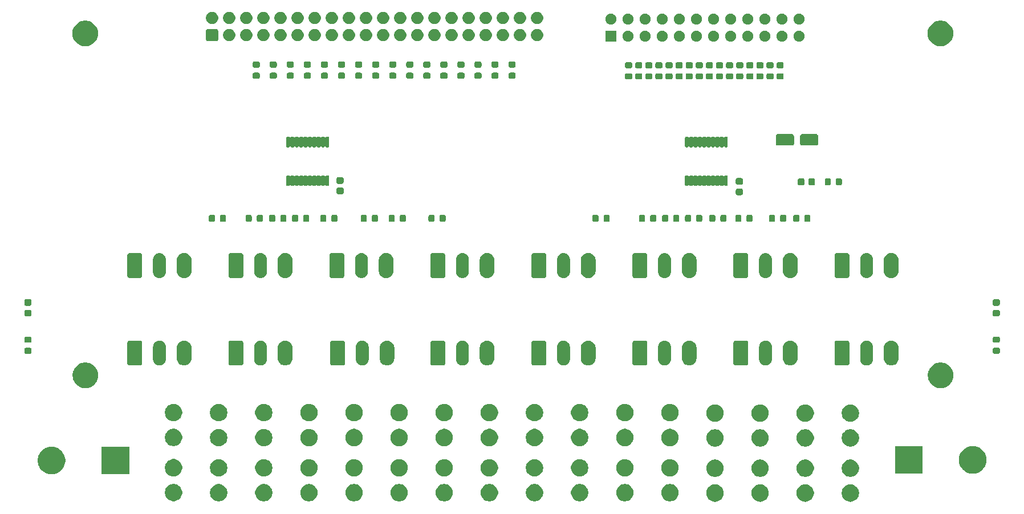
<source format=gbr>
%TF.GenerationSoftware,KiCad,Pcbnew,9.0.7*%
%TF.CreationDate,2026-01-16T01:14:39-05:00*%
%TF.ProjectId,PB_16,50425f31-362e-46b6-9963-61645f706362,v3*%
%TF.SameCoordinates,Original*%
%TF.FileFunction,Soldermask,Top*%
%TF.FilePolarity,Negative*%
%FSLAX46Y46*%
G04 Gerber Fmt 4.6, Leading zero omitted, Abs format (unit mm)*
G04 Created by KiCad (PCBNEW 9.0.7) date 2026-01-16 01:14:39*
%MOMM*%
%LPD*%
G01*
G04 APERTURE LIST*
G04 APERTURE END LIST*
G36*
X-26187680Y-19503327D02*
G01*
X-25994792Y-19566000D01*
X-25814080Y-19658077D01*
X-25650008Y-19777282D01*
X-25506587Y-19920703D01*
X-25387382Y-20084775D01*
X-25387380Y-20084779D01*
X-25295304Y-20265488D01*
X-25232631Y-20458376D01*
X-25200904Y-20658693D01*
X-25200904Y-20861507D01*
X-25232631Y-21061824D01*
X-25295304Y-21254712D01*
X-25387380Y-21435421D01*
X-25387382Y-21435424D01*
X-25459365Y-21534501D01*
X-25506591Y-21599501D01*
X-25650003Y-21742913D01*
X-25650007Y-21742915D01*
X-25650008Y-21742917D01*
X-25710854Y-21787124D01*
X-25814083Y-21862124D01*
X-25994792Y-21954200D01*
X-26187680Y-22016873D01*
X-26360608Y-22044261D01*
X-26387996Y-22048600D01*
X-26387997Y-22048600D01*
X-26590811Y-22048600D01*
X-26590812Y-22048600D01*
X-26622539Y-22043574D01*
X-26791128Y-22016873D01*
X-26984016Y-21954200D01*
X-27164725Y-21862124D01*
X-27164729Y-21862122D01*
X-27328801Y-21742917D01*
X-27472222Y-21599496D01*
X-27591427Y-21435424D01*
X-27683504Y-21254712D01*
X-27746177Y-21061824D01*
X-27777904Y-20861507D01*
X-27777904Y-20658692D01*
X-27746177Y-20458375D01*
X-27683504Y-20265487D01*
X-27591427Y-20084775D01*
X-27472222Y-19920703D01*
X-27328801Y-19777282D01*
X-27164729Y-19658077D01*
X-26984017Y-19566000D01*
X-26791129Y-19503327D01*
X-26590812Y-19471600D01*
X-26387996Y-19471600D01*
X-26187680Y-19503327D01*
G37*
G36*
X-19487247Y-19503327D02*
G01*
X-19294359Y-19566000D01*
X-19113647Y-19658077D01*
X-18949575Y-19777282D01*
X-18806154Y-19920703D01*
X-18686949Y-20084775D01*
X-18686947Y-20084779D01*
X-18594871Y-20265488D01*
X-18532198Y-20458376D01*
X-18500471Y-20658693D01*
X-18500471Y-20861507D01*
X-18532198Y-21061824D01*
X-18594871Y-21254712D01*
X-18686947Y-21435421D01*
X-18686949Y-21435424D01*
X-18758932Y-21534501D01*
X-18806158Y-21599501D01*
X-18949570Y-21742913D01*
X-18949574Y-21742915D01*
X-18949575Y-21742917D01*
X-19010421Y-21787124D01*
X-19113650Y-21862124D01*
X-19294359Y-21954200D01*
X-19487247Y-22016873D01*
X-19660175Y-22044261D01*
X-19687563Y-22048600D01*
X-19687564Y-22048600D01*
X-19890378Y-22048600D01*
X-19890379Y-22048600D01*
X-19922106Y-22043574D01*
X-20090695Y-22016873D01*
X-20283583Y-21954200D01*
X-20464292Y-21862124D01*
X-20464296Y-21862122D01*
X-20628368Y-21742917D01*
X-20771789Y-21599496D01*
X-20890994Y-21435424D01*
X-20983071Y-21254712D01*
X-21045744Y-21061824D01*
X-21077471Y-20861507D01*
X-21077471Y-20658692D01*
X-21045744Y-20458375D01*
X-20983071Y-20265487D01*
X-20890994Y-20084775D01*
X-20771789Y-19920703D01*
X-20628368Y-19777282D01*
X-20464296Y-19658077D01*
X-20283584Y-19566000D01*
X-20090696Y-19503327D01*
X-19890379Y-19471600D01*
X-19687563Y-19471600D01*
X-19487247Y-19503327D01*
G37*
G36*
X-12786814Y-19503327D02*
G01*
X-12593926Y-19566000D01*
X-12413214Y-19658077D01*
X-12249142Y-19777282D01*
X-12105721Y-19920703D01*
X-11986516Y-20084775D01*
X-11986514Y-20084779D01*
X-11894438Y-20265488D01*
X-11831765Y-20458376D01*
X-11800038Y-20658693D01*
X-11800038Y-20861507D01*
X-11831765Y-21061824D01*
X-11894438Y-21254712D01*
X-11986514Y-21435421D01*
X-11986516Y-21435424D01*
X-12058499Y-21534501D01*
X-12105725Y-21599501D01*
X-12249137Y-21742913D01*
X-12249141Y-21742915D01*
X-12249142Y-21742917D01*
X-12309988Y-21787124D01*
X-12413217Y-21862124D01*
X-12593926Y-21954200D01*
X-12786814Y-22016873D01*
X-12959742Y-22044261D01*
X-12987130Y-22048600D01*
X-12987131Y-22048600D01*
X-13189945Y-22048600D01*
X-13189946Y-22048600D01*
X-13221673Y-22043574D01*
X-13390262Y-22016873D01*
X-13583150Y-21954200D01*
X-13763859Y-21862124D01*
X-13763863Y-21862122D01*
X-13927935Y-21742917D01*
X-14071356Y-21599496D01*
X-14190561Y-21435424D01*
X-14282638Y-21254712D01*
X-14345311Y-21061824D01*
X-14377038Y-20861507D01*
X-14377038Y-20658692D01*
X-14345311Y-20458375D01*
X-14282638Y-20265487D01*
X-14190561Y-20084775D01*
X-14071356Y-19920703D01*
X-13927935Y-19777282D01*
X-13763863Y-19658077D01*
X-13583151Y-19566000D01*
X-13390263Y-19503327D01*
X-13189946Y-19471600D01*
X-12987130Y-19471600D01*
X-12786814Y-19503327D01*
G37*
G36*
X-6086376Y-19503327D02*
G01*
X-5893488Y-19566000D01*
X-5712776Y-19658077D01*
X-5548704Y-19777282D01*
X-5405283Y-19920703D01*
X-5286078Y-20084775D01*
X-5286076Y-20084779D01*
X-5194000Y-20265488D01*
X-5131327Y-20458376D01*
X-5099600Y-20658693D01*
X-5099600Y-20861507D01*
X-5131327Y-21061824D01*
X-5194000Y-21254712D01*
X-5286076Y-21435421D01*
X-5286078Y-21435424D01*
X-5358061Y-21534501D01*
X-5405287Y-21599501D01*
X-5548699Y-21742913D01*
X-5548703Y-21742915D01*
X-5548704Y-21742917D01*
X-5609550Y-21787124D01*
X-5712779Y-21862124D01*
X-5893488Y-21954200D01*
X-6086376Y-22016873D01*
X-6259304Y-22044261D01*
X-6286692Y-22048600D01*
X-6286693Y-22048600D01*
X-6489507Y-22048600D01*
X-6489508Y-22048600D01*
X-6521235Y-22043574D01*
X-6689824Y-22016873D01*
X-6882712Y-21954200D01*
X-7063421Y-21862124D01*
X-7063425Y-21862122D01*
X-7227497Y-21742917D01*
X-7370918Y-21599496D01*
X-7490123Y-21435424D01*
X-7582200Y-21254712D01*
X-7644873Y-21061824D01*
X-7676600Y-20861507D01*
X-7676600Y-20658692D01*
X-7644873Y-20458375D01*
X-7582200Y-20265487D01*
X-7490123Y-20084775D01*
X-7370918Y-19920703D01*
X-7227497Y-19777282D01*
X-7063425Y-19658077D01*
X-6882713Y-19566000D01*
X-6689825Y-19503327D01*
X-6489508Y-19471600D01*
X-6286692Y-19471600D01*
X-6086376Y-19503327D01*
G37*
G36*
X-99892443Y-19443327D02*
G01*
X-99699555Y-19506000D01*
X-99518843Y-19598077D01*
X-99354771Y-19717282D01*
X-99211350Y-19860703D01*
X-99092145Y-20024775D01*
X-99092143Y-20024779D01*
X-99000067Y-20205488D01*
X-98937394Y-20398376D01*
X-98905667Y-20598693D01*
X-98905667Y-20801507D01*
X-98937394Y-21001824D01*
X-99000067Y-21194712D01*
X-99089597Y-21370424D01*
X-99092145Y-21375424D01*
X-99207717Y-21534496D01*
X-99211354Y-21539501D01*
X-99354766Y-21682913D01*
X-99354770Y-21682915D01*
X-99354771Y-21682917D01*
X-99498200Y-21787124D01*
X-99518846Y-21802124D01*
X-99699555Y-21894200D01*
X-99892443Y-21956873D01*
X-100061191Y-21983600D01*
X-100092759Y-21988600D01*
X-100092760Y-21988600D01*
X-100295574Y-21988600D01*
X-100295575Y-21988600D01*
X-100327302Y-21983574D01*
X-100495891Y-21956873D01*
X-100688779Y-21894200D01*
X-100869488Y-21802124D01*
X-100869492Y-21802122D01*
X-101033564Y-21682917D01*
X-101176985Y-21539496D01*
X-101296190Y-21375424D01*
X-101388267Y-21194712D01*
X-101450940Y-21001824D01*
X-101482667Y-20801507D01*
X-101482667Y-20598692D01*
X-101450940Y-20398375D01*
X-101388267Y-20205487D01*
X-101296190Y-20024775D01*
X-101176985Y-19860703D01*
X-101033564Y-19717282D01*
X-100869492Y-19598077D01*
X-100688780Y-19506000D01*
X-100495892Y-19443327D01*
X-100295575Y-19411600D01*
X-100092759Y-19411600D01*
X-99892443Y-19443327D01*
G37*
G36*
X-93192010Y-19443327D02*
G01*
X-92999122Y-19506000D01*
X-92818410Y-19598077D01*
X-92654338Y-19717282D01*
X-92510917Y-19860703D01*
X-92391712Y-20024775D01*
X-92391710Y-20024779D01*
X-92299634Y-20205488D01*
X-92236961Y-20398376D01*
X-92205234Y-20598693D01*
X-92205234Y-20801507D01*
X-92236961Y-21001824D01*
X-92299634Y-21194712D01*
X-92389164Y-21370424D01*
X-92391712Y-21375424D01*
X-92507284Y-21534496D01*
X-92510921Y-21539501D01*
X-92654333Y-21682913D01*
X-92654337Y-21682915D01*
X-92654338Y-21682917D01*
X-92797767Y-21787124D01*
X-92818413Y-21802124D01*
X-92999122Y-21894200D01*
X-93192010Y-21956873D01*
X-93360758Y-21983600D01*
X-93392326Y-21988600D01*
X-93392327Y-21988600D01*
X-93595141Y-21988600D01*
X-93595142Y-21988600D01*
X-93626869Y-21983574D01*
X-93795458Y-21956873D01*
X-93988346Y-21894200D01*
X-94169055Y-21802124D01*
X-94169059Y-21802122D01*
X-94333131Y-21682917D01*
X-94476552Y-21539496D01*
X-94595757Y-21375424D01*
X-94687834Y-21194712D01*
X-94750507Y-21001824D01*
X-94782234Y-20801507D01*
X-94782234Y-20598692D01*
X-94750507Y-20398375D01*
X-94687834Y-20205487D01*
X-94595757Y-20024775D01*
X-94476552Y-19860703D01*
X-94333131Y-19717282D01*
X-94169059Y-19598077D01*
X-93988347Y-19506000D01*
X-93795459Y-19443327D01*
X-93595142Y-19411600D01*
X-93392326Y-19411600D01*
X-93192010Y-19443327D01*
G37*
G36*
X-86491577Y-19443327D02*
G01*
X-86298689Y-19506000D01*
X-86117977Y-19598077D01*
X-85953905Y-19717282D01*
X-85810484Y-19860703D01*
X-85691279Y-20024775D01*
X-85691277Y-20024779D01*
X-85599201Y-20205488D01*
X-85536528Y-20398376D01*
X-85504801Y-20598693D01*
X-85504801Y-20801507D01*
X-85536528Y-21001824D01*
X-85599201Y-21194712D01*
X-85688731Y-21370424D01*
X-85691279Y-21375424D01*
X-85806851Y-21534496D01*
X-85810488Y-21539501D01*
X-85953900Y-21682913D01*
X-85953904Y-21682915D01*
X-85953905Y-21682917D01*
X-86097334Y-21787124D01*
X-86117980Y-21802124D01*
X-86298689Y-21894200D01*
X-86491577Y-21956873D01*
X-86660325Y-21983600D01*
X-86691893Y-21988600D01*
X-86691894Y-21988600D01*
X-86894708Y-21988600D01*
X-86894709Y-21988600D01*
X-86926436Y-21983574D01*
X-87095025Y-21956873D01*
X-87287913Y-21894200D01*
X-87468622Y-21802124D01*
X-87468626Y-21802122D01*
X-87632698Y-21682917D01*
X-87776119Y-21539496D01*
X-87895324Y-21375424D01*
X-87987401Y-21194712D01*
X-88050074Y-21001824D01*
X-88081801Y-20801507D01*
X-88081801Y-20598692D01*
X-88050074Y-20398375D01*
X-87987401Y-20205487D01*
X-87895324Y-20024775D01*
X-87776119Y-19860703D01*
X-87632698Y-19717282D01*
X-87468626Y-19598077D01*
X-87287914Y-19506000D01*
X-87095026Y-19443327D01*
X-86894709Y-19411600D01*
X-86691893Y-19411600D01*
X-86491577Y-19443327D01*
G37*
G36*
X-79791144Y-19438327D02*
G01*
X-79598256Y-19501000D01*
X-79417544Y-19593077D01*
X-79253472Y-19712282D01*
X-79110051Y-19855703D01*
X-78990846Y-20019775D01*
X-78990844Y-20019779D01*
X-78898768Y-20200488D01*
X-78836095Y-20393376D01*
X-78804368Y-20593693D01*
X-78804368Y-20796507D01*
X-78836095Y-20996824D01*
X-78898768Y-21189712D01*
X-78990844Y-21370421D01*
X-78990846Y-21370424D01*
X-79102789Y-21524501D01*
X-79110055Y-21534501D01*
X-79253467Y-21677913D01*
X-79253471Y-21677915D01*
X-79253472Y-21677917D01*
X-79260354Y-21682917D01*
X-79417547Y-21797124D01*
X-79598256Y-21889200D01*
X-79791144Y-21951873D01*
X-79964072Y-21979261D01*
X-79991460Y-21983600D01*
X-79991461Y-21983600D01*
X-80194275Y-21983600D01*
X-80194276Y-21983600D01*
X-80226003Y-21978574D01*
X-80394592Y-21951873D01*
X-80587480Y-21889200D01*
X-80768189Y-21797124D01*
X-80768193Y-21797122D01*
X-80932265Y-21677917D01*
X-81075686Y-21534496D01*
X-81194891Y-21370424D01*
X-81286968Y-21189712D01*
X-81349641Y-20996824D01*
X-81381368Y-20796507D01*
X-81381368Y-20593692D01*
X-81349641Y-20393375D01*
X-81286968Y-20200487D01*
X-81194891Y-20019775D01*
X-81075686Y-19855703D01*
X-80932265Y-19712282D01*
X-80768193Y-19593077D01*
X-80587481Y-19501000D01*
X-80394593Y-19438327D01*
X-80194276Y-19406600D01*
X-79991460Y-19406600D01*
X-79791144Y-19438327D01*
G37*
G36*
X-73090711Y-19438327D02*
G01*
X-72897823Y-19501000D01*
X-72717111Y-19593077D01*
X-72553039Y-19712282D01*
X-72409618Y-19855703D01*
X-72290413Y-20019775D01*
X-72290411Y-20019779D01*
X-72198335Y-20200488D01*
X-72135662Y-20393376D01*
X-72103935Y-20593693D01*
X-72103935Y-20796507D01*
X-72135662Y-20996824D01*
X-72198335Y-21189712D01*
X-72290411Y-21370421D01*
X-72290413Y-21370424D01*
X-72402356Y-21524501D01*
X-72409622Y-21534501D01*
X-72553034Y-21677913D01*
X-72553038Y-21677915D01*
X-72553039Y-21677917D01*
X-72559921Y-21682917D01*
X-72717114Y-21797124D01*
X-72897823Y-21889200D01*
X-73090711Y-21951873D01*
X-73263639Y-21979261D01*
X-73291027Y-21983600D01*
X-73291028Y-21983600D01*
X-73493842Y-21983600D01*
X-73493843Y-21983600D01*
X-73525570Y-21978574D01*
X-73694159Y-21951873D01*
X-73887047Y-21889200D01*
X-74067756Y-21797124D01*
X-74067760Y-21797122D01*
X-74231832Y-21677917D01*
X-74375253Y-21534496D01*
X-74494458Y-21370424D01*
X-74586535Y-21189712D01*
X-74649208Y-20996824D01*
X-74680935Y-20796507D01*
X-74680935Y-20593692D01*
X-74649208Y-20393375D01*
X-74586535Y-20200487D01*
X-74494458Y-20019775D01*
X-74375253Y-19855703D01*
X-74231832Y-19712282D01*
X-74067760Y-19593077D01*
X-73887048Y-19501000D01*
X-73694160Y-19438327D01*
X-73493843Y-19406600D01*
X-73291027Y-19406600D01*
X-73090711Y-19438327D01*
G37*
G36*
X-66390278Y-19438327D02*
G01*
X-66197390Y-19501000D01*
X-66016678Y-19593077D01*
X-65852606Y-19712282D01*
X-65709185Y-19855703D01*
X-65589980Y-20019775D01*
X-65589978Y-20019779D01*
X-65497902Y-20200488D01*
X-65435229Y-20393376D01*
X-65403502Y-20593693D01*
X-65403502Y-20796507D01*
X-65435229Y-20996824D01*
X-65497902Y-21189712D01*
X-65589978Y-21370421D01*
X-65589980Y-21370424D01*
X-65701923Y-21524501D01*
X-65709189Y-21534501D01*
X-65852601Y-21677913D01*
X-65852605Y-21677915D01*
X-65852606Y-21677917D01*
X-65859488Y-21682917D01*
X-66016681Y-21797124D01*
X-66197390Y-21889200D01*
X-66390278Y-21951873D01*
X-66563206Y-21979261D01*
X-66590594Y-21983600D01*
X-66590595Y-21983600D01*
X-66793409Y-21983600D01*
X-66793410Y-21983600D01*
X-66825137Y-21978574D01*
X-66993726Y-21951873D01*
X-67186614Y-21889200D01*
X-67367323Y-21797124D01*
X-67367327Y-21797122D01*
X-67531399Y-21677917D01*
X-67674820Y-21534496D01*
X-67794025Y-21370424D01*
X-67886102Y-21189712D01*
X-67948775Y-20996824D01*
X-67980502Y-20796507D01*
X-67980502Y-20593692D01*
X-67948775Y-20393375D01*
X-67886102Y-20200487D01*
X-67794025Y-20019775D01*
X-67674820Y-19855703D01*
X-67531399Y-19712282D01*
X-67367327Y-19593077D01*
X-67186615Y-19501000D01*
X-66993727Y-19438327D01*
X-66793410Y-19406600D01*
X-66590594Y-19406600D01*
X-66390278Y-19438327D01*
G37*
G36*
X-59689845Y-19438327D02*
G01*
X-59496957Y-19501000D01*
X-59316245Y-19593077D01*
X-59152173Y-19712282D01*
X-59008752Y-19855703D01*
X-58889547Y-20019775D01*
X-58889545Y-20019779D01*
X-58797469Y-20200488D01*
X-58734796Y-20393376D01*
X-58703069Y-20593693D01*
X-58703069Y-20796507D01*
X-58734796Y-20996824D01*
X-58797469Y-21189712D01*
X-58889545Y-21370421D01*
X-58889547Y-21370424D01*
X-59001490Y-21524501D01*
X-59008756Y-21534501D01*
X-59152168Y-21677913D01*
X-59152172Y-21677915D01*
X-59152173Y-21677917D01*
X-59159055Y-21682917D01*
X-59316248Y-21797124D01*
X-59496957Y-21889200D01*
X-59689845Y-21951873D01*
X-59862773Y-21979261D01*
X-59890161Y-21983600D01*
X-59890162Y-21983600D01*
X-60092976Y-21983600D01*
X-60092977Y-21983600D01*
X-60124704Y-21978574D01*
X-60293293Y-21951873D01*
X-60486181Y-21889200D01*
X-60666890Y-21797124D01*
X-60666894Y-21797122D01*
X-60830966Y-21677917D01*
X-60974387Y-21534496D01*
X-61093592Y-21370424D01*
X-61185669Y-21189712D01*
X-61248342Y-20996824D01*
X-61280069Y-20796507D01*
X-61280069Y-20593692D01*
X-61248342Y-20393375D01*
X-61185669Y-20200487D01*
X-61093592Y-20019775D01*
X-60974387Y-19855703D01*
X-60830966Y-19712282D01*
X-60666894Y-19593077D01*
X-60486182Y-19501000D01*
X-60293294Y-19438327D01*
X-60092977Y-19406600D01*
X-59890161Y-19406600D01*
X-59689845Y-19438327D01*
G37*
G36*
X-52989412Y-19438327D02*
G01*
X-52796524Y-19501000D01*
X-52615812Y-19593077D01*
X-52451740Y-19712282D01*
X-52308319Y-19855703D01*
X-52189114Y-20019775D01*
X-52189112Y-20019779D01*
X-52097036Y-20200488D01*
X-52034363Y-20393376D01*
X-52002636Y-20593693D01*
X-52002636Y-20796507D01*
X-52034363Y-20996824D01*
X-52097036Y-21189712D01*
X-52189112Y-21370421D01*
X-52189114Y-21370424D01*
X-52301057Y-21524501D01*
X-52308323Y-21534501D01*
X-52451735Y-21677913D01*
X-52451739Y-21677915D01*
X-52451740Y-21677917D01*
X-52458622Y-21682917D01*
X-52615815Y-21797124D01*
X-52796524Y-21889200D01*
X-52989412Y-21951873D01*
X-53162340Y-21979261D01*
X-53189728Y-21983600D01*
X-53189729Y-21983600D01*
X-53392543Y-21983600D01*
X-53392544Y-21983600D01*
X-53424271Y-21978574D01*
X-53592860Y-21951873D01*
X-53785748Y-21889200D01*
X-53966457Y-21797124D01*
X-53966461Y-21797122D01*
X-54130533Y-21677917D01*
X-54273954Y-21534496D01*
X-54393159Y-21370424D01*
X-54485236Y-21189712D01*
X-54547909Y-20996824D01*
X-54579636Y-20796507D01*
X-54579636Y-20593692D01*
X-54547909Y-20393375D01*
X-54485236Y-20200487D01*
X-54393159Y-20019775D01*
X-54273954Y-19855703D01*
X-54130533Y-19712282D01*
X-53966461Y-19593077D01*
X-53785749Y-19501000D01*
X-53592861Y-19438327D01*
X-53392544Y-19406600D01*
X-53189728Y-19406600D01*
X-52989412Y-19438327D01*
G37*
G36*
X-46288979Y-19438327D02*
G01*
X-46096091Y-19501000D01*
X-45915379Y-19593077D01*
X-45751307Y-19712282D01*
X-45607886Y-19855703D01*
X-45488681Y-20019775D01*
X-45488679Y-20019779D01*
X-45396603Y-20200488D01*
X-45333930Y-20393376D01*
X-45302203Y-20593693D01*
X-45302203Y-20796507D01*
X-45333930Y-20996824D01*
X-45396603Y-21189712D01*
X-45488679Y-21370421D01*
X-45488681Y-21370424D01*
X-45600624Y-21524501D01*
X-45607890Y-21534501D01*
X-45751302Y-21677913D01*
X-45751306Y-21677915D01*
X-45751307Y-21677917D01*
X-45758189Y-21682917D01*
X-45915382Y-21797124D01*
X-46096091Y-21889200D01*
X-46288979Y-21951873D01*
X-46461907Y-21979261D01*
X-46489295Y-21983600D01*
X-46489296Y-21983600D01*
X-46692110Y-21983600D01*
X-46692111Y-21983600D01*
X-46723838Y-21978574D01*
X-46892427Y-21951873D01*
X-47085315Y-21889200D01*
X-47266024Y-21797124D01*
X-47266028Y-21797122D01*
X-47430100Y-21677917D01*
X-47573521Y-21534496D01*
X-47692726Y-21370424D01*
X-47784803Y-21189712D01*
X-47847476Y-20996824D01*
X-47879203Y-20796507D01*
X-47879203Y-20593692D01*
X-47847476Y-20393375D01*
X-47784803Y-20200487D01*
X-47692726Y-20019775D01*
X-47573521Y-19855703D01*
X-47430100Y-19712282D01*
X-47266028Y-19593077D01*
X-47085316Y-19501000D01*
X-46892428Y-19438327D01*
X-46692111Y-19406600D01*
X-46489295Y-19406600D01*
X-46288979Y-19438327D01*
G37*
G36*
X-39588546Y-19438327D02*
G01*
X-39395658Y-19501000D01*
X-39214946Y-19593077D01*
X-39050874Y-19712282D01*
X-38907453Y-19855703D01*
X-38788248Y-20019775D01*
X-38788246Y-20019779D01*
X-38696170Y-20200488D01*
X-38633497Y-20393376D01*
X-38601770Y-20593693D01*
X-38601770Y-20796507D01*
X-38633497Y-20996824D01*
X-38696170Y-21189712D01*
X-38788246Y-21370421D01*
X-38788248Y-21370424D01*
X-38900191Y-21524501D01*
X-38907457Y-21534501D01*
X-39050869Y-21677913D01*
X-39050873Y-21677915D01*
X-39050874Y-21677917D01*
X-39057756Y-21682917D01*
X-39214949Y-21797124D01*
X-39395658Y-21889200D01*
X-39588546Y-21951873D01*
X-39761474Y-21979261D01*
X-39788862Y-21983600D01*
X-39788863Y-21983600D01*
X-39991677Y-21983600D01*
X-39991678Y-21983600D01*
X-40023405Y-21978574D01*
X-40191994Y-21951873D01*
X-40384882Y-21889200D01*
X-40565591Y-21797124D01*
X-40565595Y-21797122D01*
X-40729667Y-21677917D01*
X-40873088Y-21534496D01*
X-40992293Y-21370424D01*
X-41084370Y-21189712D01*
X-41147043Y-20996824D01*
X-41178770Y-20796507D01*
X-41178770Y-20593692D01*
X-41147043Y-20393375D01*
X-41084370Y-20200487D01*
X-40992293Y-20019775D01*
X-40873088Y-19855703D01*
X-40729667Y-19712282D01*
X-40565595Y-19593077D01*
X-40384883Y-19501000D01*
X-40191995Y-19438327D01*
X-39991678Y-19406600D01*
X-39788862Y-19406600D01*
X-39588546Y-19438327D01*
G37*
G36*
X-32888113Y-19438327D02*
G01*
X-32695225Y-19501000D01*
X-32514513Y-19593077D01*
X-32350441Y-19712282D01*
X-32207020Y-19855703D01*
X-32087815Y-20019775D01*
X-32087813Y-20019779D01*
X-31995737Y-20200488D01*
X-31933064Y-20393376D01*
X-31901337Y-20593693D01*
X-31901337Y-20796507D01*
X-31933064Y-20996824D01*
X-31995737Y-21189712D01*
X-32087813Y-21370421D01*
X-32087815Y-21370424D01*
X-32199758Y-21524501D01*
X-32207024Y-21534501D01*
X-32350436Y-21677913D01*
X-32350440Y-21677915D01*
X-32350441Y-21677917D01*
X-32357323Y-21682917D01*
X-32514516Y-21797124D01*
X-32695225Y-21889200D01*
X-32888113Y-21951873D01*
X-33061041Y-21979261D01*
X-33088429Y-21983600D01*
X-33088430Y-21983600D01*
X-33291244Y-21983600D01*
X-33291245Y-21983600D01*
X-33322972Y-21978574D01*
X-33491561Y-21951873D01*
X-33684449Y-21889200D01*
X-33865158Y-21797124D01*
X-33865162Y-21797122D01*
X-34029234Y-21677917D01*
X-34172655Y-21534496D01*
X-34291860Y-21370424D01*
X-34383937Y-21189712D01*
X-34446610Y-20996824D01*
X-34478337Y-20796507D01*
X-34478337Y-20593692D01*
X-34446610Y-20393375D01*
X-34383937Y-20200487D01*
X-34291860Y-20019775D01*
X-34172655Y-19855703D01*
X-34029234Y-19712282D01*
X-33865162Y-19593077D01*
X-33684450Y-19501000D01*
X-33491562Y-19438327D01*
X-33291245Y-19406600D01*
X-33088429Y-19406600D01*
X-32888113Y-19438327D01*
G37*
G36*
X-106592876Y-19428327D02*
G01*
X-106399988Y-19491000D01*
X-106219276Y-19583077D01*
X-106055204Y-19702282D01*
X-105911783Y-19845703D01*
X-105792578Y-20009775D01*
X-105792576Y-20009779D01*
X-105700500Y-20190488D01*
X-105637827Y-20383376D01*
X-105606100Y-20583693D01*
X-105606100Y-20786507D01*
X-105637827Y-20986824D01*
X-105700500Y-21179712D01*
X-105792576Y-21360421D01*
X-105792578Y-21360424D01*
X-105847066Y-21435421D01*
X-105911787Y-21524501D01*
X-106055199Y-21667913D01*
X-106055203Y-21667915D01*
X-106055204Y-21667917D01*
X-106158433Y-21742917D01*
X-106219279Y-21787124D01*
X-106399988Y-21879200D01*
X-106592876Y-21941873D01*
X-106765804Y-21969261D01*
X-106793192Y-21973600D01*
X-106793193Y-21973600D01*
X-106996007Y-21973600D01*
X-106996008Y-21973600D01*
X-107027735Y-21968574D01*
X-107196324Y-21941873D01*
X-107389212Y-21879200D01*
X-107569921Y-21787124D01*
X-107569925Y-21787122D01*
X-107733997Y-21667917D01*
X-107877418Y-21524496D01*
X-107996623Y-21360424D01*
X-108088700Y-21179712D01*
X-108151373Y-20986824D01*
X-108183100Y-20786507D01*
X-108183100Y-20583692D01*
X-108151373Y-20383375D01*
X-108088700Y-20190487D01*
X-107996623Y-20009775D01*
X-107877418Y-19845703D01*
X-107733997Y-19702282D01*
X-107569925Y-19583077D01*
X-107389213Y-19491000D01*
X-107196325Y-19428327D01*
X-106996008Y-19396600D01*
X-106793192Y-19396600D01*
X-106592876Y-19428327D01*
G37*
G36*
X-26187680Y-15803327D02*
G01*
X-25994792Y-15866000D01*
X-25814080Y-15958077D01*
X-25650008Y-16077282D01*
X-25506587Y-16220703D01*
X-25387382Y-16384775D01*
X-25387380Y-16384779D01*
X-25295304Y-16565488D01*
X-25232631Y-16758376D01*
X-25200904Y-16958693D01*
X-25200904Y-17161507D01*
X-25232631Y-17361824D01*
X-25295304Y-17554712D01*
X-25387380Y-17735421D01*
X-25387382Y-17735424D01*
X-25481742Y-17865300D01*
X-25506591Y-17899501D01*
X-25650003Y-18042913D01*
X-25650007Y-18042915D01*
X-25650008Y-18042917D01*
X-25710854Y-18087124D01*
X-25814083Y-18162124D01*
X-25994792Y-18254200D01*
X-26187680Y-18316873D01*
X-26360608Y-18344261D01*
X-26387996Y-18348600D01*
X-26387997Y-18348600D01*
X-26590811Y-18348600D01*
X-26590812Y-18348600D01*
X-26622539Y-18343574D01*
X-26791128Y-18316873D01*
X-26984016Y-18254200D01*
X-27164725Y-18162124D01*
X-27164729Y-18162122D01*
X-27328801Y-18042917D01*
X-27472222Y-17899496D01*
X-27591427Y-17735424D01*
X-27683504Y-17554712D01*
X-27746177Y-17361824D01*
X-27777904Y-17161507D01*
X-27777904Y-16958692D01*
X-27746177Y-16758375D01*
X-27683504Y-16565487D01*
X-27591427Y-16384775D01*
X-27472222Y-16220703D01*
X-27328801Y-16077282D01*
X-27164729Y-15958077D01*
X-26984017Y-15866000D01*
X-26791129Y-15803327D01*
X-26590812Y-15771600D01*
X-26387996Y-15771600D01*
X-26187680Y-15803327D01*
G37*
G36*
X-19487247Y-15803327D02*
G01*
X-19294359Y-15866000D01*
X-19113647Y-15958077D01*
X-18949575Y-16077282D01*
X-18806154Y-16220703D01*
X-18686949Y-16384775D01*
X-18686947Y-16384779D01*
X-18594871Y-16565488D01*
X-18532198Y-16758376D01*
X-18500471Y-16958693D01*
X-18500471Y-17161507D01*
X-18532198Y-17361824D01*
X-18594871Y-17554712D01*
X-18686947Y-17735421D01*
X-18686949Y-17735424D01*
X-18781309Y-17865300D01*
X-18806158Y-17899501D01*
X-18949570Y-18042913D01*
X-18949574Y-18042915D01*
X-18949575Y-18042917D01*
X-19010421Y-18087124D01*
X-19113650Y-18162124D01*
X-19294359Y-18254200D01*
X-19487247Y-18316873D01*
X-19660175Y-18344261D01*
X-19687563Y-18348600D01*
X-19687564Y-18348600D01*
X-19890378Y-18348600D01*
X-19890379Y-18348600D01*
X-19922106Y-18343574D01*
X-20090695Y-18316873D01*
X-20283583Y-18254200D01*
X-20464292Y-18162124D01*
X-20464296Y-18162122D01*
X-20628368Y-18042917D01*
X-20771789Y-17899496D01*
X-20890994Y-17735424D01*
X-20983071Y-17554712D01*
X-21045744Y-17361824D01*
X-21077471Y-17161507D01*
X-21077471Y-16958692D01*
X-21045744Y-16758375D01*
X-20983071Y-16565487D01*
X-20890994Y-16384775D01*
X-20771789Y-16220703D01*
X-20628368Y-16077282D01*
X-20464296Y-15958077D01*
X-20283584Y-15866000D01*
X-20090696Y-15803327D01*
X-19890379Y-15771600D01*
X-19687563Y-15771600D01*
X-19487247Y-15803327D01*
G37*
G36*
X-12786814Y-15803327D02*
G01*
X-12593926Y-15866000D01*
X-12413214Y-15958077D01*
X-12249142Y-16077282D01*
X-12105721Y-16220703D01*
X-11986516Y-16384775D01*
X-11986514Y-16384779D01*
X-11894438Y-16565488D01*
X-11831765Y-16758376D01*
X-11800038Y-16958693D01*
X-11800038Y-17161507D01*
X-11831765Y-17361824D01*
X-11894438Y-17554712D01*
X-11986514Y-17735421D01*
X-11986516Y-17735424D01*
X-12080876Y-17865300D01*
X-12105725Y-17899501D01*
X-12249137Y-18042913D01*
X-12249141Y-18042915D01*
X-12249142Y-18042917D01*
X-12309988Y-18087124D01*
X-12413217Y-18162124D01*
X-12593926Y-18254200D01*
X-12786814Y-18316873D01*
X-12959742Y-18344261D01*
X-12987130Y-18348600D01*
X-12987131Y-18348600D01*
X-13189945Y-18348600D01*
X-13189946Y-18348600D01*
X-13221673Y-18343574D01*
X-13390262Y-18316873D01*
X-13583150Y-18254200D01*
X-13763859Y-18162124D01*
X-13763863Y-18162122D01*
X-13927935Y-18042917D01*
X-14071356Y-17899496D01*
X-14190561Y-17735424D01*
X-14282638Y-17554712D01*
X-14345311Y-17361824D01*
X-14377038Y-17161507D01*
X-14377038Y-16958692D01*
X-14345311Y-16758375D01*
X-14282638Y-16565487D01*
X-14190561Y-16384775D01*
X-14071356Y-16220703D01*
X-13927935Y-16077282D01*
X-13763863Y-15958077D01*
X-13583151Y-15866000D01*
X-13390263Y-15803327D01*
X-13189946Y-15771600D01*
X-12987130Y-15771600D01*
X-12786814Y-15803327D01*
G37*
G36*
X-6086376Y-15803327D02*
G01*
X-5893488Y-15866000D01*
X-5712776Y-15958077D01*
X-5548704Y-16077282D01*
X-5405283Y-16220703D01*
X-5286078Y-16384775D01*
X-5286076Y-16384779D01*
X-5194000Y-16565488D01*
X-5131327Y-16758376D01*
X-5099600Y-16958693D01*
X-5099600Y-17161507D01*
X-5131327Y-17361824D01*
X-5194000Y-17554712D01*
X-5286076Y-17735421D01*
X-5286078Y-17735424D01*
X-5380438Y-17865300D01*
X-5405287Y-17899501D01*
X-5548699Y-18042913D01*
X-5548703Y-18042915D01*
X-5548704Y-18042917D01*
X-5609550Y-18087124D01*
X-5712779Y-18162124D01*
X-5893488Y-18254200D01*
X-6086376Y-18316873D01*
X-6259304Y-18344261D01*
X-6286692Y-18348600D01*
X-6286693Y-18348600D01*
X-6489507Y-18348600D01*
X-6489508Y-18348600D01*
X-6521235Y-18343574D01*
X-6689824Y-18316873D01*
X-6882712Y-18254200D01*
X-7063421Y-18162124D01*
X-7063425Y-18162122D01*
X-7227497Y-18042917D01*
X-7370918Y-17899496D01*
X-7490123Y-17735424D01*
X-7582200Y-17554712D01*
X-7644873Y-17361824D01*
X-7676600Y-17161507D01*
X-7676600Y-16958692D01*
X-7644873Y-16758375D01*
X-7582200Y-16565487D01*
X-7490123Y-16384775D01*
X-7370918Y-16220703D01*
X-7227497Y-16077282D01*
X-7063425Y-15958077D01*
X-6882713Y-15866000D01*
X-6689825Y-15803327D01*
X-6489508Y-15771600D01*
X-6286692Y-15771600D01*
X-6086376Y-15803327D01*
G37*
G36*
X-99892443Y-15743327D02*
G01*
X-99699555Y-15806000D01*
X-99518843Y-15898077D01*
X-99354771Y-16017282D01*
X-99211350Y-16160703D01*
X-99092145Y-16324775D01*
X-99092143Y-16324779D01*
X-99000067Y-16505488D01*
X-98937394Y-16698376D01*
X-98905667Y-16898693D01*
X-98905667Y-17101507D01*
X-98937394Y-17301824D01*
X-99000067Y-17494712D01*
X-99089597Y-17670424D01*
X-99092145Y-17675424D01*
X-99207717Y-17834496D01*
X-99211354Y-17839501D01*
X-99354766Y-17982913D01*
X-99354770Y-17982915D01*
X-99354771Y-17982917D01*
X-99498200Y-18087124D01*
X-99518846Y-18102124D01*
X-99699555Y-18194200D01*
X-99892443Y-18256873D01*
X-100061191Y-18283600D01*
X-100092759Y-18288600D01*
X-100092760Y-18288600D01*
X-100295574Y-18288600D01*
X-100295575Y-18288600D01*
X-100327302Y-18283574D01*
X-100495891Y-18256873D01*
X-100688779Y-18194200D01*
X-100869488Y-18102124D01*
X-100869492Y-18102122D01*
X-101033564Y-17982917D01*
X-101176985Y-17839496D01*
X-101296190Y-17675424D01*
X-101388267Y-17494712D01*
X-101450940Y-17301824D01*
X-101482667Y-17101507D01*
X-101482667Y-16898692D01*
X-101450940Y-16698375D01*
X-101388267Y-16505487D01*
X-101296190Y-16324775D01*
X-101176985Y-16160703D01*
X-101033564Y-16017282D01*
X-100869492Y-15898077D01*
X-100688780Y-15806000D01*
X-100495892Y-15743327D01*
X-100295575Y-15711600D01*
X-100092759Y-15711600D01*
X-99892443Y-15743327D01*
G37*
G36*
X-93192010Y-15743327D02*
G01*
X-92999122Y-15806000D01*
X-92818410Y-15898077D01*
X-92654338Y-16017282D01*
X-92510917Y-16160703D01*
X-92391712Y-16324775D01*
X-92391710Y-16324779D01*
X-92299634Y-16505488D01*
X-92236961Y-16698376D01*
X-92205234Y-16898693D01*
X-92205234Y-17101507D01*
X-92236961Y-17301824D01*
X-92299634Y-17494712D01*
X-92389164Y-17670424D01*
X-92391712Y-17675424D01*
X-92507284Y-17834496D01*
X-92510921Y-17839501D01*
X-92654333Y-17982913D01*
X-92654337Y-17982915D01*
X-92654338Y-17982917D01*
X-92797767Y-18087124D01*
X-92818413Y-18102124D01*
X-92999122Y-18194200D01*
X-93192010Y-18256873D01*
X-93360758Y-18283600D01*
X-93392326Y-18288600D01*
X-93392327Y-18288600D01*
X-93595141Y-18288600D01*
X-93595142Y-18288600D01*
X-93626869Y-18283574D01*
X-93795458Y-18256873D01*
X-93988346Y-18194200D01*
X-94169055Y-18102124D01*
X-94169059Y-18102122D01*
X-94333131Y-17982917D01*
X-94476552Y-17839496D01*
X-94595757Y-17675424D01*
X-94687834Y-17494712D01*
X-94750507Y-17301824D01*
X-94782234Y-17101507D01*
X-94782234Y-16898692D01*
X-94750507Y-16698375D01*
X-94687834Y-16505487D01*
X-94595757Y-16324775D01*
X-94476552Y-16160703D01*
X-94333131Y-16017282D01*
X-94169059Y-15898077D01*
X-93988347Y-15806000D01*
X-93795459Y-15743327D01*
X-93595142Y-15711600D01*
X-93392326Y-15711600D01*
X-93192010Y-15743327D01*
G37*
G36*
X-86491577Y-15743327D02*
G01*
X-86298689Y-15806000D01*
X-86117977Y-15898077D01*
X-85953905Y-16017282D01*
X-85810484Y-16160703D01*
X-85691279Y-16324775D01*
X-85691277Y-16324779D01*
X-85599201Y-16505488D01*
X-85536528Y-16698376D01*
X-85504801Y-16898693D01*
X-85504801Y-17101507D01*
X-85536528Y-17301824D01*
X-85599201Y-17494712D01*
X-85688731Y-17670424D01*
X-85691279Y-17675424D01*
X-85806851Y-17834496D01*
X-85810488Y-17839501D01*
X-85953900Y-17982913D01*
X-85953904Y-17982915D01*
X-85953905Y-17982917D01*
X-86097334Y-18087124D01*
X-86117980Y-18102124D01*
X-86298689Y-18194200D01*
X-86491577Y-18256873D01*
X-86660325Y-18283600D01*
X-86691893Y-18288600D01*
X-86691894Y-18288600D01*
X-86894708Y-18288600D01*
X-86894709Y-18288600D01*
X-86926436Y-18283574D01*
X-87095025Y-18256873D01*
X-87287913Y-18194200D01*
X-87468622Y-18102124D01*
X-87468626Y-18102122D01*
X-87632698Y-17982917D01*
X-87776119Y-17839496D01*
X-87895324Y-17675424D01*
X-87987401Y-17494712D01*
X-88050074Y-17301824D01*
X-88081801Y-17101507D01*
X-88081801Y-16898692D01*
X-88050074Y-16698375D01*
X-87987401Y-16505487D01*
X-87895324Y-16324775D01*
X-87776119Y-16160703D01*
X-87632698Y-16017282D01*
X-87468626Y-15898077D01*
X-87287914Y-15806000D01*
X-87095026Y-15743327D01*
X-86894709Y-15711600D01*
X-86691893Y-15711600D01*
X-86491577Y-15743327D01*
G37*
G36*
X-79791144Y-15738327D02*
G01*
X-79598256Y-15801000D01*
X-79417544Y-15893077D01*
X-79253472Y-16012282D01*
X-79110051Y-16155703D01*
X-78990846Y-16319775D01*
X-78990844Y-16319779D01*
X-78898768Y-16500488D01*
X-78836095Y-16693376D01*
X-78804368Y-16893693D01*
X-78804368Y-17096507D01*
X-78836095Y-17296824D01*
X-78898768Y-17489712D01*
X-78990844Y-17670421D01*
X-78990846Y-17670424D01*
X-79108875Y-17832878D01*
X-79110055Y-17834501D01*
X-79253467Y-17977913D01*
X-79253471Y-17977915D01*
X-79253472Y-17977917D01*
X-79260354Y-17982917D01*
X-79417547Y-18097124D01*
X-79598256Y-18189200D01*
X-79791144Y-18251873D01*
X-79964072Y-18279261D01*
X-79991460Y-18283600D01*
X-79991461Y-18283600D01*
X-80194275Y-18283600D01*
X-80194276Y-18283600D01*
X-80226003Y-18278574D01*
X-80394592Y-18251873D01*
X-80587480Y-18189200D01*
X-80768189Y-18097124D01*
X-80768193Y-18097122D01*
X-80932265Y-17977917D01*
X-81075686Y-17834496D01*
X-81194891Y-17670424D01*
X-81286968Y-17489712D01*
X-81349641Y-17296824D01*
X-81381368Y-17096507D01*
X-81381368Y-16893692D01*
X-81349641Y-16693375D01*
X-81286968Y-16500487D01*
X-81194891Y-16319775D01*
X-81075686Y-16155703D01*
X-80932265Y-16012282D01*
X-80768193Y-15893077D01*
X-80587481Y-15801000D01*
X-80394593Y-15738327D01*
X-80194276Y-15706600D01*
X-79991460Y-15706600D01*
X-79791144Y-15738327D01*
G37*
G36*
X-73090711Y-15738327D02*
G01*
X-72897823Y-15801000D01*
X-72717111Y-15893077D01*
X-72553039Y-16012282D01*
X-72409618Y-16155703D01*
X-72290413Y-16319775D01*
X-72290411Y-16319779D01*
X-72198335Y-16500488D01*
X-72135662Y-16693376D01*
X-72103935Y-16893693D01*
X-72103935Y-17096507D01*
X-72135662Y-17296824D01*
X-72198335Y-17489712D01*
X-72290411Y-17670421D01*
X-72290413Y-17670424D01*
X-72408442Y-17832878D01*
X-72409622Y-17834501D01*
X-72553034Y-17977913D01*
X-72553038Y-17977915D01*
X-72553039Y-17977917D01*
X-72559921Y-17982917D01*
X-72717114Y-18097124D01*
X-72897823Y-18189200D01*
X-73090711Y-18251873D01*
X-73263639Y-18279261D01*
X-73291027Y-18283600D01*
X-73291028Y-18283600D01*
X-73493842Y-18283600D01*
X-73493843Y-18283600D01*
X-73525570Y-18278574D01*
X-73694159Y-18251873D01*
X-73887047Y-18189200D01*
X-74067756Y-18097124D01*
X-74067760Y-18097122D01*
X-74231832Y-17977917D01*
X-74375253Y-17834496D01*
X-74494458Y-17670424D01*
X-74586535Y-17489712D01*
X-74649208Y-17296824D01*
X-74680935Y-17096507D01*
X-74680935Y-16893692D01*
X-74649208Y-16693375D01*
X-74586535Y-16500487D01*
X-74494458Y-16319775D01*
X-74375253Y-16155703D01*
X-74231832Y-16012282D01*
X-74067760Y-15893077D01*
X-73887048Y-15801000D01*
X-73694160Y-15738327D01*
X-73493843Y-15706600D01*
X-73291027Y-15706600D01*
X-73090711Y-15738327D01*
G37*
G36*
X-66390278Y-15738327D02*
G01*
X-66197390Y-15801000D01*
X-66016678Y-15893077D01*
X-65852606Y-16012282D01*
X-65709185Y-16155703D01*
X-65589980Y-16319775D01*
X-65589978Y-16319779D01*
X-65497902Y-16500488D01*
X-65435229Y-16693376D01*
X-65403502Y-16893693D01*
X-65403502Y-17096507D01*
X-65435229Y-17296824D01*
X-65497902Y-17489712D01*
X-65589978Y-17670421D01*
X-65589980Y-17670424D01*
X-65708009Y-17832878D01*
X-65709189Y-17834501D01*
X-65852601Y-17977913D01*
X-65852605Y-17977915D01*
X-65852606Y-17977917D01*
X-65859488Y-17982917D01*
X-66016681Y-18097124D01*
X-66197390Y-18189200D01*
X-66390278Y-18251873D01*
X-66563206Y-18279261D01*
X-66590594Y-18283600D01*
X-66590595Y-18283600D01*
X-66793409Y-18283600D01*
X-66793410Y-18283600D01*
X-66825137Y-18278574D01*
X-66993726Y-18251873D01*
X-67186614Y-18189200D01*
X-67367323Y-18097124D01*
X-67367327Y-18097122D01*
X-67531399Y-17977917D01*
X-67674820Y-17834496D01*
X-67794025Y-17670424D01*
X-67886102Y-17489712D01*
X-67948775Y-17296824D01*
X-67980502Y-17096507D01*
X-67980502Y-16893692D01*
X-67948775Y-16693375D01*
X-67886102Y-16500487D01*
X-67794025Y-16319775D01*
X-67674820Y-16155703D01*
X-67531399Y-16012282D01*
X-67367327Y-15893077D01*
X-67186615Y-15801000D01*
X-66993727Y-15738327D01*
X-66793410Y-15706600D01*
X-66590594Y-15706600D01*
X-66390278Y-15738327D01*
G37*
G36*
X-59689845Y-15738327D02*
G01*
X-59496957Y-15801000D01*
X-59316245Y-15893077D01*
X-59152173Y-16012282D01*
X-59008752Y-16155703D01*
X-58889547Y-16319775D01*
X-58889545Y-16319779D01*
X-58797469Y-16500488D01*
X-58734796Y-16693376D01*
X-58703069Y-16893693D01*
X-58703069Y-17096507D01*
X-58734796Y-17296824D01*
X-58797469Y-17489712D01*
X-58889545Y-17670421D01*
X-58889547Y-17670424D01*
X-59007576Y-17832878D01*
X-59008756Y-17834501D01*
X-59152168Y-17977913D01*
X-59152172Y-17977915D01*
X-59152173Y-17977917D01*
X-59159055Y-17982917D01*
X-59316248Y-18097124D01*
X-59496957Y-18189200D01*
X-59689845Y-18251873D01*
X-59862773Y-18279261D01*
X-59890161Y-18283600D01*
X-59890162Y-18283600D01*
X-60092976Y-18283600D01*
X-60092977Y-18283600D01*
X-60124704Y-18278574D01*
X-60293293Y-18251873D01*
X-60486181Y-18189200D01*
X-60666890Y-18097124D01*
X-60666894Y-18097122D01*
X-60830966Y-17977917D01*
X-60974387Y-17834496D01*
X-61093592Y-17670424D01*
X-61185669Y-17489712D01*
X-61248342Y-17296824D01*
X-61280069Y-17096507D01*
X-61280069Y-16893692D01*
X-61248342Y-16693375D01*
X-61185669Y-16500487D01*
X-61093592Y-16319775D01*
X-60974387Y-16155703D01*
X-60830966Y-16012282D01*
X-60666894Y-15893077D01*
X-60486182Y-15801000D01*
X-60293294Y-15738327D01*
X-60092977Y-15706600D01*
X-59890161Y-15706600D01*
X-59689845Y-15738327D01*
G37*
G36*
X-52989412Y-15738327D02*
G01*
X-52796524Y-15801000D01*
X-52615812Y-15893077D01*
X-52451740Y-16012282D01*
X-52308319Y-16155703D01*
X-52189114Y-16319775D01*
X-52189112Y-16319779D01*
X-52097036Y-16500488D01*
X-52034363Y-16693376D01*
X-52002636Y-16893693D01*
X-52002636Y-17096507D01*
X-52034363Y-17296824D01*
X-52097036Y-17489712D01*
X-52189112Y-17670421D01*
X-52189114Y-17670424D01*
X-52307143Y-17832878D01*
X-52308323Y-17834501D01*
X-52451735Y-17977913D01*
X-52451739Y-17977915D01*
X-52451740Y-17977917D01*
X-52458622Y-17982917D01*
X-52615815Y-18097124D01*
X-52796524Y-18189200D01*
X-52989412Y-18251873D01*
X-53162340Y-18279261D01*
X-53189728Y-18283600D01*
X-53189729Y-18283600D01*
X-53392543Y-18283600D01*
X-53392544Y-18283600D01*
X-53424271Y-18278574D01*
X-53592860Y-18251873D01*
X-53785748Y-18189200D01*
X-53966457Y-18097124D01*
X-53966461Y-18097122D01*
X-54130533Y-17977917D01*
X-54273954Y-17834496D01*
X-54393159Y-17670424D01*
X-54485236Y-17489712D01*
X-54547909Y-17296824D01*
X-54579636Y-17096507D01*
X-54579636Y-16893692D01*
X-54547909Y-16693375D01*
X-54485236Y-16500487D01*
X-54393159Y-16319775D01*
X-54273954Y-16155703D01*
X-54130533Y-16012282D01*
X-53966461Y-15893077D01*
X-53785749Y-15801000D01*
X-53592861Y-15738327D01*
X-53392544Y-15706600D01*
X-53189728Y-15706600D01*
X-52989412Y-15738327D01*
G37*
G36*
X-46288979Y-15738327D02*
G01*
X-46096091Y-15801000D01*
X-45915379Y-15893077D01*
X-45751307Y-16012282D01*
X-45607886Y-16155703D01*
X-45488681Y-16319775D01*
X-45488679Y-16319779D01*
X-45396603Y-16500488D01*
X-45333930Y-16693376D01*
X-45302203Y-16893693D01*
X-45302203Y-17096507D01*
X-45333930Y-17296824D01*
X-45396603Y-17489712D01*
X-45488679Y-17670421D01*
X-45488681Y-17670424D01*
X-45606710Y-17832878D01*
X-45607890Y-17834501D01*
X-45751302Y-17977913D01*
X-45751306Y-17977915D01*
X-45751307Y-17977917D01*
X-45758189Y-17982917D01*
X-45915382Y-18097124D01*
X-46096091Y-18189200D01*
X-46288979Y-18251873D01*
X-46461907Y-18279261D01*
X-46489295Y-18283600D01*
X-46489296Y-18283600D01*
X-46692110Y-18283600D01*
X-46692111Y-18283600D01*
X-46723838Y-18278574D01*
X-46892427Y-18251873D01*
X-47085315Y-18189200D01*
X-47266024Y-18097124D01*
X-47266028Y-18097122D01*
X-47430100Y-17977917D01*
X-47573521Y-17834496D01*
X-47692726Y-17670424D01*
X-47784803Y-17489712D01*
X-47847476Y-17296824D01*
X-47879203Y-17096507D01*
X-47879203Y-16893692D01*
X-47847476Y-16693375D01*
X-47784803Y-16500487D01*
X-47692726Y-16319775D01*
X-47573521Y-16155703D01*
X-47430100Y-16012282D01*
X-47266028Y-15893077D01*
X-47085316Y-15801000D01*
X-46892428Y-15738327D01*
X-46692111Y-15706600D01*
X-46489295Y-15706600D01*
X-46288979Y-15738327D01*
G37*
G36*
X-39588546Y-15738327D02*
G01*
X-39395658Y-15801000D01*
X-39214946Y-15893077D01*
X-39050874Y-16012282D01*
X-38907453Y-16155703D01*
X-38788248Y-16319775D01*
X-38788246Y-16319779D01*
X-38696170Y-16500488D01*
X-38633497Y-16693376D01*
X-38601770Y-16893693D01*
X-38601770Y-17096507D01*
X-38633497Y-17296824D01*
X-38696170Y-17489712D01*
X-38788246Y-17670421D01*
X-38788248Y-17670424D01*
X-38906277Y-17832878D01*
X-38907457Y-17834501D01*
X-39050869Y-17977913D01*
X-39050873Y-17977915D01*
X-39050874Y-17977917D01*
X-39057756Y-17982917D01*
X-39214949Y-18097124D01*
X-39395658Y-18189200D01*
X-39588546Y-18251873D01*
X-39761474Y-18279261D01*
X-39788862Y-18283600D01*
X-39788863Y-18283600D01*
X-39991677Y-18283600D01*
X-39991678Y-18283600D01*
X-40023405Y-18278574D01*
X-40191994Y-18251873D01*
X-40384882Y-18189200D01*
X-40565591Y-18097124D01*
X-40565595Y-18097122D01*
X-40729667Y-17977917D01*
X-40873088Y-17834496D01*
X-40992293Y-17670424D01*
X-41084370Y-17489712D01*
X-41147043Y-17296824D01*
X-41178770Y-17096507D01*
X-41178770Y-16893692D01*
X-41147043Y-16693375D01*
X-41084370Y-16500487D01*
X-40992293Y-16319775D01*
X-40873088Y-16155703D01*
X-40729667Y-16012282D01*
X-40565595Y-15893077D01*
X-40384883Y-15801000D01*
X-40191995Y-15738327D01*
X-39991678Y-15706600D01*
X-39788862Y-15706600D01*
X-39588546Y-15738327D01*
G37*
G36*
X-32888113Y-15738327D02*
G01*
X-32695225Y-15801000D01*
X-32514513Y-15893077D01*
X-32350441Y-16012282D01*
X-32207020Y-16155703D01*
X-32087815Y-16319775D01*
X-32087813Y-16319779D01*
X-31995737Y-16500488D01*
X-31933064Y-16693376D01*
X-31901337Y-16893693D01*
X-31901337Y-17096507D01*
X-31933064Y-17296824D01*
X-31995737Y-17489712D01*
X-32087813Y-17670421D01*
X-32087815Y-17670424D01*
X-32205844Y-17832878D01*
X-32207024Y-17834501D01*
X-32350436Y-17977913D01*
X-32350440Y-17977915D01*
X-32350441Y-17977917D01*
X-32357323Y-17982917D01*
X-32514516Y-18097124D01*
X-32695225Y-18189200D01*
X-32888113Y-18251873D01*
X-33061041Y-18279261D01*
X-33088429Y-18283600D01*
X-33088430Y-18283600D01*
X-33291244Y-18283600D01*
X-33291245Y-18283600D01*
X-33322972Y-18278574D01*
X-33491561Y-18251873D01*
X-33684449Y-18189200D01*
X-33865158Y-18097124D01*
X-33865162Y-18097122D01*
X-34029234Y-17977917D01*
X-34172655Y-17834496D01*
X-34291860Y-17670424D01*
X-34383937Y-17489712D01*
X-34446610Y-17296824D01*
X-34478337Y-17096507D01*
X-34478337Y-16893692D01*
X-34446610Y-16693375D01*
X-34383937Y-16500487D01*
X-34291860Y-16319775D01*
X-34172655Y-16155703D01*
X-34029234Y-16012282D01*
X-33865162Y-15893077D01*
X-33684450Y-15801000D01*
X-33491562Y-15738327D01*
X-33291245Y-15706600D01*
X-33088429Y-15706600D01*
X-32888113Y-15738327D01*
G37*
G36*
X-106592876Y-15728327D02*
G01*
X-106399988Y-15791000D01*
X-106219276Y-15883077D01*
X-106055204Y-16002282D01*
X-105911783Y-16145703D01*
X-105792578Y-16309775D01*
X-105792576Y-16309779D01*
X-105700500Y-16490488D01*
X-105637827Y-16683376D01*
X-105606100Y-16883693D01*
X-105606100Y-17086507D01*
X-105637827Y-17286824D01*
X-105700500Y-17479712D01*
X-105792576Y-17660421D01*
X-105792578Y-17660424D01*
X-105904375Y-17814300D01*
X-105911787Y-17824501D01*
X-106055199Y-17967913D01*
X-106055203Y-17967915D01*
X-106055204Y-17967917D01*
X-106158433Y-18042917D01*
X-106219279Y-18087124D01*
X-106399988Y-18179200D01*
X-106592876Y-18241873D01*
X-106765804Y-18269261D01*
X-106793192Y-18273600D01*
X-106793193Y-18273600D01*
X-106996007Y-18273600D01*
X-106996008Y-18273600D01*
X-107027735Y-18268574D01*
X-107196324Y-18241873D01*
X-107389212Y-18179200D01*
X-107569921Y-18087124D01*
X-107569925Y-18087122D01*
X-107733997Y-17967917D01*
X-107877418Y-17824496D01*
X-107996623Y-17660424D01*
X-108088700Y-17479712D01*
X-108151373Y-17286824D01*
X-108183100Y-17086507D01*
X-108183100Y-16883692D01*
X-108151373Y-16683375D01*
X-108088700Y-16490487D01*
X-107996623Y-16309775D01*
X-107877418Y-16145703D01*
X-107733997Y-16002282D01*
X-107569925Y-15883077D01*
X-107389213Y-15791000D01*
X-107196325Y-15728327D01*
X-106996008Y-15696600D01*
X-106793192Y-15696600D01*
X-106592876Y-15728327D01*
G37*
G36*
X-113496683Y-13867182D02*
G01*
X-113480138Y-13878238D01*
X-113469082Y-13894783D01*
X-113465200Y-13914300D01*
X-113465200Y-17914300D01*
X-113469082Y-17933817D01*
X-113480138Y-17950362D01*
X-113496683Y-17961418D01*
X-113516200Y-17965300D01*
X-117516200Y-17965300D01*
X-117535717Y-17961418D01*
X-117552262Y-17950362D01*
X-117563318Y-17933817D01*
X-117567200Y-17914300D01*
X-117567200Y-13914300D01*
X-117563318Y-13894783D01*
X-117552262Y-13878238D01*
X-117535717Y-13867182D01*
X-117516200Y-13863300D01*
X-113516200Y-13863300D01*
X-113496683Y-13867182D01*
G37*
G36*
X-124616070Y-13902709D02*
G01*
X-124356928Y-13972146D01*
X-124109066Y-14074814D01*
X-123876725Y-14208956D01*
X-123663882Y-14372277D01*
X-123474177Y-14561982D01*
X-123310856Y-14774825D01*
X-123176714Y-15007166D01*
X-123074046Y-15255028D01*
X-123004609Y-15514170D01*
X-122969591Y-15780158D01*
X-122969591Y-16048442D01*
X-123004609Y-16314430D01*
X-123074046Y-16573572D01*
X-123176714Y-16821434D01*
X-123310856Y-17053775D01*
X-123474177Y-17266618D01*
X-123663882Y-17456323D01*
X-123876725Y-17619644D01*
X-124109066Y-17753786D01*
X-124356928Y-17856454D01*
X-124616070Y-17925891D01*
X-124882058Y-17960909D01*
X-125150342Y-17960909D01*
X-125416330Y-17925891D01*
X-125675472Y-17856454D01*
X-125923334Y-17753786D01*
X-126155675Y-17619644D01*
X-126368518Y-17456323D01*
X-126558223Y-17266618D01*
X-126721544Y-17053775D01*
X-126855686Y-16821434D01*
X-126958354Y-16573572D01*
X-127027791Y-16314430D01*
X-127062809Y-16048442D01*
X-127062809Y-15780158D01*
X-127027791Y-15514170D01*
X-126958354Y-15255028D01*
X-126855686Y-15007166D01*
X-126721544Y-14774825D01*
X-126558223Y-14561982D01*
X-126368518Y-14372277D01*
X-126155675Y-14208956D01*
X-125923334Y-14074814D01*
X-125675472Y-13972146D01*
X-125416330Y-13902709D01*
X-125150342Y-13867691D01*
X-124882058Y-13867691D01*
X-124616070Y-13902709D01*
G37*
G36*
X4303317Y-13767182D02*
G01*
X4319862Y-13778238D01*
X4330918Y-13794783D01*
X4334800Y-13814300D01*
X4334800Y-17814300D01*
X4330918Y-17833817D01*
X4319862Y-17850362D01*
X4303317Y-17861418D01*
X4283800Y-17865300D01*
X283800Y-17865300D01*
X264283Y-17861418D01*
X247738Y-17850362D01*
X236682Y-17833817D01*
X232800Y-17814300D01*
X232800Y-13814300D01*
X236682Y-13794783D01*
X247738Y-13778238D01*
X264283Y-13767182D01*
X283800Y-13763300D01*
X4283800Y-13763300D01*
X4303317Y-13767182D01*
G37*
G36*
X12183930Y-13802709D02*
G01*
X12443072Y-13872146D01*
X12690934Y-13974814D01*
X12923275Y-14108956D01*
X13136118Y-14272277D01*
X13325823Y-14461982D01*
X13489144Y-14674825D01*
X13623286Y-14907166D01*
X13725954Y-15155028D01*
X13795391Y-15414170D01*
X13830409Y-15680158D01*
X13830409Y-15948442D01*
X13795391Y-16214430D01*
X13725954Y-16473572D01*
X13623286Y-16721434D01*
X13489144Y-16953775D01*
X13325823Y-17166618D01*
X13136118Y-17356323D01*
X12923275Y-17519644D01*
X12690934Y-17653786D01*
X12443072Y-17756454D01*
X12183930Y-17825891D01*
X11917942Y-17860909D01*
X11649658Y-17860909D01*
X11383670Y-17825891D01*
X11124528Y-17756454D01*
X10876666Y-17653786D01*
X10644325Y-17519644D01*
X10431482Y-17356323D01*
X10241777Y-17166618D01*
X10078456Y-16953775D01*
X9944314Y-16721434D01*
X9841646Y-16473572D01*
X9772209Y-16214430D01*
X9737191Y-15948442D01*
X9737191Y-15680158D01*
X9772209Y-15414170D01*
X9841646Y-15155028D01*
X9944314Y-14907166D01*
X10078456Y-14674825D01*
X10241777Y-14461982D01*
X10431482Y-14272277D01*
X10644325Y-14108956D01*
X10876666Y-13974814D01*
X11124528Y-13872146D01*
X11383670Y-13802709D01*
X11649658Y-13767691D01*
X11917942Y-13767691D01*
X12183930Y-13802709D01*
G37*
G36*
X-26187680Y-11303327D02*
G01*
X-25994792Y-11366000D01*
X-25814080Y-11458077D01*
X-25650008Y-11577282D01*
X-25506587Y-11720703D01*
X-25387382Y-11884775D01*
X-25387380Y-11884779D01*
X-25295304Y-12065488D01*
X-25232631Y-12258376D01*
X-25200904Y-12458693D01*
X-25200904Y-12661507D01*
X-25232631Y-12861824D01*
X-25295304Y-13054712D01*
X-25387380Y-13235421D01*
X-25387382Y-13235424D01*
X-25459365Y-13334501D01*
X-25506591Y-13399501D01*
X-25650003Y-13542913D01*
X-25650007Y-13542915D01*
X-25650008Y-13542917D01*
X-25710854Y-13587124D01*
X-25814083Y-13662124D01*
X-25994792Y-13754200D01*
X-26187680Y-13816873D01*
X-26360608Y-13844261D01*
X-26387996Y-13848600D01*
X-26387997Y-13848600D01*
X-26590811Y-13848600D01*
X-26590812Y-13848600D01*
X-26622539Y-13843574D01*
X-26791128Y-13816873D01*
X-26984016Y-13754200D01*
X-27164725Y-13662124D01*
X-27164729Y-13662122D01*
X-27328801Y-13542917D01*
X-27472222Y-13399496D01*
X-27591427Y-13235424D01*
X-27683504Y-13054712D01*
X-27746177Y-12861824D01*
X-27777904Y-12661507D01*
X-27777904Y-12458692D01*
X-27746177Y-12258375D01*
X-27683504Y-12065487D01*
X-27591427Y-11884775D01*
X-27472222Y-11720703D01*
X-27328801Y-11577282D01*
X-27164729Y-11458077D01*
X-26984017Y-11366000D01*
X-26791129Y-11303327D01*
X-26590812Y-11271600D01*
X-26387996Y-11271600D01*
X-26187680Y-11303327D01*
G37*
G36*
X-19487247Y-11303327D02*
G01*
X-19294359Y-11366000D01*
X-19113647Y-11458077D01*
X-18949575Y-11577282D01*
X-18806154Y-11720703D01*
X-18686949Y-11884775D01*
X-18686947Y-11884779D01*
X-18594871Y-12065488D01*
X-18532198Y-12258376D01*
X-18500471Y-12458693D01*
X-18500471Y-12661507D01*
X-18532198Y-12861824D01*
X-18594871Y-13054712D01*
X-18686947Y-13235421D01*
X-18686949Y-13235424D01*
X-18758932Y-13334501D01*
X-18806158Y-13399501D01*
X-18949570Y-13542913D01*
X-18949574Y-13542915D01*
X-18949575Y-13542917D01*
X-19010421Y-13587124D01*
X-19113650Y-13662124D01*
X-19294359Y-13754200D01*
X-19487247Y-13816873D01*
X-19660175Y-13844261D01*
X-19687563Y-13848600D01*
X-19687564Y-13848600D01*
X-19890378Y-13848600D01*
X-19890379Y-13848600D01*
X-19922106Y-13843574D01*
X-20090695Y-13816873D01*
X-20283583Y-13754200D01*
X-20464292Y-13662124D01*
X-20464296Y-13662122D01*
X-20628368Y-13542917D01*
X-20771789Y-13399496D01*
X-20890994Y-13235424D01*
X-20983071Y-13054712D01*
X-21045744Y-12861824D01*
X-21077471Y-12661507D01*
X-21077471Y-12458692D01*
X-21045744Y-12258375D01*
X-20983071Y-12065487D01*
X-20890994Y-11884775D01*
X-20771789Y-11720703D01*
X-20628368Y-11577282D01*
X-20464296Y-11458077D01*
X-20283584Y-11366000D01*
X-20090696Y-11303327D01*
X-19890379Y-11271600D01*
X-19687563Y-11271600D01*
X-19487247Y-11303327D01*
G37*
G36*
X-12786814Y-11303327D02*
G01*
X-12593926Y-11366000D01*
X-12413214Y-11458077D01*
X-12249142Y-11577282D01*
X-12105721Y-11720703D01*
X-11986516Y-11884775D01*
X-11986514Y-11884779D01*
X-11894438Y-12065488D01*
X-11831765Y-12258376D01*
X-11800038Y-12458693D01*
X-11800038Y-12661507D01*
X-11831765Y-12861824D01*
X-11894438Y-13054712D01*
X-11986514Y-13235421D01*
X-11986516Y-13235424D01*
X-12058499Y-13334501D01*
X-12105725Y-13399501D01*
X-12249137Y-13542913D01*
X-12249141Y-13542915D01*
X-12249142Y-13542917D01*
X-12309988Y-13587124D01*
X-12413217Y-13662124D01*
X-12593926Y-13754200D01*
X-12786814Y-13816873D01*
X-12959742Y-13844261D01*
X-12987130Y-13848600D01*
X-12987131Y-13848600D01*
X-13189945Y-13848600D01*
X-13189946Y-13848600D01*
X-13221673Y-13843574D01*
X-13390262Y-13816873D01*
X-13583150Y-13754200D01*
X-13763859Y-13662124D01*
X-13763863Y-13662122D01*
X-13927935Y-13542917D01*
X-14071356Y-13399496D01*
X-14190561Y-13235424D01*
X-14282638Y-13054712D01*
X-14345311Y-12861824D01*
X-14377038Y-12661507D01*
X-14377038Y-12458692D01*
X-14345311Y-12258375D01*
X-14282638Y-12065487D01*
X-14190561Y-11884775D01*
X-14071356Y-11720703D01*
X-13927935Y-11577282D01*
X-13763863Y-11458077D01*
X-13583151Y-11366000D01*
X-13390263Y-11303327D01*
X-13189946Y-11271600D01*
X-12987130Y-11271600D01*
X-12786814Y-11303327D01*
G37*
G36*
X-6086376Y-11303327D02*
G01*
X-5893488Y-11366000D01*
X-5712776Y-11458077D01*
X-5548704Y-11577282D01*
X-5405283Y-11720703D01*
X-5286078Y-11884775D01*
X-5286076Y-11884779D01*
X-5194000Y-12065488D01*
X-5131327Y-12258376D01*
X-5099600Y-12458693D01*
X-5099600Y-12661507D01*
X-5131327Y-12861824D01*
X-5194000Y-13054712D01*
X-5286076Y-13235421D01*
X-5286078Y-13235424D01*
X-5358061Y-13334501D01*
X-5405287Y-13399501D01*
X-5548699Y-13542913D01*
X-5548703Y-13542915D01*
X-5548704Y-13542917D01*
X-5609550Y-13587124D01*
X-5712779Y-13662124D01*
X-5893488Y-13754200D01*
X-6086376Y-13816873D01*
X-6259304Y-13844261D01*
X-6286692Y-13848600D01*
X-6286693Y-13848600D01*
X-6489507Y-13848600D01*
X-6489508Y-13848600D01*
X-6521235Y-13843574D01*
X-6689824Y-13816873D01*
X-6882712Y-13754200D01*
X-7063421Y-13662124D01*
X-7063425Y-13662122D01*
X-7227497Y-13542917D01*
X-7370918Y-13399496D01*
X-7490123Y-13235424D01*
X-7582200Y-13054712D01*
X-7644873Y-12861824D01*
X-7676600Y-12661507D01*
X-7676600Y-12458692D01*
X-7644873Y-12258375D01*
X-7582200Y-12065487D01*
X-7490123Y-11884775D01*
X-7370918Y-11720703D01*
X-7227497Y-11577282D01*
X-7063425Y-11458077D01*
X-6882713Y-11366000D01*
X-6689825Y-11303327D01*
X-6489508Y-11271600D01*
X-6286692Y-11271600D01*
X-6086376Y-11303327D01*
G37*
G36*
X-99892443Y-11243327D02*
G01*
X-99699555Y-11306000D01*
X-99518843Y-11398077D01*
X-99354771Y-11517282D01*
X-99211350Y-11660703D01*
X-99092145Y-11824775D01*
X-99092143Y-11824779D01*
X-99000067Y-12005488D01*
X-98937394Y-12198376D01*
X-98905667Y-12398693D01*
X-98905667Y-12601507D01*
X-98937394Y-12801824D01*
X-99000067Y-12994712D01*
X-99089597Y-13170424D01*
X-99092145Y-13175424D01*
X-99207717Y-13334496D01*
X-99211354Y-13339501D01*
X-99354766Y-13482913D01*
X-99354770Y-13482915D01*
X-99354771Y-13482917D01*
X-99498200Y-13587124D01*
X-99518846Y-13602124D01*
X-99699555Y-13694200D01*
X-99892443Y-13756873D01*
X-100061191Y-13783600D01*
X-100092759Y-13788600D01*
X-100092760Y-13788600D01*
X-100295574Y-13788600D01*
X-100295575Y-13788600D01*
X-100327302Y-13783574D01*
X-100495891Y-13756873D01*
X-100688779Y-13694200D01*
X-100869488Y-13602124D01*
X-100869492Y-13602122D01*
X-101033564Y-13482917D01*
X-101176985Y-13339496D01*
X-101296190Y-13175424D01*
X-101388267Y-12994712D01*
X-101450940Y-12801824D01*
X-101482667Y-12601507D01*
X-101482667Y-12398692D01*
X-101450940Y-12198375D01*
X-101388267Y-12005487D01*
X-101296190Y-11824775D01*
X-101176985Y-11660703D01*
X-101033564Y-11517282D01*
X-100869492Y-11398077D01*
X-100688780Y-11306000D01*
X-100495892Y-11243327D01*
X-100295575Y-11211600D01*
X-100092759Y-11211600D01*
X-99892443Y-11243327D01*
G37*
G36*
X-93192010Y-11243327D02*
G01*
X-92999122Y-11306000D01*
X-92818410Y-11398077D01*
X-92654338Y-11517282D01*
X-92510917Y-11660703D01*
X-92391712Y-11824775D01*
X-92391710Y-11824779D01*
X-92299634Y-12005488D01*
X-92236961Y-12198376D01*
X-92205234Y-12398693D01*
X-92205234Y-12601507D01*
X-92236961Y-12801824D01*
X-92299634Y-12994712D01*
X-92389164Y-13170424D01*
X-92391712Y-13175424D01*
X-92507284Y-13334496D01*
X-92510921Y-13339501D01*
X-92654333Y-13482913D01*
X-92654337Y-13482915D01*
X-92654338Y-13482917D01*
X-92797767Y-13587124D01*
X-92818413Y-13602124D01*
X-92999122Y-13694200D01*
X-93192010Y-13756873D01*
X-93360758Y-13783600D01*
X-93392326Y-13788600D01*
X-93392327Y-13788600D01*
X-93595141Y-13788600D01*
X-93595142Y-13788600D01*
X-93626869Y-13783574D01*
X-93795458Y-13756873D01*
X-93988346Y-13694200D01*
X-94169055Y-13602124D01*
X-94169059Y-13602122D01*
X-94333131Y-13482917D01*
X-94476552Y-13339496D01*
X-94595757Y-13175424D01*
X-94687834Y-12994712D01*
X-94750507Y-12801824D01*
X-94782234Y-12601507D01*
X-94782234Y-12398692D01*
X-94750507Y-12198375D01*
X-94687834Y-12005487D01*
X-94595757Y-11824775D01*
X-94476552Y-11660703D01*
X-94333131Y-11517282D01*
X-94169059Y-11398077D01*
X-93988347Y-11306000D01*
X-93795459Y-11243327D01*
X-93595142Y-11211600D01*
X-93392326Y-11211600D01*
X-93192010Y-11243327D01*
G37*
G36*
X-86491577Y-11243327D02*
G01*
X-86298689Y-11306000D01*
X-86117977Y-11398077D01*
X-85953905Y-11517282D01*
X-85810484Y-11660703D01*
X-85691279Y-11824775D01*
X-85691277Y-11824779D01*
X-85599201Y-12005488D01*
X-85536528Y-12198376D01*
X-85504801Y-12398693D01*
X-85504801Y-12601507D01*
X-85536528Y-12801824D01*
X-85599201Y-12994712D01*
X-85688731Y-13170424D01*
X-85691279Y-13175424D01*
X-85806851Y-13334496D01*
X-85810488Y-13339501D01*
X-85953900Y-13482913D01*
X-85953904Y-13482915D01*
X-85953905Y-13482917D01*
X-86097334Y-13587124D01*
X-86117980Y-13602124D01*
X-86298689Y-13694200D01*
X-86491577Y-13756873D01*
X-86660325Y-13783600D01*
X-86691893Y-13788600D01*
X-86691894Y-13788600D01*
X-86894708Y-13788600D01*
X-86894709Y-13788600D01*
X-86926436Y-13783574D01*
X-87095025Y-13756873D01*
X-87287913Y-13694200D01*
X-87468622Y-13602124D01*
X-87468626Y-13602122D01*
X-87632698Y-13482917D01*
X-87776119Y-13339496D01*
X-87895324Y-13175424D01*
X-87987401Y-12994712D01*
X-88050074Y-12801824D01*
X-88081801Y-12601507D01*
X-88081801Y-12398692D01*
X-88050074Y-12198375D01*
X-87987401Y-12005487D01*
X-87895324Y-11824775D01*
X-87776119Y-11660703D01*
X-87632698Y-11517282D01*
X-87468626Y-11398077D01*
X-87287914Y-11306000D01*
X-87095026Y-11243327D01*
X-86894709Y-11211600D01*
X-86691893Y-11211600D01*
X-86491577Y-11243327D01*
G37*
G36*
X-79791144Y-11238327D02*
G01*
X-79598256Y-11301000D01*
X-79417544Y-11393077D01*
X-79253472Y-11512282D01*
X-79110051Y-11655703D01*
X-78990846Y-11819775D01*
X-78990844Y-11819779D01*
X-78898768Y-12000488D01*
X-78836095Y-12193376D01*
X-78804368Y-12393693D01*
X-78804368Y-12596507D01*
X-78836095Y-12796824D01*
X-78898768Y-12989712D01*
X-78990844Y-13170421D01*
X-78990846Y-13170424D01*
X-79102789Y-13324501D01*
X-79110055Y-13334501D01*
X-79253467Y-13477913D01*
X-79253471Y-13477915D01*
X-79253472Y-13477917D01*
X-79260354Y-13482917D01*
X-79417547Y-13597124D01*
X-79598256Y-13689200D01*
X-79791144Y-13751873D01*
X-79957607Y-13778238D01*
X-79991460Y-13783600D01*
X-79991461Y-13783600D01*
X-80194275Y-13783600D01*
X-80194276Y-13783600D01*
X-80228129Y-13778238D01*
X-80394592Y-13751873D01*
X-80587480Y-13689200D01*
X-80768189Y-13597124D01*
X-80768193Y-13597122D01*
X-80932265Y-13477917D01*
X-81075686Y-13334496D01*
X-81194891Y-13170424D01*
X-81286968Y-12989712D01*
X-81349641Y-12796824D01*
X-81381368Y-12596507D01*
X-81381368Y-12393692D01*
X-81349641Y-12193375D01*
X-81286968Y-12000487D01*
X-81194891Y-11819775D01*
X-81075686Y-11655703D01*
X-80932265Y-11512282D01*
X-80768193Y-11393077D01*
X-80587481Y-11301000D01*
X-80394593Y-11238327D01*
X-80194276Y-11206600D01*
X-79991460Y-11206600D01*
X-79791144Y-11238327D01*
G37*
G36*
X-73090711Y-11238327D02*
G01*
X-72897823Y-11301000D01*
X-72717111Y-11393077D01*
X-72553039Y-11512282D01*
X-72409618Y-11655703D01*
X-72290413Y-11819775D01*
X-72290411Y-11819779D01*
X-72198335Y-12000488D01*
X-72135662Y-12193376D01*
X-72103935Y-12393693D01*
X-72103935Y-12596507D01*
X-72135662Y-12796824D01*
X-72198335Y-12989712D01*
X-72290411Y-13170421D01*
X-72290413Y-13170424D01*
X-72402356Y-13324501D01*
X-72409622Y-13334501D01*
X-72553034Y-13477913D01*
X-72553038Y-13477915D01*
X-72553039Y-13477917D01*
X-72559921Y-13482917D01*
X-72717114Y-13597124D01*
X-72897823Y-13689200D01*
X-73090711Y-13751873D01*
X-73257174Y-13778238D01*
X-73291027Y-13783600D01*
X-73291028Y-13783600D01*
X-73493842Y-13783600D01*
X-73493843Y-13783600D01*
X-73527696Y-13778238D01*
X-73694159Y-13751873D01*
X-73887047Y-13689200D01*
X-74067756Y-13597124D01*
X-74067760Y-13597122D01*
X-74231832Y-13477917D01*
X-74375253Y-13334496D01*
X-74494458Y-13170424D01*
X-74586535Y-12989712D01*
X-74649208Y-12796824D01*
X-74680935Y-12596507D01*
X-74680935Y-12393692D01*
X-74649208Y-12193375D01*
X-74586535Y-12000487D01*
X-74494458Y-11819775D01*
X-74375253Y-11655703D01*
X-74231832Y-11512282D01*
X-74067760Y-11393077D01*
X-73887048Y-11301000D01*
X-73694160Y-11238327D01*
X-73493843Y-11206600D01*
X-73291027Y-11206600D01*
X-73090711Y-11238327D01*
G37*
G36*
X-66390278Y-11238327D02*
G01*
X-66197390Y-11301000D01*
X-66016678Y-11393077D01*
X-65852606Y-11512282D01*
X-65709185Y-11655703D01*
X-65589980Y-11819775D01*
X-65589978Y-11819779D01*
X-65497902Y-12000488D01*
X-65435229Y-12193376D01*
X-65403502Y-12393693D01*
X-65403502Y-12596507D01*
X-65435229Y-12796824D01*
X-65497902Y-12989712D01*
X-65589978Y-13170421D01*
X-65589980Y-13170424D01*
X-65701923Y-13324501D01*
X-65709189Y-13334501D01*
X-65852601Y-13477913D01*
X-65852605Y-13477915D01*
X-65852606Y-13477917D01*
X-65859488Y-13482917D01*
X-66016681Y-13597124D01*
X-66197390Y-13689200D01*
X-66390278Y-13751873D01*
X-66556741Y-13778238D01*
X-66590594Y-13783600D01*
X-66590595Y-13783600D01*
X-66793409Y-13783600D01*
X-66793410Y-13783600D01*
X-66827263Y-13778238D01*
X-66993726Y-13751873D01*
X-67186614Y-13689200D01*
X-67367323Y-13597124D01*
X-67367327Y-13597122D01*
X-67531399Y-13477917D01*
X-67674820Y-13334496D01*
X-67794025Y-13170424D01*
X-67886102Y-12989712D01*
X-67948775Y-12796824D01*
X-67980502Y-12596507D01*
X-67980502Y-12393692D01*
X-67948775Y-12193375D01*
X-67886102Y-12000487D01*
X-67794025Y-11819775D01*
X-67674820Y-11655703D01*
X-67531399Y-11512282D01*
X-67367327Y-11393077D01*
X-67186615Y-11301000D01*
X-66993727Y-11238327D01*
X-66793410Y-11206600D01*
X-66590594Y-11206600D01*
X-66390278Y-11238327D01*
G37*
G36*
X-59689845Y-11238327D02*
G01*
X-59496957Y-11301000D01*
X-59316245Y-11393077D01*
X-59152173Y-11512282D01*
X-59008752Y-11655703D01*
X-58889547Y-11819775D01*
X-58889545Y-11819779D01*
X-58797469Y-12000488D01*
X-58734796Y-12193376D01*
X-58703069Y-12393693D01*
X-58703069Y-12596507D01*
X-58734796Y-12796824D01*
X-58797469Y-12989712D01*
X-58889545Y-13170421D01*
X-58889547Y-13170424D01*
X-59001490Y-13324501D01*
X-59008756Y-13334501D01*
X-59152168Y-13477913D01*
X-59152172Y-13477915D01*
X-59152173Y-13477917D01*
X-59159055Y-13482917D01*
X-59316248Y-13597124D01*
X-59496957Y-13689200D01*
X-59689845Y-13751873D01*
X-59856308Y-13778238D01*
X-59890161Y-13783600D01*
X-59890162Y-13783600D01*
X-60092976Y-13783600D01*
X-60092977Y-13783600D01*
X-60126830Y-13778238D01*
X-60293293Y-13751873D01*
X-60486181Y-13689200D01*
X-60666890Y-13597124D01*
X-60666894Y-13597122D01*
X-60830966Y-13477917D01*
X-60974387Y-13334496D01*
X-61093592Y-13170424D01*
X-61185669Y-12989712D01*
X-61248342Y-12796824D01*
X-61280069Y-12596507D01*
X-61280069Y-12393692D01*
X-61248342Y-12193375D01*
X-61185669Y-12000487D01*
X-61093592Y-11819775D01*
X-60974387Y-11655703D01*
X-60830966Y-11512282D01*
X-60666894Y-11393077D01*
X-60486182Y-11301000D01*
X-60293294Y-11238327D01*
X-60092977Y-11206600D01*
X-59890161Y-11206600D01*
X-59689845Y-11238327D01*
G37*
G36*
X-52989412Y-11238327D02*
G01*
X-52796524Y-11301000D01*
X-52615812Y-11393077D01*
X-52451740Y-11512282D01*
X-52308319Y-11655703D01*
X-52189114Y-11819775D01*
X-52189112Y-11819779D01*
X-52097036Y-12000488D01*
X-52034363Y-12193376D01*
X-52002636Y-12393693D01*
X-52002636Y-12596507D01*
X-52034363Y-12796824D01*
X-52097036Y-12989712D01*
X-52189112Y-13170421D01*
X-52189114Y-13170424D01*
X-52301057Y-13324501D01*
X-52308323Y-13334501D01*
X-52451735Y-13477913D01*
X-52451739Y-13477915D01*
X-52451740Y-13477917D01*
X-52458622Y-13482917D01*
X-52615815Y-13597124D01*
X-52796524Y-13689200D01*
X-52989412Y-13751873D01*
X-53155875Y-13778238D01*
X-53189728Y-13783600D01*
X-53189729Y-13783600D01*
X-53392543Y-13783600D01*
X-53392544Y-13783600D01*
X-53426397Y-13778238D01*
X-53592860Y-13751873D01*
X-53785748Y-13689200D01*
X-53966457Y-13597124D01*
X-53966461Y-13597122D01*
X-54130533Y-13477917D01*
X-54273954Y-13334496D01*
X-54393159Y-13170424D01*
X-54485236Y-12989712D01*
X-54547909Y-12796824D01*
X-54579636Y-12596507D01*
X-54579636Y-12393692D01*
X-54547909Y-12193375D01*
X-54485236Y-12000487D01*
X-54393159Y-11819775D01*
X-54273954Y-11655703D01*
X-54130533Y-11512282D01*
X-53966461Y-11393077D01*
X-53785749Y-11301000D01*
X-53592861Y-11238327D01*
X-53392544Y-11206600D01*
X-53189728Y-11206600D01*
X-52989412Y-11238327D01*
G37*
G36*
X-46288979Y-11238327D02*
G01*
X-46096091Y-11301000D01*
X-45915379Y-11393077D01*
X-45751307Y-11512282D01*
X-45607886Y-11655703D01*
X-45488681Y-11819775D01*
X-45488679Y-11819779D01*
X-45396603Y-12000488D01*
X-45333930Y-12193376D01*
X-45302203Y-12393693D01*
X-45302203Y-12596507D01*
X-45333930Y-12796824D01*
X-45396603Y-12989712D01*
X-45488679Y-13170421D01*
X-45488681Y-13170424D01*
X-45600624Y-13324501D01*
X-45607890Y-13334501D01*
X-45751302Y-13477913D01*
X-45751306Y-13477915D01*
X-45751307Y-13477917D01*
X-45758189Y-13482917D01*
X-45915382Y-13597124D01*
X-46096091Y-13689200D01*
X-46288979Y-13751873D01*
X-46455442Y-13778238D01*
X-46489295Y-13783600D01*
X-46489296Y-13783600D01*
X-46692110Y-13783600D01*
X-46692111Y-13783600D01*
X-46725964Y-13778238D01*
X-46892427Y-13751873D01*
X-47085315Y-13689200D01*
X-47266024Y-13597124D01*
X-47266028Y-13597122D01*
X-47430100Y-13477917D01*
X-47573521Y-13334496D01*
X-47692726Y-13170424D01*
X-47784803Y-12989712D01*
X-47847476Y-12796824D01*
X-47879203Y-12596507D01*
X-47879203Y-12393692D01*
X-47847476Y-12193375D01*
X-47784803Y-12000487D01*
X-47692726Y-11819775D01*
X-47573521Y-11655703D01*
X-47430100Y-11512282D01*
X-47266028Y-11393077D01*
X-47085316Y-11301000D01*
X-46892428Y-11238327D01*
X-46692111Y-11206600D01*
X-46489295Y-11206600D01*
X-46288979Y-11238327D01*
G37*
G36*
X-39588546Y-11238327D02*
G01*
X-39395658Y-11301000D01*
X-39214946Y-11393077D01*
X-39050874Y-11512282D01*
X-38907453Y-11655703D01*
X-38788248Y-11819775D01*
X-38788246Y-11819779D01*
X-38696170Y-12000488D01*
X-38633497Y-12193376D01*
X-38601770Y-12393693D01*
X-38601770Y-12596507D01*
X-38633497Y-12796824D01*
X-38696170Y-12989712D01*
X-38788246Y-13170421D01*
X-38788248Y-13170424D01*
X-38900191Y-13324501D01*
X-38907457Y-13334501D01*
X-39050869Y-13477913D01*
X-39050873Y-13477915D01*
X-39050874Y-13477917D01*
X-39057756Y-13482917D01*
X-39214949Y-13597124D01*
X-39395658Y-13689200D01*
X-39588546Y-13751873D01*
X-39755009Y-13778238D01*
X-39788862Y-13783600D01*
X-39788863Y-13783600D01*
X-39991677Y-13783600D01*
X-39991678Y-13783600D01*
X-40025531Y-13778238D01*
X-40191994Y-13751873D01*
X-40384882Y-13689200D01*
X-40565591Y-13597124D01*
X-40565595Y-13597122D01*
X-40729667Y-13477917D01*
X-40873088Y-13334496D01*
X-40992293Y-13170424D01*
X-41084370Y-12989712D01*
X-41147043Y-12796824D01*
X-41178770Y-12596507D01*
X-41178770Y-12393692D01*
X-41147043Y-12193375D01*
X-41084370Y-12000487D01*
X-40992293Y-11819775D01*
X-40873088Y-11655703D01*
X-40729667Y-11512282D01*
X-40565595Y-11393077D01*
X-40384883Y-11301000D01*
X-40191995Y-11238327D01*
X-39991678Y-11206600D01*
X-39788862Y-11206600D01*
X-39588546Y-11238327D01*
G37*
G36*
X-32888113Y-11238327D02*
G01*
X-32695225Y-11301000D01*
X-32514513Y-11393077D01*
X-32350441Y-11512282D01*
X-32207020Y-11655703D01*
X-32087815Y-11819775D01*
X-32087813Y-11819779D01*
X-31995737Y-12000488D01*
X-31933064Y-12193376D01*
X-31901337Y-12393693D01*
X-31901337Y-12596507D01*
X-31933064Y-12796824D01*
X-31995737Y-12989712D01*
X-32087813Y-13170421D01*
X-32087815Y-13170424D01*
X-32199758Y-13324501D01*
X-32207024Y-13334501D01*
X-32350436Y-13477913D01*
X-32350440Y-13477915D01*
X-32350441Y-13477917D01*
X-32357323Y-13482917D01*
X-32514516Y-13597124D01*
X-32695225Y-13689200D01*
X-32888113Y-13751873D01*
X-33054576Y-13778238D01*
X-33088429Y-13783600D01*
X-33088430Y-13783600D01*
X-33291244Y-13783600D01*
X-33291245Y-13783600D01*
X-33325098Y-13778238D01*
X-33491561Y-13751873D01*
X-33684449Y-13689200D01*
X-33865158Y-13597124D01*
X-33865162Y-13597122D01*
X-34029234Y-13477917D01*
X-34172655Y-13334496D01*
X-34291860Y-13170424D01*
X-34383937Y-12989712D01*
X-34446610Y-12796824D01*
X-34478337Y-12596507D01*
X-34478337Y-12393692D01*
X-34446610Y-12193375D01*
X-34383937Y-12000487D01*
X-34291860Y-11819775D01*
X-34172655Y-11655703D01*
X-34029234Y-11512282D01*
X-33865162Y-11393077D01*
X-33684450Y-11301000D01*
X-33491562Y-11238327D01*
X-33291245Y-11206600D01*
X-33088429Y-11206600D01*
X-32888113Y-11238327D01*
G37*
G36*
X-106592876Y-11228327D02*
G01*
X-106399988Y-11291000D01*
X-106219276Y-11383077D01*
X-106055204Y-11502282D01*
X-105911783Y-11645703D01*
X-105792578Y-11809775D01*
X-105792576Y-11809779D01*
X-105700500Y-11990488D01*
X-105637827Y-12183376D01*
X-105606100Y-12383693D01*
X-105606100Y-12586507D01*
X-105637827Y-12786824D01*
X-105700500Y-12979712D01*
X-105792576Y-13160421D01*
X-105792578Y-13160424D01*
X-105847066Y-13235421D01*
X-105911787Y-13324501D01*
X-106055199Y-13467913D01*
X-106055203Y-13467915D01*
X-106055204Y-13467917D01*
X-106158433Y-13542917D01*
X-106219279Y-13587124D01*
X-106399988Y-13679200D01*
X-106592876Y-13741873D01*
X-106755885Y-13767691D01*
X-106793192Y-13773600D01*
X-106793193Y-13773600D01*
X-106996007Y-13773600D01*
X-106996008Y-13773600D01*
X-107036529Y-13767182D01*
X-107196324Y-13741873D01*
X-107389212Y-13679200D01*
X-107569921Y-13587124D01*
X-107569925Y-13587122D01*
X-107733997Y-13467917D01*
X-107877418Y-13324496D01*
X-107996623Y-13160424D01*
X-108088700Y-12979712D01*
X-108151373Y-12786824D01*
X-108183100Y-12586507D01*
X-108183100Y-12383692D01*
X-108151373Y-12183375D01*
X-108088700Y-11990487D01*
X-107996623Y-11809775D01*
X-107877418Y-11645703D01*
X-107733997Y-11502282D01*
X-107569925Y-11383077D01*
X-107389213Y-11291000D01*
X-107196325Y-11228327D01*
X-106996008Y-11196600D01*
X-106793192Y-11196600D01*
X-106592876Y-11228327D01*
G37*
G36*
X-26187680Y-7603327D02*
G01*
X-25994792Y-7666000D01*
X-25814080Y-7758077D01*
X-25650008Y-7877282D01*
X-25506587Y-8020703D01*
X-25387382Y-8184775D01*
X-25387380Y-8184779D01*
X-25295304Y-8365488D01*
X-25232631Y-8558376D01*
X-25200904Y-8758693D01*
X-25200904Y-8961507D01*
X-25232631Y-9161824D01*
X-25295304Y-9354712D01*
X-25387380Y-9535421D01*
X-25387382Y-9535424D01*
X-25459365Y-9634501D01*
X-25506591Y-9699501D01*
X-25650003Y-9842913D01*
X-25650007Y-9842915D01*
X-25650008Y-9842917D01*
X-25710854Y-9887124D01*
X-25814083Y-9962124D01*
X-25994792Y-10054200D01*
X-26187680Y-10116873D01*
X-26360608Y-10144261D01*
X-26387996Y-10148600D01*
X-26387997Y-10148600D01*
X-26590811Y-10148600D01*
X-26590812Y-10148600D01*
X-26622539Y-10143574D01*
X-26791128Y-10116873D01*
X-26984016Y-10054200D01*
X-27164725Y-9962124D01*
X-27164729Y-9962122D01*
X-27328801Y-9842917D01*
X-27472222Y-9699496D01*
X-27591427Y-9535424D01*
X-27683504Y-9354712D01*
X-27746177Y-9161824D01*
X-27777904Y-8961507D01*
X-27777904Y-8758692D01*
X-27746177Y-8558375D01*
X-27683504Y-8365487D01*
X-27591427Y-8184775D01*
X-27472222Y-8020703D01*
X-27328801Y-7877282D01*
X-27164729Y-7758077D01*
X-26984017Y-7666000D01*
X-26791129Y-7603327D01*
X-26590812Y-7571600D01*
X-26387996Y-7571600D01*
X-26187680Y-7603327D01*
G37*
G36*
X-19487247Y-7603327D02*
G01*
X-19294359Y-7666000D01*
X-19113647Y-7758077D01*
X-18949575Y-7877282D01*
X-18806154Y-8020703D01*
X-18686949Y-8184775D01*
X-18686947Y-8184779D01*
X-18594871Y-8365488D01*
X-18532198Y-8558376D01*
X-18500471Y-8758693D01*
X-18500471Y-8961507D01*
X-18532198Y-9161824D01*
X-18594871Y-9354712D01*
X-18686947Y-9535421D01*
X-18686949Y-9535424D01*
X-18758932Y-9634501D01*
X-18806158Y-9699501D01*
X-18949570Y-9842913D01*
X-18949574Y-9842915D01*
X-18949575Y-9842917D01*
X-19010421Y-9887124D01*
X-19113650Y-9962124D01*
X-19294359Y-10054200D01*
X-19487247Y-10116873D01*
X-19660175Y-10144261D01*
X-19687563Y-10148600D01*
X-19687564Y-10148600D01*
X-19890378Y-10148600D01*
X-19890379Y-10148600D01*
X-19922106Y-10143574D01*
X-20090695Y-10116873D01*
X-20283583Y-10054200D01*
X-20464292Y-9962124D01*
X-20464296Y-9962122D01*
X-20628368Y-9842917D01*
X-20771789Y-9699496D01*
X-20890994Y-9535424D01*
X-20983071Y-9354712D01*
X-21045744Y-9161824D01*
X-21077471Y-8961507D01*
X-21077471Y-8758692D01*
X-21045744Y-8558375D01*
X-20983071Y-8365487D01*
X-20890994Y-8184775D01*
X-20771789Y-8020703D01*
X-20628368Y-7877282D01*
X-20464296Y-7758077D01*
X-20283584Y-7666000D01*
X-20090696Y-7603327D01*
X-19890379Y-7571600D01*
X-19687563Y-7571600D01*
X-19487247Y-7603327D01*
G37*
G36*
X-12786814Y-7603327D02*
G01*
X-12593926Y-7666000D01*
X-12413214Y-7758077D01*
X-12249142Y-7877282D01*
X-12105721Y-8020703D01*
X-11986516Y-8184775D01*
X-11986514Y-8184779D01*
X-11894438Y-8365488D01*
X-11831765Y-8558376D01*
X-11800038Y-8758693D01*
X-11800038Y-8961507D01*
X-11831765Y-9161824D01*
X-11894438Y-9354712D01*
X-11986514Y-9535421D01*
X-11986516Y-9535424D01*
X-12058499Y-9634501D01*
X-12105725Y-9699501D01*
X-12249137Y-9842913D01*
X-12249141Y-9842915D01*
X-12249142Y-9842917D01*
X-12309988Y-9887124D01*
X-12413217Y-9962124D01*
X-12593926Y-10054200D01*
X-12786814Y-10116873D01*
X-12959742Y-10144261D01*
X-12987130Y-10148600D01*
X-12987131Y-10148600D01*
X-13189945Y-10148600D01*
X-13189946Y-10148600D01*
X-13221673Y-10143574D01*
X-13390262Y-10116873D01*
X-13583150Y-10054200D01*
X-13763859Y-9962124D01*
X-13763863Y-9962122D01*
X-13927935Y-9842917D01*
X-14071356Y-9699496D01*
X-14190561Y-9535424D01*
X-14282638Y-9354712D01*
X-14345311Y-9161824D01*
X-14377038Y-8961507D01*
X-14377038Y-8758692D01*
X-14345311Y-8558375D01*
X-14282638Y-8365487D01*
X-14190561Y-8184775D01*
X-14071356Y-8020703D01*
X-13927935Y-7877282D01*
X-13763863Y-7758077D01*
X-13583151Y-7666000D01*
X-13390263Y-7603327D01*
X-13189946Y-7571600D01*
X-12987130Y-7571600D01*
X-12786814Y-7603327D01*
G37*
G36*
X-6086376Y-7603327D02*
G01*
X-5893488Y-7666000D01*
X-5712776Y-7758077D01*
X-5548704Y-7877282D01*
X-5405283Y-8020703D01*
X-5286078Y-8184775D01*
X-5286076Y-8184779D01*
X-5194000Y-8365488D01*
X-5131327Y-8558376D01*
X-5099600Y-8758693D01*
X-5099600Y-8961507D01*
X-5131327Y-9161824D01*
X-5194000Y-9354712D01*
X-5286076Y-9535421D01*
X-5286078Y-9535424D01*
X-5358061Y-9634501D01*
X-5405287Y-9699501D01*
X-5548699Y-9842913D01*
X-5548703Y-9842915D01*
X-5548704Y-9842917D01*
X-5609550Y-9887124D01*
X-5712779Y-9962124D01*
X-5893488Y-10054200D01*
X-6086376Y-10116873D01*
X-6259304Y-10144261D01*
X-6286692Y-10148600D01*
X-6286693Y-10148600D01*
X-6489507Y-10148600D01*
X-6489508Y-10148600D01*
X-6521235Y-10143574D01*
X-6689824Y-10116873D01*
X-6882712Y-10054200D01*
X-7063421Y-9962124D01*
X-7063425Y-9962122D01*
X-7227497Y-9842917D01*
X-7370918Y-9699496D01*
X-7490123Y-9535424D01*
X-7582200Y-9354712D01*
X-7644873Y-9161824D01*
X-7676600Y-8961507D01*
X-7676600Y-8758692D01*
X-7644873Y-8558375D01*
X-7582200Y-8365487D01*
X-7490123Y-8184775D01*
X-7370918Y-8020703D01*
X-7227497Y-7877282D01*
X-7063425Y-7758077D01*
X-6882713Y-7666000D01*
X-6689825Y-7603327D01*
X-6489508Y-7571600D01*
X-6286692Y-7571600D01*
X-6086376Y-7603327D01*
G37*
G36*
X-99892443Y-7543327D02*
G01*
X-99699555Y-7606000D01*
X-99518843Y-7698077D01*
X-99354771Y-7817282D01*
X-99211350Y-7960703D01*
X-99092145Y-8124775D01*
X-99092143Y-8124779D01*
X-99000067Y-8305488D01*
X-98937394Y-8498376D01*
X-98905667Y-8698693D01*
X-98905667Y-8901507D01*
X-98937394Y-9101824D01*
X-99000067Y-9294712D01*
X-99089597Y-9470424D01*
X-99092145Y-9475424D01*
X-99207717Y-9634496D01*
X-99211354Y-9639501D01*
X-99354766Y-9782913D01*
X-99354770Y-9782915D01*
X-99354771Y-9782917D01*
X-99498200Y-9887124D01*
X-99518846Y-9902124D01*
X-99699555Y-9994200D01*
X-99892443Y-10056873D01*
X-100061191Y-10083600D01*
X-100092759Y-10088600D01*
X-100092760Y-10088600D01*
X-100295574Y-10088600D01*
X-100295575Y-10088600D01*
X-100327302Y-10083574D01*
X-100495891Y-10056873D01*
X-100688779Y-9994200D01*
X-100869488Y-9902124D01*
X-100869492Y-9902122D01*
X-101033564Y-9782917D01*
X-101176985Y-9639496D01*
X-101296190Y-9475424D01*
X-101388267Y-9294712D01*
X-101450940Y-9101824D01*
X-101482667Y-8901507D01*
X-101482667Y-8698692D01*
X-101450940Y-8498375D01*
X-101388267Y-8305487D01*
X-101296190Y-8124775D01*
X-101176985Y-7960703D01*
X-101033564Y-7817282D01*
X-100869492Y-7698077D01*
X-100688780Y-7606000D01*
X-100495892Y-7543327D01*
X-100295575Y-7511600D01*
X-100092759Y-7511600D01*
X-99892443Y-7543327D01*
G37*
G36*
X-93192010Y-7543327D02*
G01*
X-92999122Y-7606000D01*
X-92818410Y-7698077D01*
X-92654338Y-7817282D01*
X-92510917Y-7960703D01*
X-92391712Y-8124775D01*
X-92391710Y-8124779D01*
X-92299634Y-8305488D01*
X-92236961Y-8498376D01*
X-92205234Y-8698693D01*
X-92205234Y-8901507D01*
X-92236961Y-9101824D01*
X-92299634Y-9294712D01*
X-92389164Y-9470424D01*
X-92391712Y-9475424D01*
X-92507284Y-9634496D01*
X-92510921Y-9639501D01*
X-92654333Y-9782913D01*
X-92654337Y-9782915D01*
X-92654338Y-9782917D01*
X-92797767Y-9887124D01*
X-92818413Y-9902124D01*
X-92999122Y-9994200D01*
X-93192010Y-10056873D01*
X-93360758Y-10083600D01*
X-93392326Y-10088600D01*
X-93392327Y-10088600D01*
X-93595141Y-10088600D01*
X-93595142Y-10088600D01*
X-93626869Y-10083574D01*
X-93795458Y-10056873D01*
X-93988346Y-9994200D01*
X-94169055Y-9902124D01*
X-94169059Y-9902122D01*
X-94333131Y-9782917D01*
X-94476552Y-9639496D01*
X-94595757Y-9475424D01*
X-94687834Y-9294712D01*
X-94750507Y-9101824D01*
X-94782234Y-8901507D01*
X-94782234Y-8698692D01*
X-94750507Y-8498375D01*
X-94687834Y-8305487D01*
X-94595757Y-8124775D01*
X-94476552Y-7960703D01*
X-94333131Y-7817282D01*
X-94169059Y-7698077D01*
X-93988347Y-7606000D01*
X-93795459Y-7543327D01*
X-93595142Y-7511600D01*
X-93392326Y-7511600D01*
X-93192010Y-7543327D01*
G37*
G36*
X-86491577Y-7543327D02*
G01*
X-86298689Y-7606000D01*
X-86117977Y-7698077D01*
X-85953905Y-7817282D01*
X-85810484Y-7960703D01*
X-85691279Y-8124775D01*
X-85691277Y-8124779D01*
X-85599201Y-8305488D01*
X-85536528Y-8498376D01*
X-85504801Y-8698693D01*
X-85504801Y-8901507D01*
X-85536528Y-9101824D01*
X-85599201Y-9294712D01*
X-85688731Y-9470424D01*
X-85691279Y-9475424D01*
X-85806851Y-9634496D01*
X-85810488Y-9639501D01*
X-85953900Y-9782913D01*
X-85953904Y-9782915D01*
X-85953905Y-9782917D01*
X-86097334Y-9887124D01*
X-86117980Y-9902124D01*
X-86298689Y-9994200D01*
X-86491577Y-10056873D01*
X-86660325Y-10083600D01*
X-86691893Y-10088600D01*
X-86691894Y-10088600D01*
X-86894708Y-10088600D01*
X-86894709Y-10088600D01*
X-86926436Y-10083574D01*
X-87095025Y-10056873D01*
X-87287913Y-9994200D01*
X-87468622Y-9902124D01*
X-87468626Y-9902122D01*
X-87632698Y-9782917D01*
X-87776119Y-9639496D01*
X-87895324Y-9475424D01*
X-87987401Y-9294712D01*
X-88050074Y-9101824D01*
X-88081801Y-8901507D01*
X-88081801Y-8698692D01*
X-88050074Y-8498375D01*
X-87987401Y-8305487D01*
X-87895324Y-8124775D01*
X-87776119Y-7960703D01*
X-87632698Y-7817282D01*
X-87468626Y-7698077D01*
X-87287914Y-7606000D01*
X-87095026Y-7543327D01*
X-86894709Y-7511600D01*
X-86691893Y-7511600D01*
X-86491577Y-7543327D01*
G37*
G36*
X-79791144Y-7538327D02*
G01*
X-79598256Y-7601000D01*
X-79417544Y-7693077D01*
X-79253472Y-7812282D01*
X-79110051Y-7955703D01*
X-78990846Y-8119775D01*
X-78990844Y-8119779D01*
X-78898768Y-8300488D01*
X-78836095Y-8493376D01*
X-78804368Y-8693693D01*
X-78804368Y-8896507D01*
X-78836095Y-9096824D01*
X-78898768Y-9289712D01*
X-78990844Y-9470421D01*
X-78990846Y-9470424D01*
X-79102789Y-9624501D01*
X-79110055Y-9634501D01*
X-79253467Y-9777913D01*
X-79253471Y-9777915D01*
X-79253472Y-9777917D01*
X-79260354Y-9782917D01*
X-79417547Y-9897124D01*
X-79598256Y-9989200D01*
X-79791144Y-10051873D01*
X-79964072Y-10079261D01*
X-79991460Y-10083600D01*
X-79991461Y-10083600D01*
X-80194275Y-10083600D01*
X-80194276Y-10083600D01*
X-80226003Y-10078574D01*
X-80394592Y-10051873D01*
X-80587480Y-9989200D01*
X-80768189Y-9897124D01*
X-80768193Y-9897122D01*
X-80932265Y-9777917D01*
X-81075686Y-9634496D01*
X-81194891Y-9470424D01*
X-81286968Y-9289712D01*
X-81349641Y-9096824D01*
X-81381368Y-8896507D01*
X-81381368Y-8693692D01*
X-81349641Y-8493375D01*
X-81286968Y-8300487D01*
X-81194891Y-8119775D01*
X-81075686Y-7955703D01*
X-80932265Y-7812282D01*
X-80768193Y-7693077D01*
X-80587481Y-7601000D01*
X-80394593Y-7538327D01*
X-80194276Y-7506600D01*
X-79991460Y-7506600D01*
X-79791144Y-7538327D01*
G37*
G36*
X-73090711Y-7538327D02*
G01*
X-72897823Y-7601000D01*
X-72717111Y-7693077D01*
X-72553039Y-7812282D01*
X-72409618Y-7955703D01*
X-72290413Y-8119775D01*
X-72290411Y-8119779D01*
X-72198335Y-8300488D01*
X-72135662Y-8493376D01*
X-72103935Y-8693693D01*
X-72103935Y-8896507D01*
X-72135662Y-9096824D01*
X-72198335Y-9289712D01*
X-72290411Y-9470421D01*
X-72290413Y-9470424D01*
X-72402356Y-9624501D01*
X-72409622Y-9634501D01*
X-72553034Y-9777913D01*
X-72553038Y-9777915D01*
X-72553039Y-9777917D01*
X-72559921Y-9782917D01*
X-72717114Y-9897124D01*
X-72897823Y-9989200D01*
X-73090711Y-10051873D01*
X-73263639Y-10079261D01*
X-73291027Y-10083600D01*
X-73291028Y-10083600D01*
X-73493842Y-10083600D01*
X-73493843Y-10083600D01*
X-73525570Y-10078574D01*
X-73694159Y-10051873D01*
X-73887047Y-9989200D01*
X-74067756Y-9897124D01*
X-74067760Y-9897122D01*
X-74231832Y-9777917D01*
X-74375253Y-9634496D01*
X-74494458Y-9470424D01*
X-74586535Y-9289712D01*
X-74649208Y-9096824D01*
X-74680935Y-8896507D01*
X-74680935Y-8693692D01*
X-74649208Y-8493375D01*
X-74586535Y-8300487D01*
X-74494458Y-8119775D01*
X-74375253Y-7955703D01*
X-74231832Y-7812282D01*
X-74067760Y-7693077D01*
X-73887048Y-7601000D01*
X-73694160Y-7538327D01*
X-73493843Y-7506600D01*
X-73291027Y-7506600D01*
X-73090711Y-7538327D01*
G37*
G36*
X-66390278Y-7538327D02*
G01*
X-66197390Y-7601000D01*
X-66016678Y-7693077D01*
X-65852606Y-7812282D01*
X-65709185Y-7955703D01*
X-65589980Y-8119775D01*
X-65589978Y-8119779D01*
X-65497902Y-8300488D01*
X-65435229Y-8493376D01*
X-65403502Y-8693693D01*
X-65403502Y-8896507D01*
X-65435229Y-9096824D01*
X-65497902Y-9289712D01*
X-65589978Y-9470421D01*
X-65589980Y-9470424D01*
X-65701923Y-9624501D01*
X-65709189Y-9634501D01*
X-65852601Y-9777913D01*
X-65852605Y-9777915D01*
X-65852606Y-9777917D01*
X-65859488Y-9782917D01*
X-66016681Y-9897124D01*
X-66197390Y-9989200D01*
X-66390278Y-10051873D01*
X-66563206Y-10079261D01*
X-66590594Y-10083600D01*
X-66590595Y-10083600D01*
X-66793409Y-10083600D01*
X-66793410Y-10083600D01*
X-66825137Y-10078574D01*
X-66993726Y-10051873D01*
X-67186614Y-9989200D01*
X-67367323Y-9897124D01*
X-67367327Y-9897122D01*
X-67531399Y-9777917D01*
X-67674820Y-9634496D01*
X-67794025Y-9470424D01*
X-67886102Y-9289712D01*
X-67948775Y-9096824D01*
X-67980502Y-8896507D01*
X-67980502Y-8693692D01*
X-67948775Y-8493375D01*
X-67886102Y-8300487D01*
X-67794025Y-8119775D01*
X-67674820Y-7955703D01*
X-67531399Y-7812282D01*
X-67367327Y-7693077D01*
X-67186615Y-7601000D01*
X-66993727Y-7538327D01*
X-66793410Y-7506600D01*
X-66590594Y-7506600D01*
X-66390278Y-7538327D01*
G37*
G36*
X-59689845Y-7538327D02*
G01*
X-59496957Y-7601000D01*
X-59316245Y-7693077D01*
X-59152173Y-7812282D01*
X-59008752Y-7955703D01*
X-58889547Y-8119775D01*
X-58889545Y-8119779D01*
X-58797469Y-8300488D01*
X-58734796Y-8493376D01*
X-58703069Y-8693693D01*
X-58703069Y-8896507D01*
X-58734796Y-9096824D01*
X-58797469Y-9289712D01*
X-58889545Y-9470421D01*
X-58889547Y-9470424D01*
X-59001490Y-9624501D01*
X-59008756Y-9634501D01*
X-59152168Y-9777913D01*
X-59152172Y-9777915D01*
X-59152173Y-9777917D01*
X-59159055Y-9782917D01*
X-59316248Y-9897124D01*
X-59496957Y-9989200D01*
X-59689845Y-10051873D01*
X-59862773Y-10079261D01*
X-59890161Y-10083600D01*
X-59890162Y-10083600D01*
X-60092976Y-10083600D01*
X-60092977Y-10083600D01*
X-60124704Y-10078574D01*
X-60293293Y-10051873D01*
X-60486181Y-9989200D01*
X-60666890Y-9897124D01*
X-60666894Y-9897122D01*
X-60830966Y-9777917D01*
X-60974387Y-9634496D01*
X-61093592Y-9470424D01*
X-61185669Y-9289712D01*
X-61248342Y-9096824D01*
X-61280069Y-8896507D01*
X-61280069Y-8693692D01*
X-61248342Y-8493375D01*
X-61185669Y-8300487D01*
X-61093592Y-8119775D01*
X-60974387Y-7955703D01*
X-60830966Y-7812282D01*
X-60666894Y-7693077D01*
X-60486182Y-7601000D01*
X-60293294Y-7538327D01*
X-60092977Y-7506600D01*
X-59890161Y-7506600D01*
X-59689845Y-7538327D01*
G37*
G36*
X-52989412Y-7538327D02*
G01*
X-52796524Y-7601000D01*
X-52615812Y-7693077D01*
X-52451740Y-7812282D01*
X-52308319Y-7955703D01*
X-52189114Y-8119775D01*
X-52189112Y-8119779D01*
X-52097036Y-8300488D01*
X-52034363Y-8493376D01*
X-52002636Y-8693693D01*
X-52002636Y-8896507D01*
X-52034363Y-9096824D01*
X-52097036Y-9289712D01*
X-52189112Y-9470421D01*
X-52189114Y-9470424D01*
X-52301057Y-9624501D01*
X-52308323Y-9634501D01*
X-52451735Y-9777913D01*
X-52451739Y-9777915D01*
X-52451740Y-9777917D01*
X-52458622Y-9782917D01*
X-52615815Y-9897124D01*
X-52796524Y-9989200D01*
X-52989412Y-10051873D01*
X-53162340Y-10079261D01*
X-53189728Y-10083600D01*
X-53189729Y-10083600D01*
X-53392543Y-10083600D01*
X-53392544Y-10083600D01*
X-53424271Y-10078574D01*
X-53592860Y-10051873D01*
X-53785748Y-9989200D01*
X-53966457Y-9897124D01*
X-53966461Y-9897122D01*
X-54130533Y-9777917D01*
X-54273954Y-9634496D01*
X-54393159Y-9470424D01*
X-54485236Y-9289712D01*
X-54547909Y-9096824D01*
X-54579636Y-8896507D01*
X-54579636Y-8693692D01*
X-54547909Y-8493375D01*
X-54485236Y-8300487D01*
X-54393159Y-8119775D01*
X-54273954Y-7955703D01*
X-54130533Y-7812282D01*
X-53966461Y-7693077D01*
X-53785749Y-7601000D01*
X-53592861Y-7538327D01*
X-53392544Y-7506600D01*
X-53189728Y-7506600D01*
X-52989412Y-7538327D01*
G37*
G36*
X-46288979Y-7538327D02*
G01*
X-46096091Y-7601000D01*
X-45915379Y-7693077D01*
X-45751307Y-7812282D01*
X-45607886Y-7955703D01*
X-45488681Y-8119775D01*
X-45488679Y-8119779D01*
X-45396603Y-8300488D01*
X-45333930Y-8493376D01*
X-45302203Y-8693693D01*
X-45302203Y-8896507D01*
X-45333930Y-9096824D01*
X-45396603Y-9289712D01*
X-45488679Y-9470421D01*
X-45488681Y-9470424D01*
X-45600624Y-9624501D01*
X-45607890Y-9634501D01*
X-45751302Y-9777913D01*
X-45751306Y-9777915D01*
X-45751307Y-9777917D01*
X-45758189Y-9782917D01*
X-45915382Y-9897124D01*
X-46096091Y-9989200D01*
X-46288979Y-10051873D01*
X-46461907Y-10079261D01*
X-46489295Y-10083600D01*
X-46489296Y-10083600D01*
X-46692110Y-10083600D01*
X-46692111Y-10083600D01*
X-46723838Y-10078574D01*
X-46892427Y-10051873D01*
X-47085315Y-9989200D01*
X-47266024Y-9897124D01*
X-47266028Y-9897122D01*
X-47430100Y-9777917D01*
X-47573521Y-9634496D01*
X-47692726Y-9470424D01*
X-47784803Y-9289712D01*
X-47847476Y-9096824D01*
X-47879203Y-8896507D01*
X-47879203Y-8693692D01*
X-47847476Y-8493375D01*
X-47784803Y-8300487D01*
X-47692726Y-8119775D01*
X-47573521Y-7955703D01*
X-47430100Y-7812282D01*
X-47266028Y-7693077D01*
X-47085316Y-7601000D01*
X-46892428Y-7538327D01*
X-46692111Y-7506600D01*
X-46489295Y-7506600D01*
X-46288979Y-7538327D01*
G37*
G36*
X-39588546Y-7538327D02*
G01*
X-39395658Y-7601000D01*
X-39214946Y-7693077D01*
X-39050874Y-7812282D01*
X-38907453Y-7955703D01*
X-38788248Y-8119775D01*
X-38788246Y-8119779D01*
X-38696170Y-8300488D01*
X-38633497Y-8493376D01*
X-38601770Y-8693693D01*
X-38601770Y-8896507D01*
X-38633497Y-9096824D01*
X-38696170Y-9289712D01*
X-38788246Y-9470421D01*
X-38788248Y-9470424D01*
X-38900191Y-9624501D01*
X-38907457Y-9634501D01*
X-39050869Y-9777913D01*
X-39050873Y-9777915D01*
X-39050874Y-9777917D01*
X-39057756Y-9782917D01*
X-39214949Y-9897124D01*
X-39395658Y-9989200D01*
X-39588546Y-10051873D01*
X-39761474Y-10079261D01*
X-39788862Y-10083600D01*
X-39788863Y-10083600D01*
X-39991677Y-10083600D01*
X-39991678Y-10083600D01*
X-40023405Y-10078574D01*
X-40191994Y-10051873D01*
X-40384882Y-9989200D01*
X-40565591Y-9897124D01*
X-40565595Y-9897122D01*
X-40729667Y-9777917D01*
X-40873088Y-9634496D01*
X-40992293Y-9470424D01*
X-41084370Y-9289712D01*
X-41147043Y-9096824D01*
X-41178770Y-8896507D01*
X-41178770Y-8693692D01*
X-41147043Y-8493375D01*
X-41084370Y-8300487D01*
X-40992293Y-8119775D01*
X-40873088Y-7955703D01*
X-40729667Y-7812282D01*
X-40565595Y-7693077D01*
X-40384883Y-7601000D01*
X-40191995Y-7538327D01*
X-39991678Y-7506600D01*
X-39788862Y-7506600D01*
X-39588546Y-7538327D01*
G37*
G36*
X-32888113Y-7538327D02*
G01*
X-32695225Y-7601000D01*
X-32514513Y-7693077D01*
X-32350441Y-7812282D01*
X-32207020Y-7955703D01*
X-32087815Y-8119775D01*
X-32087813Y-8119779D01*
X-31995737Y-8300488D01*
X-31933064Y-8493376D01*
X-31901337Y-8693693D01*
X-31901337Y-8896507D01*
X-31933064Y-9096824D01*
X-31995737Y-9289712D01*
X-32087813Y-9470421D01*
X-32087815Y-9470424D01*
X-32199758Y-9624501D01*
X-32207024Y-9634501D01*
X-32350436Y-9777913D01*
X-32350440Y-9777915D01*
X-32350441Y-9777917D01*
X-32357323Y-9782917D01*
X-32514516Y-9897124D01*
X-32695225Y-9989200D01*
X-32888113Y-10051873D01*
X-33061041Y-10079261D01*
X-33088429Y-10083600D01*
X-33088430Y-10083600D01*
X-33291244Y-10083600D01*
X-33291245Y-10083600D01*
X-33322972Y-10078574D01*
X-33491561Y-10051873D01*
X-33684449Y-9989200D01*
X-33865158Y-9897124D01*
X-33865162Y-9897122D01*
X-34029234Y-9777917D01*
X-34172655Y-9634496D01*
X-34291860Y-9470424D01*
X-34383937Y-9289712D01*
X-34446610Y-9096824D01*
X-34478337Y-8896507D01*
X-34478337Y-8693692D01*
X-34446610Y-8493375D01*
X-34383937Y-8300487D01*
X-34291860Y-8119775D01*
X-34172655Y-7955703D01*
X-34029234Y-7812282D01*
X-33865162Y-7693077D01*
X-33684450Y-7601000D01*
X-33491562Y-7538327D01*
X-33291245Y-7506600D01*
X-33088429Y-7506600D01*
X-32888113Y-7538327D01*
G37*
G36*
X-106592876Y-7528327D02*
G01*
X-106399988Y-7591000D01*
X-106219276Y-7683077D01*
X-106055204Y-7802282D01*
X-105911783Y-7945703D01*
X-105792578Y-8109775D01*
X-105792576Y-8109779D01*
X-105700500Y-8290488D01*
X-105637827Y-8483376D01*
X-105606100Y-8683693D01*
X-105606100Y-8886507D01*
X-105637827Y-9086824D01*
X-105700500Y-9279712D01*
X-105792576Y-9460421D01*
X-105792578Y-9460424D01*
X-105847066Y-9535421D01*
X-105911787Y-9624501D01*
X-106055199Y-9767913D01*
X-106055203Y-9767915D01*
X-106055204Y-9767917D01*
X-106158433Y-9842917D01*
X-106219279Y-9887124D01*
X-106399988Y-9979200D01*
X-106592876Y-10041873D01*
X-106765804Y-10069261D01*
X-106793192Y-10073600D01*
X-106793193Y-10073600D01*
X-106996007Y-10073600D01*
X-106996008Y-10073600D01*
X-107027735Y-10068574D01*
X-107196324Y-10041873D01*
X-107389212Y-9979200D01*
X-107569921Y-9887124D01*
X-107569925Y-9887122D01*
X-107733997Y-9767917D01*
X-107877418Y-9624496D01*
X-107996623Y-9460424D01*
X-108088700Y-9279712D01*
X-108151373Y-9086824D01*
X-108183100Y-8886507D01*
X-108183100Y-8683692D01*
X-108151373Y-8483375D01*
X-108088700Y-8290487D01*
X-107996623Y-8109775D01*
X-107877418Y-7945703D01*
X-107733997Y-7802282D01*
X-107569925Y-7683077D01*
X-107389213Y-7591000D01*
X-107196325Y-7528327D01*
X-106996008Y-7496600D01*
X-106793192Y-7496600D01*
X-106592876Y-7528327D01*
G37*
G36*
X-119716764Y-1381616D02*
G01*
X-119617936Y-1394627D01*
X-119377232Y-1459123D01*
X-119147002Y-1554488D01*
X-118931198Y-1679082D01*
X-118797226Y-1781883D01*
X-118733494Y-1830786D01*
X-118557286Y-2006994D01*
X-118557284Y-2006997D01*
X-118405583Y-2204697D01*
X-118280989Y-2420501D01*
X-118280987Y-2420505D01*
X-118185623Y-2650732D01*
X-118121127Y-2891438D01*
X-118088600Y-3138502D01*
X-118088600Y-3387698D01*
X-118121127Y-3634762D01*
X-118185623Y-3875468D01*
X-118280987Y-4105695D01*
X-118405585Y-4321505D01*
X-118557286Y-4519206D01*
X-118733494Y-4695414D01*
X-118931195Y-4847115D01*
X-119147005Y-4971713D01*
X-119377232Y-5067077D01*
X-119617938Y-5131573D01*
X-119865002Y-5164100D01*
X-119865005Y-5164100D01*
X-120114195Y-5164100D01*
X-120114198Y-5164100D01*
X-120361262Y-5131573D01*
X-120601968Y-5067077D01*
X-120832195Y-4971713D01*
X-120832198Y-4971711D01*
X-120832199Y-4971711D01*
X-121048003Y-4847117D01*
X-121245703Y-4695416D01*
X-121245706Y-4695414D01*
X-121421914Y-4519206D01*
X-121435618Y-4501346D01*
X-121573618Y-4321502D01*
X-121698212Y-4105698D01*
X-121793577Y-3875468D01*
X-121858073Y-3634764D01*
X-121868916Y-3552407D01*
X-121890600Y-3387698D01*
X-121890600Y-3138502D01*
X-121858073Y-2891438D01*
X-121858073Y-2891435D01*
X-121793577Y-2650731D01*
X-121698212Y-2420501D01*
X-121573618Y-2204697D01*
X-121421917Y-2006997D01*
X-121245703Y-1830783D01*
X-121048003Y-1679082D01*
X-120832199Y-1554488D01*
X-120601969Y-1459123D01*
X-120361265Y-1394627D01*
X-120237730Y-1378363D01*
X-120114198Y-1362100D01*
X-119865002Y-1362100D01*
X-119716764Y-1381616D01*
G37*
G36*
X7283236Y-1381616D02*
G01*
X7382064Y-1394627D01*
X7622768Y-1459123D01*
X7852998Y-1554488D01*
X8068802Y-1679082D01*
X8202774Y-1781883D01*
X8266506Y-1830786D01*
X8442714Y-2006994D01*
X8442716Y-2006997D01*
X8594417Y-2204697D01*
X8719011Y-2420501D01*
X8719013Y-2420505D01*
X8814377Y-2650732D01*
X8878873Y-2891438D01*
X8911400Y-3138502D01*
X8911400Y-3387698D01*
X8878873Y-3634762D01*
X8814377Y-3875468D01*
X8719013Y-4105695D01*
X8594415Y-4321505D01*
X8442714Y-4519206D01*
X8266506Y-4695414D01*
X8068805Y-4847115D01*
X7852995Y-4971713D01*
X7622768Y-5067077D01*
X7382062Y-5131573D01*
X7134998Y-5164100D01*
X7134995Y-5164100D01*
X6885805Y-5164100D01*
X6885802Y-5164100D01*
X6638738Y-5131573D01*
X6398032Y-5067077D01*
X6167805Y-4971713D01*
X6167802Y-4971711D01*
X6167801Y-4971711D01*
X5951997Y-4847117D01*
X5754297Y-4695416D01*
X5754294Y-4695414D01*
X5578086Y-4519206D01*
X5564382Y-4501346D01*
X5426382Y-4321502D01*
X5301788Y-4105698D01*
X5206423Y-3875468D01*
X5141927Y-3634764D01*
X5131084Y-3552407D01*
X5109400Y-3387698D01*
X5109400Y-3138502D01*
X5141927Y-2891438D01*
X5141927Y-2891435D01*
X5206423Y-2650731D01*
X5301788Y-2420501D01*
X5426382Y-2204697D01*
X5578083Y-2006997D01*
X5754297Y-1830783D01*
X5951997Y-1679082D01*
X6167801Y-1554488D01*
X6398031Y-1459123D01*
X6638735Y-1394627D01*
X6762270Y-1378363D01*
X6885802Y-1362100D01*
X7134998Y-1362100D01*
X7283236Y-1381616D01*
G37*
G36*
X-111827814Y1895709D02*
G01*
X-111819748Y1892887D01*
X-111798810Y1890130D01*
X-111759549Y1871822D01*
X-111726941Y1860412D01*
X-111712974Y1850104D01*
X-111689289Y1839059D01*
X-111664722Y1814492D01*
X-111643829Y1799072D01*
X-111628410Y1778180D01*
X-111603841Y1753611D01*
X-111592797Y1729926D01*
X-111582489Y1715960D01*
X-111571081Y1683358D01*
X-111552770Y1644090D01*
X-111550014Y1623152D01*
X-111547192Y1615087D01*
X-111546201Y1604520D01*
X-111546201Y1594185D01*
X-111546201Y1594184D01*
X-111546200Y-1502785D01*
X-111546201Y-1502792D01*
X-111546201Y-1513114D01*
X-111547192Y-1523686D01*
X-111550013Y-1531747D01*
X-111552770Y-1552690D01*
X-111571083Y-1591960D01*
X-111582489Y-1624559D01*
X-111592795Y-1638522D01*
X-111603841Y-1662211D01*
X-111628413Y-1686782D01*
X-111643829Y-1707671D01*
X-111664718Y-1723087D01*
X-111689289Y-1747659D01*
X-111712978Y-1758705D01*
X-111726941Y-1769011D01*
X-111759540Y-1780417D01*
X-111798810Y-1798730D01*
X-111819750Y-1801486D01*
X-111827814Y-1804308D01*
X-111838381Y-1805299D01*
X-111848716Y-1805299D01*
X-113445685Y-1805300D01*
X-113445693Y-1805299D01*
X-113456015Y-1805299D01*
X-113466587Y-1804308D01*
X-113474650Y-1801486D01*
X-113495590Y-1798730D01*
X-113534858Y-1780419D01*
X-113567460Y-1769011D01*
X-113581426Y-1758703D01*
X-113605111Y-1747659D01*
X-113629680Y-1723090D01*
X-113650572Y-1707671D01*
X-113665992Y-1686778D01*
X-113690559Y-1662211D01*
X-113701604Y-1638526D01*
X-113711912Y-1624559D01*
X-113723322Y-1591951D01*
X-113741630Y-1552690D01*
X-113744386Y-1531754D01*
X-113747209Y-1523686D01*
X-113748200Y-1513119D01*
X-113748200Y1604515D01*
X-113747209Y1615087D01*
X-113744387Y1623155D01*
X-113741630Y1644090D01*
X-113723324Y1683349D01*
X-113711912Y1715960D01*
X-113701603Y1729930D01*
X-113690559Y1753611D01*
X-113665995Y1778176D01*
X-113650572Y1799072D01*
X-113629676Y1814495D01*
X-113605111Y1839059D01*
X-113581430Y1850103D01*
X-113567460Y1860412D01*
X-113534849Y1871824D01*
X-113495590Y1890130D01*
X-113474657Y1892886D01*
X-113466587Y1895709D01*
X-113456020Y1896700D01*
X-111838386Y1896700D01*
X-111827814Y1895709D01*
G37*
G36*
X-108820004Y1882074D02*
G01*
X-108764508Y1873284D01*
X-108746657Y1867484D01*
X-108709804Y1860153D01*
X-108657795Y1838611D01*
X-108622143Y1827026D01*
X-108588745Y1810009D01*
X-108536733Y1788465D01*
X-108505487Y1767588D01*
X-108488769Y1759069D01*
X-108443325Y1726052D01*
X-108380973Y1684390D01*
X-108248510Y1551927D01*
X-108206846Y1489572D01*
X-108173832Y1444132D01*
X-108165315Y1427417D01*
X-108144435Y1396167D01*
X-108122889Y1344150D01*
X-108105875Y1310758D01*
X-108094294Y1275113D01*
X-108072747Y1223096D01*
X-108065416Y1186239D01*
X-108059617Y1168393D01*
X-108050830Y1112910D01*
X-108036200Y1039365D01*
X-108036200Y-947965D01*
X-108050830Y-1021513D01*
X-108059617Y-1076992D01*
X-108065415Y-1094835D01*
X-108072747Y-1131696D01*
X-108094295Y-1183716D01*
X-108105875Y-1219357D01*
X-108122887Y-1252744D01*
X-108144435Y-1304767D01*
X-108165318Y-1336019D01*
X-108173832Y-1352731D01*
X-108206837Y-1398158D01*
X-108248510Y-1460527D01*
X-108380973Y-1592990D01*
X-108443342Y-1634663D01*
X-108488769Y-1667668D01*
X-108505481Y-1676182D01*
X-108536733Y-1697065D01*
X-108588756Y-1718613D01*
X-108622143Y-1735625D01*
X-108657784Y-1747205D01*
X-108709804Y-1768753D01*
X-108746665Y-1776085D01*
X-108764508Y-1781883D01*
X-108819989Y-1790670D01*
X-108893535Y-1805300D01*
X-108912354Y-1805300D01*
X-109062046Y-1805300D01*
X-109080865Y-1805300D01*
X-109154410Y-1790670D01*
X-109209893Y-1781883D01*
X-109227739Y-1776084D01*
X-109264596Y-1768753D01*
X-109316613Y-1747206D01*
X-109352258Y-1735625D01*
X-109385650Y-1718611D01*
X-109437667Y-1697065D01*
X-109468917Y-1676185D01*
X-109485632Y-1667668D01*
X-109531072Y-1634654D01*
X-109593427Y-1592990D01*
X-109725890Y-1460527D01*
X-109767552Y-1398175D01*
X-109800569Y-1352731D01*
X-109809088Y-1336013D01*
X-109829965Y-1304767D01*
X-109851509Y-1252755D01*
X-109868526Y-1219357D01*
X-109880111Y-1183705D01*
X-109901653Y-1131696D01*
X-109908984Y-1094843D01*
X-109914784Y-1076992D01*
X-109923574Y-1021497D01*
X-109938200Y-947965D01*
X-109938200Y1039365D01*
X-109923574Y1112894D01*
X-109914784Y1168393D01*
X-109908983Y1186247D01*
X-109901653Y1223096D01*
X-109880112Y1275102D01*
X-109868526Y1310758D01*
X-109851507Y1344161D01*
X-109829965Y1396167D01*
X-109809090Y1427410D01*
X-109800569Y1444132D01*
X-109767544Y1489589D01*
X-109725890Y1551927D01*
X-109593427Y1684390D01*
X-109531089Y1726044D01*
X-109485632Y1759069D01*
X-109468910Y1767590D01*
X-109437667Y1788465D01*
X-109385661Y1810007D01*
X-109352258Y1827026D01*
X-109316602Y1838612D01*
X-109264596Y1860153D01*
X-109227747Y1867483D01*
X-109209893Y1873284D01*
X-109154394Y1882074D01*
X-109080865Y1896700D01*
X-108893535Y1896700D01*
X-108820004Y1882074D01*
G37*
G36*
X-105069382Y1869590D02*
G01*
X-104904563Y1816037D01*
X-104750150Y1737360D01*
X-104750148Y1737359D01*
X-104750147Y1737358D01*
X-104609952Y1635501D01*
X-104609950Y1635499D01*
X-104609946Y1635496D01*
X-104487404Y1512954D01*
X-104385540Y1372750D01*
X-104306863Y1218337D01*
X-104253310Y1053518D01*
X-104226200Y882351D01*
X-104226200Y-790951D01*
X-104253310Y-962118D01*
X-104306863Y-1126937D01*
X-104385540Y-1281350D01*
X-104487404Y-1421554D01*
X-104609946Y-1544096D01*
X-104750150Y-1645960D01*
X-104904563Y-1724637D01*
X-105069382Y-1778190D01*
X-105240549Y-1805300D01*
X-105413851Y-1805300D01*
X-105585018Y-1778190D01*
X-105749837Y-1724637D01*
X-105904250Y-1645960D01*
X-105977157Y-1592990D01*
X-106044449Y-1544100D01*
X-106044451Y-1544098D01*
X-106044454Y-1544096D01*
X-106166996Y-1421554D01*
X-106166999Y-1421550D01*
X-106167001Y-1421548D01*
X-106268858Y-1281353D01*
X-106347537Y-1126937D01*
X-106401090Y-962118D01*
X-106428200Y-790950D01*
X-106428200Y882351D01*
X-106401090Y1053519D01*
X-106347537Y1218338D01*
X-106268858Y1372754D01*
X-106167001Y1512949D01*
X-106044449Y1635501D01*
X-105904254Y1737358D01*
X-105749838Y1816037D01*
X-105585019Y1869590D01*
X-105413851Y1896700D01*
X-105240549Y1896700D01*
X-105069382Y1869590D01*
G37*
G36*
X-96827814Y1895709D02*
G01*
X-96819748Y1892887D01*
X-96798810Y1890130D01*
X-96759549Y1871822D01*
X-96726941Y1860412D01*
X-96712974Y1850104D01*
X-96689289Y1839059D01*
X-96664722Y1814492D01*
X-96643829Y1799072D01*
X-96628410Y1778180D01*
X-96603841Y1753611D01*
X-96592797Y1729926D01*
X-96582489Y1715960D01*
X-96571081Y1683358D01*
X-96552770Y1644090D01*
X-96550014Y1623152D01*
X-96547192Y1615087D01*
X-96546201Y1604520D01*
X-96546201Y1594185D01*
X-96546201Y1594184D01*
X-96546200Y-1502785D01*
X-96546201Y-1502792D01*
X-96546201Y-1513114D01*
X-96547192Y-1523686D01*
X-96550013Y-1531747D01*
X-96552770Y-1552690D01*
X-96571083Y-1591960D01*
X-96582489Y-1624559D01*
X-96592795Y-1638522D01*
X-96603841Y-1662211D01*
X-96628413Y-1686782D01*
X-96643829Y-1707671D01*
X-96664718Y-1723087D01*
X-96689289Y-1747659D01*
X-96712978Y-1758705D01*
X-96726941Y-1769011D01*
X-96759540Y-1780417D01*
X-96798810Y-1798730D01*
X-96819750Y-1801486D01*
X-96827814Y-1804308D01*
X-96838381Y-1805299D01*
X-96848716Y-1805299D01*
X-98445685Y-1805300D01*
X-98445693Y-1805299D01*
X-98456015Y-1805299D01*
X-98466587Y-1804308D01*
X-98474650Y-1801486D01*
X-98495590Y-1798730D01*
X-98534858Y-1780419D01*
X-98567460Y-1769011D01*
X-98581426Y-1758703D01*
X-98605111Y-1747659D01*
X-98629680Y-1723090D01*
X-98650572Y-1707671D01*
X-98665992Y-1686778D01*
X-98690559Y-1662211D01*
X-98701604Y-1638526D01*
X-98711912Y-1624559D01*
X-98723322Y-1591951D01*
X-98741630Y-1552690D01*
X-98744386Y-1531754D01*
X-98747209Y-1523686D01*
X-98748200Y-1513119D01*
X-98748200Y1604515D01*
X-98747209Y1615087D01*
X-98744387Y1623155D01*
X-98741630Y1644090D01*
X-98723324Y1683349D01*
X-98711912Y1715960D01*
X-98701603Y1729930D01*
X-98690559Y1753611D01*
X-98665995Y1778176D01*
X-98650572Y1799072D01*
X-98629676Y1814495D01*
X-98605111Y1839059D01*
X-98581430Y1850103D01*
X-98567460Y1860412D01*
X-98534849Y1871824D01*
X-98495590Y1890130D01*
X-98474657Y1892886D01*
X-98466587Y1895709D01*
X-98456020Y1896700D01*
X-96838386Y1896700D01*
X-96827814Y1895709D01*
G37*
G36*
X-93820004Y1882074D02*
G01*
X-93764508Y1873284D01*
X-93746657Y1867484D01*
X-93709804Y1860153D01*
X-93657795Y1838611D01*
X-93622143Y1827026D01*
X-93588745Y1810009D01*
X-93536733Y1788465D01*
X-93505487Y1767588D01*
X-93488769Y1759069D01*
X-93443325Y1726052D01*
X-93380973Y1684390D01*
X-93248510Y1551927D01*
X-93206846Y1489572D01*
X-93173832Y1444132D01*
X-93165315Y1427417D01*
X-93144435Y1396167D01*
X-93122889Y1344150D01*
X-93105875Y1310758D01*
X-93094294Y1275113D01*
X-93072747Y1223096D01*
X-93065416Y1186239D01*
X-93059617Y1168393D01*
X-93050830Y1112910D01*
X-93036200Y1039365D01*
X-93036200Y-947965D01*
X-93050830Y-1021513D01*
X-93059617Y-1076992D01*
X-93065415Y-1094835D01*
X-93072747Y-1131696D01*
X-93094295Y-1183716D01*
X-93105875Y-1219357D01*
X-93122887Y-1252744D01*
X-93144435Y-1304767D01*
X-93165318Y-1336019D01*
X-93173832Y-1352731D01*
X-93206837Y-1398158D01*
X-93248510Y-1460527D01*
X-93380973Y-1592990D01*
X-93443342Y-1634663D01*
X-93488769Y-1667668D01*
X-93505481Y-1676182D01*
X-93536733Y-1697065D01*
X-93588756Y-1718613D01*
X-93622143Y-1735625D01*
X-93657784Y-1747205D01*
X-93709804Y-1768753D01*
X-93746665Y-1776085D01*
X-93764508Y-1781883D01*
X-93819989Y-1790670D01*
X-93893535Y-1805300D01*
X-93912354Y-1805300D01*
X-94062046Y-1805300D01*
X-94080865Y-1805300D01*
X-94154410Y-1790670D01*
X-94209893Y-1781883D01*
X-94227739Y-1776084D01*
X-94264596Y-1768753D01*
X-94316613Y-1747206D01*
X-94352258Y-1735625D01*
X-94385650Y-1718611D01*
X-94437667Y-1697065D01*
X-94468917Y-1676185D01*
X-94485632Y-1667668D01*
X-94531072Y-1634654D01*
X-94593427Y-1592990D01*
X-94725890Y-1460527D01*
X-94767552Y-1398175D01*
X-94800569Y-1352731D01*
X-94809088Y-1336013D01*
X-94829965Y-1304767D01*
X-94851509Y-1252755D01*
X-94868526Y-1219357D01*
X-94880111Y-1183705D01*
X-94901653Y-1131696D01*
X-94908984Y-1094843D01*
X-94914784Y-1076992D01*
X-94923574Y-1021497D01*
X-94938200Y-947965D01*
X-94938200Y1039365D01*
X-94923574Y1112894D01*
X-94914784Y1168393D01*
X-94908983Y1186247D01*
X-94901653Y1223096D01*
X-94880112Y1275102D01*
X-94868526Y1310758D01*
X-94851507Y1344161D01*
X-94829965Y1396167D01*
X-94809090Y1427410D01*
X-94800569Y1444132D01*
X-94767544Y1489589D01*
X-94725890Y1551927D01*
X-94593427Y1684390D01*
X-94531089Y1726044D01*
X-94485632Y1759069D01*
X-94468910Y1767590D01*
X-94437667Y1788465D01*
X-94385661Y1810007D01*
X-94352258Y1827026D01*
X-94316602Y1838612D01*
X-94264596Y1860153D01*
X-94227747Y1867483D01*
X-94209893Y1873284D01*
X-94154394Y1882074D01*
X-94080865Y1896700D01*
X-93893535Y1896700D01*
X-93820004Y1882074D01*
G37*
G36*
X-90069382Y1869590D02*
G01*
X-89904563Y1816037D01*
X-89750150Y1737360D01*
X-89750148Y1737359D01*
X-89750147Y1737358D01*
X-89609952Y1635501D01*
X-89609950Y1635499D01*
X-89609946Y1635496D01*
X-89487404Y1512954D01*
X-89385540Y1372750D01*
X-89306863Y1218337D01*
X-89253310Y1053518D01*
X-89226200Y882351D01*
X-89226200Y-790951D01*
X-89253310Y-962118D01*
X-89306863Y-1126937D01*
X-89385540Y-1281350D01*
X-89487404Y-1421554D01*
X-89609946Y-1544096D01*
X-89750150Y-1645960D01*
X-89904563Y-1724637D01*
X-90069382Y-1778190D01*
X-90240549Y-1805300D01*
X-90413851Y-1805300D01*
X-90585018Y-1778190D01*
X-90749837Y-1724637D01*
X-90904250Y-1645960D01*
X-90977157Y-1592990D01*
X-91044449Y-1544100D01*
X-91044451Y-1544098D01*
X-91044454Y-1544096D01*
X-91166996Y-1421554D01*
X-91166999Y-1421550D01*
X-91167001Y-1421548D01*
X-91268858Y-1281353D01*
X-91347537Y-1126937D01*
X-91401090Y-962118D01*
X-91428200Y-790950D01*
X-91428200Y882351D01*
X-91401090Y1053519D01*
X-91347537Y1218338D01*
X-91268858Y1372754D01*
X-91167001Y1512949D01*
X-91044449Y1635501D01*
X-90904254Y1737358D01*
X-90749838Y1816037D01*
X-90585019Y1869590D01*
X-90413851Y1896700D01*
X-90240549Y1896700D01*
X-90069382Y1869590D01*
G37*
G36*
X-81713472Y1895709D02*
G01*
X-81705406Y1892887D01*
X-81684468Y1890130D01*
X-81645207Y1871822D01*
X-81612599Y1860412D01*
X-81598632Y1850104D01*
X-81574947Y1839059D01*
X-81550380Y1814492D01*
X-81529487Y1799072D01*
X-81514068Y1778180D01*
X-81489499Y1753611D01*
X-81478455Y1729926D01*
X-81468147Y1715960D01*
X-81456739Y1683358D01*
X-81438428Y1644090D01*
X-81435672Y1623152D01*
X-81432850Y1615087D01*
X-81431859Y1604520D01*
X-81431859Y1594185D01*
X-81431859Y1594184D01*
X-81431858Y-1502785D01*
X-81431859Y-1502792D01*
X-81431859Y-1513114D01*
X-81432850Y-1523686D01*
X-81435671Y-1531747D01*
X-81438428Y-1552690D01*
X-81456741Y-1591960D01*
X-81468147Y-1624559D01*
X-81478453Y-1638522D01*
X-81489499Y-1662211D01*
X-81514071Y-1686782D01*
X-81529487Y-1707671D01*
X-81550376Y-1723087D01*
X-81574947Y-1747659D01*
X-81598636Y-1758705D01*
X-81612599Y-1769011D01*
X-81645198Y-1780417D01*
X-81684468Y-1798730D01*
X-81705408Y-1801486D01*
X-81713472Y-1804308D01*
X-81724039Y-1805299D01*
X-81734374Y-1805299D01*
X-83331343Y-1805300D01*
X-83331351Y-1805299D01*
X-83341673Y-1805299D01*
X-83352245Y-1804308D01*
X-83360308Y-1801486D01*
X-83381248Y-1798730D01*
X-83420516Y-1780419D01*
X-83453118Y-1769011D01*
X-83467084Y-1758703D01*
X-83490769Y-1747659D01*
X-83515338Y-1723090D01*
X-83536230Y-1707671D01*
X-83551650Y-1686778D01*
X-83576217Y-1662211D01*
X-83587262Y-1638526D01*
X-83597570Y-1624559D01*
X-83608980Y-1591951D01*
X-83627288Y-1552690D01*
X-83630044Y-1531754D01*
X-83632867Y-1523686D01*
X-83633858Y-1513119D01*
X-83633858Y1604515D01*
X-83632867Y1615087D01*
X-83630045Y1623155D01*
X-83627288Y1644090D01*
X-83608982Y1683349D01*
X-83597570Y1715960D01*
X-83587261Y1729930D01*
X-83576217Y1753611D01*
X-83551653Y1778176D01*
X-83536230Y1799072D01*
X-83515334Y1814495D01*
X-83490769Y1839059D01*
X-83467088Y1850103D01*
X-83453118Y1860412D01*
X-83420507Y1871824D01*
X-83381248Y1890130D01*
X-83360315Y1892886D01*
X-83352245Y1895709D01*
X-83341678Y1896700D01*
X-81724044Y1896700D01*
X-81713472Y1895709D01*
G37*
G36*
X-78705662Y1882074D02*
G01*
X-78650166Y1873284D01*
X-78632315Y1867484D01*
X-78595462Y1860153D01*
X-78543453Y1838611D01*
X-78507801Y1827026D01*
X-78474403Y1810009D01*
X-78422391Y1788465D01*
X-78391145Y1767588D01*
X-78374427Y1759069D01*
X-78328983Y1726052D01*
X-78266631Y1684390D01*
X-78134168Y1551927D01*
X-78092504Y1489572D01*
X-78059490Y1444132D01*
X-78050973Y1427417D01*
X-78030093Y1396167D01*
X-78008547Y1344150D01*
X-77991533Y1310758D01*
X-77979952Y1275113D01*
X-77958405Y1223096D01*
X-77951074Y1186239D01*
X-77945275Y1168393D01*
X-77936488Y1112910D01*
X-77921858Y1039365D01*
X-77921858Y-947965D01*
X-77936488Y-1021513D01*
X-77945275Y-1076992D01*
X-77951073Y-1094835D01*
X-77958405Y-1131696D01*
X-77979953Y-1183716D01*
X-77991533Y-1219357D01*
X-78008545Y-1252744D01*
X-78030093Y-1304767D01*
X-78050976Y-1336019D01*
X-78059490Y-1352731D01*
X-78092495Y-1398158D01*
X-78134168Y-1460527D01*
X-78266631Y-1592990D01*
X-78329000Y-1634663D01*
X-78374427Y-1667668D01*
X-78391139Y-1676182D01*
X-78422391Y-1697065D01*
X-78474414Y-1718613D01*
X-78507801Y-1735625D01*
X-78543442Y-1747205D01*
X-78595462Y-1768753D01*
X-78632323Y-1776085D01*
X-78650166Y-1781883D01*
X-78705647Y-1790670D01*
X-78779193Y-1805300D01*
X-78798012Y-1805300D01*
X-78947704Y-1805300D01*
X-78966523Y-1805300D01*
X-79040068Y-1790670D01*
X-79095551Y-1781883D01*
X-79113397Y-1776084D01*
X-79150254Y-1768753D01*
X-79202271Y-1747206D01*
X-79237916Y-1735625D01*
X-79271308Y-1718611D01*
X-79323325Y-1697065D01*
X-79354575Y-1676185D01*
X-79371290Y-1667668D01*
X-79416730Y-1634654D01*
X-79479085Y-1592990D01*
X-79611548Y-1460527D01*
X-79653210Y-1398175D01*
X-79686227Y-1352731D01*
X-79694746Y-1336013D01*
X-79715623Y-1304767D01*
X-79737167Y-1252755D01*
X-79754184Y-1219357D01*
X-79765769Y-1183705D01*
X-79787311Y-1131696D01*
X-79794642Y-1094843D01*
X-79800442Y-1076992D01*
X-79809232Y-1021497D01*
X-79823858Y-947965D01*
X-79823858Y1039365D01*
X-79809232Y1112894D01*
X-79800442Y1168393D01*
X-79794641Y1186247D01*
X-79787311Y1223096D01*
X-79765770Y1275102D01*
X-79754184Y1310758D01*
X-79737165Y1344161D01*
X-79715623Y1396167D01*
X-79694748Y1427410D01*
X-79686227Y1444132D01*
X-79653202Y1489589D01*
X-79611548Y1551927D01*
X-79479085Y1684390D01*
X-79416747Y1726044D01*
X-79371290Y1759069D01*
X-79354568Y1767590D01*
X-79323325Y1788465D01*
X-79271319Y1810007D01*
X-79237916Y1827026D01*
X-79202260Y1838612D01*
X-79150254Y1860153D01*
X-79113405Y1867483D01*
X-79095551Y1873284D01*
X-79040052Y1882074D01*
X-78966523Y1896700D01*
X-78779193Y1896700D01*
X-78705662Y1882074D01*
G37*
G36*
X-74955040Y1869590D02*
G01*
X-74790221Y1816037D01*
X-74635808Y1737360D01*
X-74635806Y1737359D01*
X-74635805Y1737358D01*
X-74495610Y1635501D01*
X-74495608Y1635499D01*
X-74495604Y1635496D01*
X-74373062Y1512954D01*
X-74271198Y1372750D01*
X-74192521Y1218337D01*
X-74138968Y1053518D01*
X-74111858Y882351D01*
X-74111858Y-790951D01*
X-74138968Y-962118D01*
X-74192521Y-1126937D01*
X-74271198Y-1281350D01*
X-74373062Y-1421554D01*
X-74495604Y-1544096D01*
X-74635808Y-1645960D01*
X-74790221Y-1724637D01*
X-74955040Y-1778190D01*
X-75126207Y-1805300D01*
X-75299509Y-1805300D01*
X-75470676Y-1778190D01*
X-75635495Y-1724637D01*
X-75789908Y-1645960D01*
X-75862815Y-1592990D01*
X-75930107Y-1544100D01*
X-75930109Y-1544098D01*
X-75930112Y-1544096D01*
X-76052654Y-1421554D01*
X-76052657Y-1421550D01*
X-76052659Y-1421548D01*
X-76154516Y-1281353D01*
X-76233195Y-1126937D01*
X-76286748Y-962118D01*
X-76313858Y-790950D01*
X-76313858Y882351D01*
X-76286748Y1053519D01*
X-76233195Y1218338D01*
X-76154516Y1372754D01*
X-76052659Y1512949D01*
X-75930107Y1635501D01*
X-75789912Y1737358D01*
X-75635496Y1816037D01*
X-75470677Y1869590D01*
X-75299509Y1896700D01*
X-75126207Y1896700D01*
X-74955040Y1869590D01*
G37*
G36*
X-66827814Y1895709D02*
G01*
X-66819748Y1892887D01*
X-66798810Y1890130D01*
X-66759549Y1871822D01*
X-66726941Y1860412D01*
X-66712974Y1850104D01*
X-66689289Y1839059D01*
X-66664722Y1814492D01*
X-66643829Y1799072D01*
X-66628410Y1778180D01*
X-66603841Y1753611D01*
X-66592797Y1729926D01*
X-66582489Y1715960D01*
X-66571081Y1683358D01*
X-66552770Y1644090D01*
X-66550014Y1623152D01*
X-66547192Y1615087D01*
X-66546201Y1604520D01*
X-66546201Y1594185D01*
X-66546201Y1594184D01*
X-66546200Y-1502785D01*
X-66546201Y-1502792D01*
X-66546201Y-1513114D01*
X-66547192Y-1523686D01*
X-66550013Y-1531747D01*
X-66552770Y-1552690D01*
X-66571083Y-1591960D01*
X-66582489Y-1624559D01*
X-66592795Y-1638522D01*
X-66603841Y-1662211D01*
X-66628413Y-1686782D01*
X-66643829Y-1707671D01*
X-66664718Y-1723087D01*
X-66689289Y-1747659D01*
X-66712978Y-1758705D01*
X-66726941Y-1769011D01*
X-66759540Y-1780417D01*
X-66798810Y-1798730D01*
X-66819750Y-1801486D01*
X-66827814Y-1804308D01*
X-66838381Y-1805299D01*
X-66848716Y-1805299D01*
X-68445685Y-1805300D01*
X-68445693Y-1805299D01*
X-68456015Y-1805299D01*
X-68466587Y-1804308D01*
X-68474650Y-1801486D01*
X-68495590Y-1798730D01*
X-68534858Y-1780419D01*
X-68567460Y-1769011D01*
X-68581426Y-1758703D01*
X-68605111Y-1747659D01*
X-68629680Y-1723090D01*
X-68650572Y-1707671D01*
X-68665992Y-1686778D01*
X-68690559Y-1662211D01*
X-68701604Y-1638526D01*
X-68711912Y-1624559D01*
X-68723322Y-1591951D01*
X-68741630Y-1552690D01*
X-68744386Y-1531754D01*
X-68747209Y-1523686D01*
X-68748200Y-1513119D01*
X-68748200Y1604515D01*
X-68747209Y1615087D01*
X-68744387Y1623155D01*
X-68741630Y1644090D01*
X-68723324Y1683349D01*
X-68711912Y1715960D01*
X-68701603Y1729930D01*
X-68690559Y1753611D01*
X-68665995Y1778176D01*
X-68650572Y1799072D01*
X-68629676Y1814495D01*
X-68605111Y1839059D01*
X-68581430Y1850103D01*
X-68567460Y1860412D01*
X-68534849Y1871824D01*
X-68495590Y1890130D01*
X-68474657Y1892886D01*
X-68466587Y1895709D01*
X-68456020Y1896700D01*
X-66838386Y1896700D01*
X-66827814Y1895709D01*
G37*
G36*
X-63820004Y1882074D02*
G01*
X-63764508Y1873284D01*
X-63746657Y1867484D01*
X-63709804Y1860153D01*
X-63657795Y1838611D01*
X-63622143Y1827026D01*
X-63588745Y1810009D01*
X-63536733Y1788465D01*
X-63505487Y1767588D01*
X-63488769Y1759069D01*
X-63443325Y1726052D01*
X-63380973Y1684390D01*
X-63248510Y1551927D01*
X-63206846Y1489572D01*
X-63173832Y1444132D01*
X-63165315Y1427417D01*
X-63144435Y1396167D01*
X-63122889Y1344150D01*
X-63105875Y1310758D01*
X-63094294Y1275113D01*
X-63072747Y1223096D01*
X-63065416Y1186239D01*
X-63059617Y1168393D01*
X-63050830Y1112910D01*
X-63036200Y1039365D01*
X-63036200Y-947965D01*
X-63050830Y-1021513D01*
X-63059617Y-1076992D01*
X-63065415Y-1094835D01*
X-63072747Y-1131696D01*
X-63094295Y-1183716D01*
X-63105875Y-1219357D01*
X-63122887Y-1252744D01*
X-63144435Y-1304767D01*
X-63165318Y-1336019D01*
X-63173832Y-1352731D01*
X-63206837Y-1398158D01*
X-63248510Y-1460527D01*
X-63380973Y-1592990D01*
X-63443342Y-1634663D01*
X-63488769Y-1667668D01*
X-63505481Y-1676182D01*
X-63536733Y-1697065D01*
X-63588756Y-1718613D01*
X-63622143Y-1735625D01*
X-63657784Y-1747205D01*
X-63709804Y-1768753D01*
X-63746665Y-1776085D01*
X-63764508Y-1781883D01*
X-63819989Y-1790670D01*
X-63893535Y-1805300D01*
X-63912354Y-1805300D01*
X-64062046Y-1805300D01*
X-64080865Y-1805300D01*
X-64154410Y-1790670D01*
X-64209893Y-1781883D01*
X-64227739Y-1776084D01*
X-64264596Y-1768753D01*
X-64316613Y-1747206D01*
X-64352258Y-1735625D01*
X-64385650Y-1718611D01*
X-64437667Y-1697065D01*
X-64468917Y-1676185D01*
X-64485632Y-1667668D01*
X-64531072Y-1634654D01*
X-64593427Y-1592990D01*
X-64725890Y-1460527D01*
X-64767552Y-1398175D01*
X-64800569Y-1352731D01*
X-64809088Y-1336013D01*
X-64829965Y-1304767D01*
X-64851509Y-1252755D01*
X-64868526Y-1219357D01*
X-64880111Y-1183705D01*
X-64901653Y-1131696D01*
X-64908984Y-1094843D01*
X-64914784Y-1076992D01*
X-64923574Y-1021497D01*
X-64938200Y-947965D01*
X-64938200Y1039365D01*
X-64923574Y1112894D01*
X-64914784Y1168393D01*
X-64908983Y1186247D01*
X-64901653Y1223096D01*
X-64880112Y1275102D01*
X-64868526Y1310758D01*
X-64851507Y1344161D01*
X-64829965Y1396167D01*
X-64809090Y1427410D01*
X-64800569Y1444132D01*
X-64767544Y1489589D01*
X-64725890Y1551927D01*
X-64593427Y1684390D01*
X-64531089Y1726044D01*
X-64485632Y1759069D01*
X-64468910Y1767590D01*
X-64437667Y1788465D01*
X-64385661Y1810007D01*
X-64352258Y1827026D01*
X-64316602Y1838612D01*
X-64264596Y1860153D01*
X-64227747Y1867483D01*
X-64209893Y1873284D01*
X-64154394Y1882074D01*
X-64080865Y1896700D01*
X-63893535Y1896700D01*
X-63820004Y1882074D01*
G37*
G36*
X-60069382Y1869590D02*
G01*
X-59904563Y1816037D01*
X-59750150Y1737360D01*
X-59750148Y1737359D01*
X-59750147Y1737358D01*
X-59609952Y1635501D01*
X-59609950Y1635499D01*
X-59609946Y1635496D01*
X-59487404Y1512954D01*
X-59385540Y1372750D01*
X-59306863Y1218337D01*
X-59253310Y1053518D01*
X-59226200Y882351D01*
X-59226200Y-790951D01*
X-59253310Y-962118D01*
X-59306863Y-1126937D01*
X-59385540Y-1281350D01*
X-59487404Y-1421554D01*
X-59609946Y-1544096D01*
X-59750150Y-1645960D01*
X-59904563Y-1724637D01*
X-60069382Y-1778190D01*
X-60240549Y-1805300D01*
X-60413851Y-1805300D01*
X-60585018Y-1778190D01*
X-60749837Y-1724637D01*
X-60904250Y-1645960D01*
X-60977157Y-1592990D01*
X-61044449Y-1544100D01*
X-61044451Y-1544098D01*
X-61044454Y-1544096D01*
X-61166996Y-1421554D01*
X-61166999Y-1421550D01*
X-61167001Y-1421548D01*
X-61268858Y-1281353D01*
X-61347537Y-1126937D01*
X-61401090Y-962118D01*
X-61428200Y-790950D01*
X-61428200Y882351D01*
X-61401090Y1053519D01*
X-61347537Y1218338D01*
X-61268858Y1372754D01*
X-61167001Y1512949D01*
X-61044449Y1635501D01*
X-60904254Y1737358D01*
X-60749838Y1816037D01*
X-60585019Y1869590D01*
X-60413851Y1896700D01*
X-60240549Y1896700D01*
X-60069382Y1869590D01*
G37*
G36*
X-51827814Y1895709D02*
G01*
X-51819748Y1892887D01*
X-51798810Y1890130D01*
X-51759549Y1871822D01*
X-51726941Y1860412D01*
X-51712974Y1850104D01*
X-51689289Y1839059D01*
X-51664722Y1814492D01*
X-51643829Y1799072D01*
X-51628410Y1778180D01*
X-51603841Y1753611D01*
X-51592797Y1729926D01*
X-51582489Y1715960D01*
X-51571081Y1683358D01*
X-51552770Y1644090D01*
X-51550014Y1623152D01*
X-51547192Y1615087D01*
X-51546201Y1604520D01*
X-51546201Y1594185D01*
X-51546201Y1594184D01*
X-51546200Y-1502785D01*
X-51546201Y-1502792D01*
X-51546201Y-1513114D01*
X-51547192Y-1523686D01*
X-51550013Y-1531747D01*
X-51552770Y-1552690D01*
X-51571083Y-1591960D01*
X-51582489Y-1624559D01*
X-51592795Y-1638522D01*
X-51603841Y-1662211D01*
X-51628413Y-1686782D01*
X-51643829Y-1707671D01*
X-51664718Y-1723087D01*
X-51689289Y-1747659D01*
X-51712978Y-1758705D01*
X-51726941Y-1769011D01*
X-51759540Y-1780417D01*
X-51798810Y-1798730D01*
X-51819750Y-1801486D01*
X-51827814Y-1804308D01*
X-51838381Y-1805299D01*
X-51848716Y-1805299D01*
X-53445685Y-1805300D01*
X-53445693Y-1805299D01*
X-53456015Y-1805299D01*
X-53466587Y-1804308D01*
X-53474650Y-1801486D01*
X-53495590Y-1798730D01*
X-53534858Y-1780419D01*
X-53567460Y-1769011D01*
X-53581426Y-1758703D01*
X-53605111Y-1747659D01*
X-53629680Y-1723090D01*
X-53650572Y-1707671D01*
X-53665992Y-1686778D01*
X-53690559Y-1662211D01*
X-53701604Y-1638526D01*
X-53711912Y-1624559D01*
X-53723322Y-1591951D01*
X-53741630Y-1552690D01*
X-53744386Y-1531754D01*
X-53747209Y-1523686D01*
X-53748200Y-1513119D01*
X-53748200Y1604515D01*
X-53747209Y1615087D01*
X-53744387Y1623155D01*
X-53741630Y1644090D01*
X-53723324Y1683349D01*
X-53711912Y1715960D01*
X-53701603Y1729930D01*
X-53690559Y1753611D01*
X-53665995Y1778176D01*
X-53650572Y1799072D01*
X-53629676Y1814495D01*
X-53605111Y1839059D01*
X-53581430Y1850103D01*
X-53567460Y1860412D01*
X-53534849Y1871824D01*
X-53495590Y1890130D01*
X-53474657Y1892886D01*
X-53466587Y1895709D01*
X-53456020Y1896700D01*
X-51838386Y1896700D01*
X-51827814Y1895709D01*
G37*
G36*
X-48820004Y1882074D02*
G01*
X-48764508Y1873284D01*
X-48746657Y1867484D01*
X-48709804Y1860153D01*
X-48657795Y1838611D01*
X-48622143Y1827026D01*
X-48588745Y1810009D01*
X-48536733Y1788465D01*
X-48505487Y1767588D01*
X-48488769Y1759069D01*
X-48443325Y1726052D01*
X-48380973Y1684390D01*
X-48248510Y1551927D01*
X-48206846Y1489572D01*
X-48173832Y1444132D01*
X-48165315Y1427417D01*
X-48144435Y1396167D01*
X-48122889Y1344150D01*
X-48105875Y1310758D01*
X-48094294Y1275113D01*
X-48072747Y1223096D01*
X-48065416Y1186239D01*
X-48059617Y1168393D01*
X-48050830Y1112910D01*
X-48036200Y1039365D01*
X-48036200Y-947965D01*
X-48050830Y-1021513D01*
X-48059617Y-1076992D01*
X-48065415Y-1094835D01*
X-48072747Y-1131696D01*
X-48094295Y-1183716D01*
X-48105875Y-1219357D01*
X-48122887Y-1252744D01*
X-48144435Y-1304767D01*
X-48165318Y-1336019D01*
X-48173832Y-1352731D01*
X-48206837Y-1398158D01*
X-48248510Y-1460527D01*
X-48380973Y-1592990D01*
X-48443342Y-1634663D01*
X-48488769Y-1667668D01*
X-48505481Y-1676182D01*
X-48536733Y-1697065D01*
X-48588756Y-1718613D01*
X-48622143Y-1735625D01*
X-48657784Y-1747205D01*
X-48709804Y-1768753D01*
X-48746665Y-1776085D01*
X-48764508Y-1781883D01*
X-48819989Y-1790670D01*
X-48893535Y-1805300D01*
X-48912354Y-1805300D01*
X-49062046Y-1805300D01*
X-49080865Y-1805300D01*
X-49154410Y-1790670D01*
X-49209893Y-1781883D01*
X-49227739Y-1776084D01*
X-49264596Y-1768753D01*
X-49316613Y-1747206D01*
X-49352258Y-1735625D01*
X-49385650Y-1718611D01*
X-49437667Y-1697065D01*
X-49468917Y-1676185D01*
X-49485632Y-1667668D01*
X-49531072Y-1634654D01*
X-49593427Y-1592990D01*
X-49725890Y-1460527D01*
X-49767552Y-1398175D01*
X-49800569Y-1352731D01*
X-49809088Y-1336013D01*
X-49829965Y-1304767D01*
X-49851509Y-1252755D01*
X-49868526Y-1219357D01*
X-49880111Y-1183705D01*
X-49901653Y-1131696D01*
X-49908984Y-1094843D01*
X-49914784Y-1076992D01*
X-49923574Y-1021497D01*
X-49938200Y-947965D01*
X-49938200Y1039365D01*
X-49923574Y1112894D01*
X-49914784Y1168393D01*
X-49908983Y1186247D01*
X-49901653Y1223096D01*
X-49880112Y1275102D01*
X-49868526Y1310758D01*
X-49851507Y1344161D01*
X-49829965Y1396167D01*
X-49809090Y1427410D01*
X-49800569Y1444132D01*
X-49767544Y1489589D01*
X-49725890Y1551927D01*
X-49593427Y1684390D01*
X-49531089Y1726044D01*
X-49485632Y1759069D01*
X-49468910Y1767590D01*
X-49437667Y1788465D01*
X-49385661Y1810007D01*
X-49352258Y1827026D01*
X-49316602Y1838612D01*
X-49264596Y1860153D01*
X-49227747Y1867483D01*
X-49209893Y1873284D01*
X-49154394Y1882074D01*
X-49080865Y1896700D01*
X-48893535Y1896700D01*
X-48820004Y1882074D01*
G37*
G36*
X-45069382Y1869590D02*
G01*
X-44904563Y1816037D01*
X-44750150Y1737360D01*
X-44750148Y1737359D01*
X-44750147Y1737358D01*
X-44609952Y1635501D01*
X-44609950Y1635499D01*
X-44609946Y1635496D01*
X-44487404Y1512954D01*
X-44385540Y1372750D01*
X-44306863Y1218337D01*
X-44253310Y1053518D01*
X-44226200Y882351D01*
X-44226200Y-790951D01*
X-44253310Y-962118D01*
X-44306863Y-1126937D01*
X-44385540Y-1281350D01*
X-44487404Y-1421554D01*
X-44609946Y-1544096D01*
X-44750150Y-1645960D01*
X-44904563Y-1724637D01*
X-45069382Y-1778190D01*
X-45240549Y-1805300D01*
X-45413851Y-1805300D01*
X-45585018Y-1778190D01*
X-45749837Y-1724637D01*
X-45904250Y-1645960D01*
X-45977157Y-1592990D01*
X-46044449Y-1544100D01*
X-46044451Y-1544098D01*
X-46044454Y-1544096D01*
X-46166996Y-1421554D01*
X-46166999Y-1421550D01*
X-46167001Y-1421548D01*
X-46268858Y-1281353D01*
X-46347537Y-1126937D01*
X-46401090Y-962118D01*
X-46428200Y-790950D01*
X-46428200Y882351D01*
X-46401090Y1053519D01*
X-46347537Y1218338D01*
X-46268858Y1372754D01*
X-46167001Y1512949D01*
X-46044449Y1635501D01*
X-45904254Y1737358D01*
X-45749838Y1816037D01*
X-45585019Y1869590D01*
X-45413851Y1896700D01*
X-45240549Y1896700D01*
X-45069382Y1869590D01*
G37*
G36*
X-36827814Y1895709D02*
G01*
X-36819748Y1892887D01*
X-36798810Y1890130D01*
X-36759549Y1871822D01*
X-36726941Y1860412D01*
X-36712974Y1850104D01*
X-36689289Y1839059D01*
X-36664722Y1814492D01*
X-36643829Y1799072D01*
X-36628410Y1778180D01*
X-36603841Y1753611D01*
X-36592797Y1729926D01*
X-36582489Y1715960D01*
X-36571081Y1683358D01*
X-36552770Y1644090D01*
X-36550014Y1623152D01*
X-36547192Y1615087D01*
X-36546201Y1604520D01*
X-36546201Y1594185D01*
X-36546201Y1594184D01*
X-36546200Y-1502785D01*
X-36546201Y-1502792D01*
X-36546201Y-1513114D01*
X-36547192Y-1523686D01*
X-36550013Y-1531747D01*
X-36552770Y-1552690D01*
X-36571083Y-1591960D01*
X-36582489Y-1624559D01*
X-36592795Y-1638522D01*
X-36603841Y-1662211D01*
X-36628413Y-1686782D01*
X-36643829Y-1707671D01*
X-36664718Y-1723087D01*
X-36689289Y-1747659D01*
X-36712978Y-1758705D01*
X-36726941Y-1769011D01*
X-36759540Y-1780417D01*
X-36798810Y-1798730D01*
X-36819750Y-1801486D01*
X-36827814Y-1804308D01*
X-36838381Y-1805299D01*
X-36848716Y-1805299D01*
X-38445685Y-1805300D01*
X-38445693Y-1805299D01*
X-38456015Y-1805299D01*
X-38466587Y-1804308D01*
X-38474650Y-1801486D01*
X-38495590Y-1798730D01*
X-38534858Y-1780419D01*
X-38567460Y-1769011D01*
X-38581426Y-1758703D01*
X-38605111Y-1747659D01*
X-38629680Y-1723090D01*
X-38650572Y-1707671D01*
X-38665992Y-1686778D01*
X-38690559Y-1662211D01*
X-38701604Y-1638526D01*
X-38711912Y-1624559D01*
X-38723322Y-1591951D01*
X-38741630Y-1552690D01*
X-38744386Y-1531754D01*
X-38747209Y-1523686D01*
X-38748200Y-1513119D01*
X-38748200Y1604515D01*
X-38747209Y1615087D01*
X-38744387Y1623155D01*
X-38741630Y1644090D01*
X-38723324Y1683349D01*
X-38711912Y1715960D01*
X-38701603Y1729930D01*
X-38690559Y1753611D01*
X-38665995Y1778176D01*
X-38650572Y1799072D01*
X-38629676Y1814495D01*
X-38605111Y1839059D01*
X-38581430Y1850103D01*
X-38567460Y1860412D01*
X-38534849Y1871824D01*
X-38495590Y1890130D01*
X-38474657Y1892886D01*
X-38466587Y1895709D01*
X-38456020Y1896700D01*
X-36838386Y1896700D01*
X-36827814Y1895709D01*
G37*
G36*
X-33820004Y1882074D02*
G01*
X-33764508Y1873284D01*
X-33746657Y1867484D01*
X-33709804Y1860153D01*
X-33657795Y1838611D01*
X-33622143Y1827026D01*
X-33588745Y1810009D01*
X-33536733Y1788465D01*
X-33505487Y1767588D01*
X-33488769Y1759069D01*
X-33443325Y1726052D01*
X-33380973Y1684390D01*
X-33248510Y1551927D01*
X-33206846Y1489572D01*
X-33173832Y1444132D01*
X-33165315Y1427417D01*
X-33144435Y1396167D01*
X-33122889Y1344150D01*
X-33105875Y1310758D01*
X-33094294Y1275113D01*
X-33072747Y1223096D01*
X-33065416Y1186239D01*
X-33059617Y1168393D01*
X-33050830Y1112910D01*
X-33036200Y1039365D01*
X-33036200Y-947965D01*
X-33050830Y-1021513D01*
X-33059617Y-1076992D01*
X-33065415Y-1094835D01*
X-33072747Y-1131696D01*
X-33094295Y-1183716D01*
X-33105875Y-1219357D01*
X-33122887Y-1252744D01*
X-33144435Y-1304767D01*
X-33165318Y-1336019D01*
X-33173832Y-1352731D01*
X-33206837Y-1398158D01*
X-33248510Y-1460527D01*
X-33380973Y-1592990D01*
X-33443342Y-1634663D01*
X-33488769Y-1667668D01*
X-33505481Y-1676182D01*
X-33536733Y-1697065D01*
X-33588756Y-1718613D01*
X-33622143Y-1735625D01*
X-33657784Y-1747205D01*
X-33709804Y-1768753D01*
X-33746665Y-1776085D01*
X-33764508Y-1781883D01*
X-33819989Y-1790670D01*
X-33893535Y-1805300D01*
X-33912354Y-1805300D01*
X-34062046Y-1805300D01*
X-34080865Y-1805300D01*
X-34154410Y-1790670D01*
X-34209893Y-1781883D01*
X-34227739Y-1776084D01*
X-34264596Y-1768753D01*
X-34316613Y-1747206D01*
X-34352258Y-1735625D01*
X-34385650Y-1718611D01*
X-34437667Y-1697065D01*
X-34468917Y-1676185D01*
X-34485632Y-1667668D01*
X-34531072Y-1634654D01*
X-34593427Y-1592990D01*
X-34725890Y-1460527D01*
X-34767552Y-1398175D01*
X-34800569Y-1352731D01*
X-34809088Y-1336013D01*
X-34829965Y-1304767D01*
X-34851509Y-1252755D01*
X-34868526Y-1219357D01*
X-34880111Y-1183705D01*
X-34901653Y-1131696D01*
X-34908984Y-1094843D01*
X-34914784Y-1076992D01*
X-34923574Y-1021497D01*
X-34938200Y-947965D01*
X-34938200Y1039365D01*
X-34923574Y1112894D01*
X-34914784Y1168393D01*
X-34908983Y1186247D01*
X-34901653Y1223096D01*
X-34880112Y1275102D01*
X-34868526Y1310758D01*
X-34851507Y1344161D01*
X-34829965Y1396167D01*
X-34809090Y1427410D01*
X-34800569Y1444132D01*
X-34767544Y1489589D01*
X-34725890Y1551927D01*
X-34593427Y1684390D01*
X-34531089Y1726044D01*
X-34485632Y1759069D01*
X-34468910Y1767590D01*
X-34437667Y1788465D01*
X-34385661Y1810007D01*
X-34352258Y1827026D01*
X-34316602Y1838612D01*
X-34264596Y1860153D01*
X-34227747Y1867483D01*
X-34209893Y1873284D01*
X-34154394Y1882074D01*
X-34080865Y1896700D01*
X-33893535Y1896700D01*
X-33820004Y1882074D01*
G37*
G36*
X-30069382Y1869590D02*
G01*
X-29904563Y1816037D01*
X-29750150Y1737360D01*
X-29750148Y1737359D01*
X-29750147Y1737358D01*
X-29609952Y1635501D01*
X-29609950Y1635499D01*
X-29609946Y1635496D01*
X-29487404Y1512954D01*
X-29385540Y1372750D01*
X-29306863Y1218337D01*
X-29253310Y1053518D01*
X-29226200Y882351D01*
X-29226200Y-790951D01*
X-29253310Y-962118D01*
X-29306863Y-1126937D01*
X-29385540Y-1281350D01*
X-29487404Y-1421554D01*
X-29609946Y-1544096D01*
X-29750150Y-1645960D01*
X-29904563Y-1724637D01*
X-30069382Y-1778190D01*
X-30240549Y-1805300D01*
X-30413851Y-1805300D01*
X-30585018Y-1778190D01*
X-30749837Y-1724637D01*
X-30904250Y-1645960D01*
X-30977157Y-1592990D01*
X-31044449Y-1544100D01*
X-31044451Y-1544098D01*
X-31044454Y-1544096D01*
X-31166996Y-1421554D01*
X-31166999Y-1421550D01*
X-31167001Y-1421548D01*
X-31268858Y-1281353D01*
X-31347537Y-1126937D01*
X-31401090Y-962118D01*
X-31428200Y-790950D01*
X-31428200Y882351D01*
X-31401090Y1053519D01*
X-31347537Y1218338D01*
X-31268858Y1372754D01*
X-31167001Y1512949D01*
X-31044449Y1635501D01*
X-30904254Y1737358D01*
X-30749838Y1816037D01*
X-30585019Y1869590D01*
X-30413851Y1896700D01*
X-30240549Y1896700D01*
X-30069382Y1869590D01*
G37*
G36*
X-21827814Y1895709D02*
G01*
X-21819748Y1892887D01*
X-21798810Y1890130D01*
X-21759549Y1871822D01*
X-21726941Y1860412D01*
X-21712974Y1850104D01*
X-21689289Y1839059D01*
X-21664722Y1814492D01*
X-21643829Y1799072D01*
X-21628410Y1778180D01*
X-21603841Y1753611D01*
X-21592797Y1729926D01*
X-21582489Y1715960D01*
X-21571081Y1683358D01*
X-21552770Y1644090D01*
X-21550014Y1623152D01*
X-21547192Y1615087D01*
X-21546201Y1604520D01*
X-21546201Y1594185D01*
X-21546201Y1594184D01*
X-21546200Y-1502785D01*
X-21546201Y-1502792D01*
X-21546201Y-1513114D01*
X-21547192Y-1523686D01*
X-21550013Y-1531747D01*
X-21552770Y-1552690D01*
X-21571083Y-1591960D01*
X-21582489Y-1624559D01*
X-21592795Y-1638522D01*
X-21603841Y-1662211D01*
X-21628413Y-1686782D01*
X-21643829Y-1707671D01*
X-21664718Y-1723087D01*
X-21689289Y-1747659D01*
X-21712978Y-1758705D01*
X-21726941Y-1769011D01*
X-21759540Y-1780417D01*
X-21798810Y-1798730D01*
X-21819750Y-1801486D01*
X-21827814Y-1804308D01*
X-21838381Y-1805299D01*
X-21848716Y-1805299D01*
X-23445685Y-1805300D01*
X-23445693Y-1805299D01*
X-23456015Y-1805299D01*
X-23466587Y-1804308D01*
X-23474650Y-1801486D01*
X-23495590Y-1798730D01*
X-23534858Y-1780419D01*
X-23567460Y-1769011D01*
X-23581426Y-1758703D01*
X-23605111Y-1747659D01*
X-23629680Y-1723090D01*
X-23650572Y-1707671D01*
X-23665992Y-1686778D01*
X-23690559Y-1662211D01*
X-23701604Y-1638526D01*
X-23711912Y-1624559D01*
X-23723322Y-1591951D01*
X-23741630Y-1552690D01*
X-23744386Y-1531754D01*
X-23747209Y-1523686D01*
X-23748200Y-1513119D01*
X-23748200Y1604515D01*
X-23747209Y1615087D01*
X-23744387Y1623155D01*
X-23741630Y1644090D01*
X-23723324Y1683349D01*
X-23711912Y1715960D01*
X-23701603Y1729930D01*
X-23690559Y1753611D01*
X-23665995Y1778176D01*
X-23650572Y1799072D01*
X-23629676Y1814495D01*
X-23605111Y1839059D01*
X-23581430Y1850103D01*
X-23567460Y1860412D01*
X-23534849Y1871824D01*
X-23495590Y1890130D01*
X-23474657Y1892886D01*
X-23466587Y1895709D01*
X-23456020Y1896700D01*
X-21838386Y1896700D01*
X-21827814Y1895709D01*
G37*
G36*
X-18820004Y1882074D02*
G01*
X-18764508Y1873284D01*
X-18746657Y1867484D01*
X-18709804Y1860153D01*
X-18657795Y1838611D01*
X-18622143Y1827026D01*
X-18588745Y1810009D01*
X-18536733Y1788465D01*
X-18505487Y1767588D01*
X-18488769Y1759069D01*
X-18443325Y1726052D01*
X-18380973Y1684390D01*
X-18248510Y1551927D01*
X-18206846Y1489572D01*
X-18173832Y1444132D01*
X-18165315Y1427417D01*
X-18144435Y1396167D01*
X-18122889Y1344150D01*
X-18105875Y1310758D01*
X-18094294Y1275113D01*
X-18072747Y1223096D01*
X-18065416Y1186239D01*
X-18059617Y1168393D01*
X-18050830Y1112910D01*
X-18036200Y1039365D01*
X-18036200Y-947965D01*
X-18050830Y-1021513D01*
X-18059617Y-1076992D01*
X-18065415Y-1094835D01*
X-18072747Y-1131696D01*
X-18094295Y-1183716D01*
X-18105875Y-1219357D01*
X-18122887Y-1252744D01*
X-18144435Y-1304767D01*
X-18165318Y-1336019D01*
X-18173832Y-1352731D01*
X-18206837Y-1398158D01*
X-18248510Y-1460527D01*
X-18380973Y-1592990D01*
X-18443342Y-1634663D01*
X-18488769Y-1667668D01*
X-18505481Y-1676182D01*
X-18536733Y-1697065D01*
X-18588756Y-1718613D01*
X-18622143Y-1735625D01*
X-18657784Y-1747205D01*
X-18709804Y-1768753D01*
X-18746665Y-1776085D01*
X-18764508Y-1781883D01*
X-18819989Y-1790670D01*
X-18893535Y-1805300D01*
X-18912354Y-1805300D01*
X-19062046Y-1805300D01*
X-19080865Y-1805300D01*
X-19154410Y-1790670D01*
X-19209893Y-1781883D01*
X-19227739Y-1776084D01*
X-19264596Y-1768753D01*
X-19316613Y-1747206D01*
X-19352258Y-1735625D01*
X-19385650Y-1718611D01*
X-19437667Y-1697065D01*
X-19468917Y-1676185D01*
X-19485632Y-1667668D01*
X-19531072Y-1634654D01*
X-19593427Y-1592990D01*
X-19725890Y-1460527D01*
X-19767552Y-1398175D01*
X-19800569Y-1352731D01*
X-19809088Y-1336013D01*
X-19829965Y-1304767D01*
X-19851509Y-1252755D01*
X-19868526Y-1219357D01*
X-19880111Y-1183705D01*
X-19901653Y-1131696D01*
X-19908984Y-1094843D01*
X-19914784Y-1076992D01*
X-19923574Y-1021497D01*
X-19938200Y-947965D01*
X-19938200Y1039365D01*
X-19923574Y1112894D01*
X-19914784Y1168393D01*
X-19908983Y1186247D01*
X-19901653Y1223096D01*
X-19880112Y1275102D01*
X-19868526Y1310758D01*
X-19851507Y1344161D01*
X-19829965Y1396167D01*
X-19809090Y1427410D01*
X-19800569Y1444132D01*
X-19767544Y1489589D01*
X-19725890Y1551927D01*
X-19593427Y1684390D01*
X-19531089Y1726044D01*
X-19485632Y1759069D01*
X-19468910Y1767590D01*
X-19437667Y1788465D01*
X-19385661Y1810007D01*
X-19352258Y1827026D01*
X-19316602Y1838612D01*
X-19264596Y1860153D01*
X-19227747Y1867483D01*
X-19209893Y1873284D01*
X-19154394Y1882074D01*
X-19080865Y1896700D01*
X-18893535Y1896700D01*
X-18820004Y1882074D01*
G37*
G36*
X-15069382Y1869590D02*
G01*
X-14904563Y1816037D01*
X-14750150Y1737360D01*
X-14750148Y1737359D01*
X-14750147Y1737358D01*
X-14609952Y1635501D01*
X-14609950Y1635499D01*
X-14609946Y1635496D01*
X-14487404Y1512954D01*
X-14385540Y1372750D01*
X-14306863Y1218337D01*
X-14253310Y1053518D01*
X-14226200Y882351D01*
X-14226200Y-790951D01*
X-14253310Y-962118D01*
X-14306863Y-1126937D01*
X-14385540Y-1281350D01*
X-14487404Y-1421554D01*
X-14609946Y-1544096D01*
X-14750150Y-1645960D01*
X-14904563Y-1724637D01*
X-15069382Y-1778190D01*
X-15240549Y-1805300D01*
X-15413851Y-1805300D01*
X-15585018Y-1778190D01*
X-15749837Y-1724637D01*
X-15904250Y-1645960D01*
X-15977157Y-1592990D01*
X-16044449Y-1544100D01*
X-16044451Y-1544098D01*
X-16044454Y-1544096D01*
X-16166996Y-1421554D01*
X-16166999Y-1421550D01*
X-16167001Y-1421548D01*
X-16268858Y-1281353D01*
X-16347537Y-1126937D01*
X-16401090Y-962118D01*
X-16428200Y-790950D01*
X-16428200Y882351D01*
X-16401090Y1053519D01*
X-16347537Y1218338D01*
X-16268858Y1372754D01*
X-16167001Y1512949D01*
X-16044449Y1635501D01*
X-15904254Y1737358D01*
X-15749838Y1816037D01*
X-15585019Y1869590D01*
X-15413851Y1896700D01*
X-15240549Y1896700D01*
X-15069382Y1869590D01*
G37*
G36*
X-6827814Y1895709D02*
G01*
X-6819748Y1892887D01*
X-6798810Y1890130D01*
X-6759549Y1871822D01*
X-6726941Y1860412D01*
X-6712974Y1850104D01*
X-6689289Y1839059D01*
X-6664722Y1814492D01*
X-6643829Y1799072D01*
X-6628410Y1778180D01*
X-6603841Y1753611D01*
X-6592797Y1729926D01*
X-6582489Y1715960D01*
X-6571081Y1683358D01*
X-6552770Y1644090D01*
X-6550014Y1623152D01*
X-6547192Y1615087D01*
X-6546201Y1604520D01*
X-6546201Y1594185D01*
X-6546201Y1594184D01*
X-6546200Y-1502785D01*
X-6546201Y-1502792D01*
X-6546201Y-1513114D01*
X-6547192Y-1523686D01*
X-6550013Y-1531747D01*
X-6552770Y-1552690D01*
X-6571083Y-1591960D01*
X-6582489Y-1624559D01*
X-6592795Y-1638522D01*
X-6603841Y-1662211D01*
X-6628413Y-1686782D01*
X-6643829Y-1707671D01*
X-6664718Y-1723087D01*
X-6689289Y-1747659D01*
X-6712978Y-1758705D01*
X-6726941Y-1769011D01*
X-6759540Y-1780417D01*
X-6798810Y-1798730D01*
X-6819750Y-1801486D01*
X-6827814Y-1804308D01*
X-6838381Y-1805299D01*
X-6848716Y-1805299D01*
X-8445685Y-1805300D01*
X-8445693Y-1805299D01*
X-8456015Y-1805299D01*
X-8466587Y-1804308D01*
X-8474650Y-1801486D01*
X-8495590Y-1798730D01*
X-8534858Y-1780419D01*
X-8567460Y-1769011D01*
X-8581426Y-1758703D01*
X-8605111Y-1747659D01*
X-8629680Y-1723090D01*
X-8650572Y-1707671D01*
X-8665992Y-1686778D01*
X-8690559Y-1662211D01*
X-8701604Y-1638526D01*
X-8711912Y-1624559D01*
X-8723322Y-1591951D01*
X-8741630Y-1552690D01*
X-8744386Y-1531754D01*
X-8747209Y-1523686D01*
X-8748200Y-1513119D01*
X-8748200Y1604515D01*
X-8747209Y1615087D01*
X-8744387Y1623155D01*
X-8741630Y1644090D01*
X-8723324Y1683349D01*
X-8711912Y1715960D01*
X-8701603Y1729930D01*
X-8690559Y1753611D01*
X-8665995Y1778176D01*
X-8650572Y1799072D01*
X-8629676Y1814495D01*
X-8605111Y1839059D01*
X-8581430Y1850103D01*
X-8567460Y1860412D01*
X-8534849Y1871824D01*
X-8495590Y1890130D01*
X-8474657Y1892886D01*
X-8466587Y1895709D01*
X-8456020Y1896700D01*
X-6838386Y1896700D01*
X-6827814Y1895709D01*
G37*
G36*
X-3820004Y1882074D02*
G01*
X-3764508Y1873284D01*
X-3746657Y1867484D01*
X-3709804Y1860153D01*
X-3657795Y1838611D01*
X-3622143Y1827026D01*
X-3588745Y1810009D01*
X-3536733Y1788465D01*
X-3505487Y1767588D01*
X-3488769Y1759069D01*
X-3443325Y1726052D01*
X-3380973Y1684390D01*
X-3248510Y1551927D01*
X-3206846Y1489572D01*
X-3173832Y1444132D01*
X-3165315Y1427417D01*
X-3144435Y1396167D01*
X-3122889Y1344150D01*
X-3105875Y1310758D01*
X-3094294Y1275113D01*
X-3072747Y1223096D01*
X-3065416Y1186239D01*
X-3059617Y1168393D01*
X-3050830Y1112910D01*
X-3036200Y1039365D01*
X-3036200Y-947965D01*
X-3050830Y-1021513D01*
X-3059617Y-1076992D01*
X-3065415Y-1094835D01*
X-3072747Y-1131696D01*
X-3094295Y-1183716D01*
X-3105875Y-1219357D01*
X-3122887Y-1252744D01*
X-3144435Y-1304767D01*
X-3165318Y-1336019D01*
X-3173832Y-1352731D01*
X-3206837Y-1398158D01*
X-3248510Y-1460527D01*
X-3380973Y-1592990D01*
X-3443342Y-1634663D01*
X-3488769Y-1667668D01*
X-3505481Y-1676182D01*
X-3536733Y-1697065D01*
X-3588756Y-1718613D01*
X-3622143Y-1735625D01*
X-3657784Y-1747205D01*
X-3709804Y-1768753D01*
X-3746665Y-1776085D01*
X-3764508Y-1781883D01*
X-3819989Y-1790670D01*
X-3893535Y-1805300D01*
X-3912354Y-1805300D01*
X-4062046Y-1805300D01*
X-4080865Y-1805300D01*
X-4154410Y-1790670D01*
X-4209893Y-1781883D01*
X-4227739Y-1776084D01*
X-4264596Y-1768753D01*
X-4316613Y-1747206D01*
X-4352258Y-1735625D01*
X-4385650Y-1718611D01*
X-4437667Y-1697065D01*
X-4468917Y-1676185D01*
X-4485632Y-1667668D01*
X-4531072Y-1634654D01*
X-4593427Y-1592990D01*
X-4725890Y-1460527D01*
X-4767552Y-1398175D01*
X-4800569Y-1352731D01*
X-4809088Y-1336013D01*
X-4829965Y-1304767D01*
X-4851509Y-1252755D01*
X-4868526Y-1219357D01*
X-4880111Y-1183705D01*
X-4901653Y-1131696D01*
X-4908984Y-1094843D01*
X-4914784Y-1076992D01*
X-4923574Y-1021497D01*
X-4938200Y-947965D01*
X-4938200Y1039365D01*
X-4923574Y1112894D01*
X-4914784Y1168393D01*
X-4908983Y1186247D01*
X-4901653Y1223096D01*
X-4880112Y1275102D01*
X-4868526Y1310758D01*
X-4851507Y1344161D01*
X-4829965Y1396167D01*
X-4809090Y1427410D01*
X-4800569Y1444132D01*
X-4767544Y1489589D01*
X-4725890Y1551927D01*
X-4593427Y1684390D01*
X-4531089Y1726044D01*
X-4485632Y1759069D01*
X-4468910Y1767590D01*
X-4437667Y1788465D01*
X-4385661Y1810007D01*
X-4352258Y1827026D01*
X-4316602Y1838612D01*
X-4264596Y1860153D01*
X-4227747Y1867483D01*
X-4209893Y1873284D01*
X-4154394Y1882074D01*
X-4080865Y1896700D01*
X-3893535Y1896700D01*
X-3820004Y1882074D01*
G37*
G36*
X-69382Y1869590D02*
G01*
X95437Y1816037D01*
X249850Y1737360D01*
X249852Y1737359D01*
X249853Y1737358D01*
X390048Y1635501D01*
X390050Y1635499D01*
X390054Y1635496D01*
X512596Y1512954D01*
X614460Y1372750D01*
X693137Y1218337D01*
X746690Y1053518D01*
X773800Y882351D01*
X773800Y-790951D01*
X746690Y-962118D01*
X693137Y-1126937D01*
X614460Y-1281350D01*
X512596Y-1421554D01*
X390054Y-1544096D01*
X249850Y-1645960D01*
X95437Y-1724637D01*
X-69382Y-1778190D01*
X-240549Y-1805300D01*
X-413851Y-1805300D01*
X-585018Y-1778190D01*
X-749837Y-1724637D01*
X-904250Y-1645960D01*
X-977157Y-1592990D01*
X-1044449Y-1544100D01*
X-1044451Y-1544098D01*
X-1044454Y-1544096D01*
X-1166996Y-1421554D01*
X-1166999Y-1421550D01*
X-1167001Y-1421548D01*
X-1268858Y-1281353D01*
X-1347537Y-1126937D01*
X-1401090Y-962118D01*
X-1428200Y-790950D01*
X-1428200Y882351D01*
X-1401090Y1053519D01*
X-1347537Y1218338D01*
X-1268858Y1372754D01*
X-1167001Y1512949D01*
X-1044449Y1635501D01*
X-904254Y1737358D01*
X-749838Y1816037D01*
X-585019Y1869590D01*
X-413851Y1896700D01*
X-240549Y1896700D01*
X-69382Y1869590D01*
G37*
G36*
X-128169781Y830975D02*
G01*
X-128160248Y826315D01*
X-128143265Y822936D01*
X-128115800Y804585D01*
X-128093335Y793602D01*
X-128081199Y781466D01*
X-128060239Y767461D01*
X-128046235Y746502D01*
X-128034099Y734366D01*
X-128023118Y711904D01*
X-128004764Y684435D01*
X-128001387Y667453D01*
X-127996726Y657920D01*
X-127990200Y613129D01*
X-127990200Y159872D01*
X-127996726Y115081D01*
X-128001386Y105551D01*
X-128004764Y88565D01*
X-128023120Y61094D01*
X-128034099Y38635D01*
X-128046233Y26502D01*
X-128060239Y5539D01*
X-128081202Y-8467D01*
X-128093335Y-20601D01*
X-128115794Y-31580D01*
X-128143265Y-49936D01*
X-128160250Y-53314D01*
X-128169781Y-57974D01*
X-128214572Y-64500D01*
X-128815919Y-64500D01*
X-128817828Y-64500D01*
X-128862620Y-57974D01*
X-128872152Y-53314D01*
X-128889135Y-49936D01*
X-128916604Y-31582D01*
X-128939066Y-20601D01*
X-128951202Y-8465D01*
X-128972161Y5539D01*
X-128986166Y26499D01*
X-128998302Y38635D01*
X-129009285Y61100D01*
X-129027636Y88565D01*
X-129031014Y105547D01*
X-129035675Y115081D01*
X-129042200Y159872D01*
X-129042200Y613129D01*
X-129035675Y657920D01*
X-129031014Y667455D01*
X-129027636Y684435D01*
X-129009287Y711899D01*
X-128998302Y734366D01*
X-128986164Y746505D01*
X-128972161Y767461D01*
X-128951205Y781464D01*
X-128939066Y793602D01*
X-128916599Y804587D01*
X-128889135Y822936D01*
X-128872156Y826314D01*
X-128862620Y830975D01*
X-128817828Y837500D01*
X-128214572Y837500D01*
X-128169781Y830975D01*
G37*
G36*
X15630219Y830975D02*
G01*
X15639752Y826315D01*
X15656735Y822936D01*
X15684200Y804585D01*
X15706665Y793602D01*
X15718801Y781466D01*
X15739761Y767461D01*
X15753765Y746502D01*
X15765901Y734366D01*
X15776882Y711904D01*
X15795236Y684435D01*
X15798613Y667453D01*
X15803274Y657920D01*
X15809800Y613129D01*
X15809800Y159872D01*
X15803274Y115081D01*
X15798614Y105551D01*
X15795236Y88565D01*
X15776880Y61094D01*
X15765901Y38635D01*
X15753767Y26502D01*
X15739761Y5539D01*
X15718798Y-8467D01*
X15706665Y-20601D01*
X15684206Y-31580D01*
X15656735Y-49936D01*
X15639750Y-53314D01*
X15630219Y-57974D01*
X15585428Y-64500D01*
X14984081Y-64500D01*
X14982172Y-64500D01*
X14937380Y-57974D01*
X14927848Y-53314D01*
X14910865Y-49936D01*
X14883396Y-31582D01*
X14860934Y-20601D01*
X14848798Y-8465D01*
X14827839Y5539D01*
X14813834Y26499D01*
X14801698Y38635D01*
X14790715Y61100D01*
X14772364Y88565D01*
X14768986Y105547D01*
X14764325Y115081D01*
X14757800Y159872D01*
X14757800Y613129D01*
X14764325Y657920D01*
X14768986Y667455D01*
X14772364Y684435D01*
X14790713Y711899D01*
X14801698Y734366D01*
X14813836Y746505D01*
X14827839Y767461D01*
X14848795Y781464D01*
X14860934Y793602D01*
X14883401Y804587D01*
X14910865Y822936D01*
X14927844Y826314D01*
X14937380Y830975D01*
X14982172Y837500D01*
X15585428Y837500D01*
X15630219Y830975D01*
G37*
G36*
X-128169781Y2480975D02*
G01*
X-128160248Y2476315D01*
X-128143265Y2472936D01*
X-128115800Y2454585D01*
X-128093335Y2443602D01*
X-128081199Y2431466D01*
X-128060239Y2417461D01*
X-128046235Y2396502D01*
X-128034099Y2384366D01*
X-128023118Y2361904D01*
X-128004764Y2334435D01*
X-128001387Y2317453D01*
X-127996726Y2307920D01*
X-127990200Y2263129D01*
X-127990200Y1809872D01*
X-127996726Y1765081D01*
X-128001386Y1755551D01*
X-128004764Y1738565D01*
X-128023120Y1711094D01*
X-128034099Y1688635D01*
X-128046233Y1676502D01*
X-128060239Y1655539D01*
X-128081202Y1641533D01*
X-128093335Y1629399D01*
X-128115794Y1618420D01*
X-128143265Y1600064D01*
X-128160250Y1596686D01*
X-128169781Y1592026D01*
X-128214572Y1585500D01*
X-128815919Y1585500D01*
X-128817828Y1585500D01*
X-128862620Y1592026D01*
X-128872152Y1596686D01*
X-128889135Y1600064D01*
X-128916604Y1618418D01*
X-128939066Y1629399D01*
X-128951202Y1641535D01*
X-128972161Y1655539D01*
X-128986166Y1676499D01*
X-128998302Y1688635D01*
X-129009285Y1711100D01*
X-129027636Y1738565D01*
X-129031014Y1755547D01*
X-129035675Y1765081D01*
X-129042200Y1809872D01*
X-129042200Y2263129D01*
X-129035675Y2307920D01*
X-129031014Y2317455D01*
X-129027636Y2334435D01*
X-129009287Y2361899D01*
X-128998302Y2384366D01*
X-128986164Y2396505D01*
X-128972161Y2417461D01*
X-128951205Y2431464D01*
X-128939066Y2443602D01*
X-128916599Y2454587D01*
X-128889135Y2472936D01*
X-128872156Y2476314D01*
X-128862620Y2480975D01*
X-128817828Y2487500D01*
X-128214572Y2487500D01*
X-128169781Y2480975D01*
G37*
G36*
X15630219Y2480975D02*
G01*
X15639752Y2476315D01*
X15656735Y2472936D01*
X15684200Y2454585D01*
X15706665Y2443602D01*
X15718801Y2431466D01*
X15739761Y2417461D01*
X15753765Y2396502D01*
X15765901Y2384366D01*
X15776882Y2361904D01*
X15795236Y2334435D01*
X15798613Y2317453D01*
X15803274Y2307920D01*
X15809800Y2263129D01*
X15809800Y1809872D01*
X15803274Y1765081D01*
X15798614Y1755551D01*
X15795236Y1738565D01*
X15776880Y1711094D01*
X15765901Y1688635D01*
X15753767Y1676502D01*
X15739761Y1655539D01*
X15718798Y1641533D01*
X15706665Y1629399D01*
X15684206Y1618420D01*
X15656735Y1600064D01*
X15639750Y1596686D01*
X15630219Y1592026D01*
X15585428Y1585500D01*
X14984081Y1585500D01*
X14982172Y1585500D01*
X14937380Y1592026D01*
X14927848Y1596686D01*
X14910865Y1600064D01*
X14883396Y1618418D01*
X14860934Y1629399D01*
X14848798Y1641535D01*
X14827839Y1655539D01*
X14813834Y1676499D01*
X14801698Y1688635D01*
X14790715Y1711100D01*
X14772364Y1738565D01*
X14768986Y1755547D01*
X14764325Y1765081D01*
X14757800Y1809872D01*
X14757800Y2263129D01*
X14764325Y2307920D01*
X14768986Y2317455D01*
X14772364Y2334435D01*
X14790713Y2361899D01*
X14801698Y2384366D01*
X14813836Y2396505D01*
X14827839Y2417461D01*
X14848795Y2431464D01*
X14860934Y2443602D01*
X14883401Y2454587D01*
X14910865Y2472936D01*
X14927844Y2476314D01*
X14937380Y2480975D01*
X14982172Y2487500D01*
X15585428Y2487500D01*
X15630219Y2480975D01*
G37*
G36*
X-128212538Y6469354D02*
G01*
X-128175555Y6463497D01*
X-128170728Y6461038D01*
X-128154699Y6457849D01*
X-128123317Y6436880D01*
X-128099420Y6424704D01*
X-128087995Y6413279D01*
X-128065471Y6398229D01*
X-128050422Y6375706D01*
X-128038997Y6364281D01*
X-128026823Y6340387D01*
X-128005851Y6309001D01*
X-128002663Y6292972D01*
X-128000204Y6288146D01*
X-127994347Y6251159D01*
X-127990201Y6230318D01*
X-127990200Y5739681D01*
X-127994351Y5718814D01*
X-128000204Y5681855D01*
X-128002663Y5677031D01*
X-128005851Y5660999D01*
X-128026825Y5629611D01*
X-128038997Y5605720D01*
X-128050420Y5594298D01*
X-128065471Y5571771D01*
X-128087998Y5556720D01*
X-128099420Y5545297D01*
X-128123311Y5533125D01*
X-128154699Y5512151D01*
X-128170731Y5508963D01*
X-128175555Y5506504D01*
X-128212538Y5500648D01*
X-128233382Y5496501D01*
X-128799019Y5496500D01*
X-128819883Y5500651D01*
X-128856846Y5506504D01*
X-128861671Y5508963D01*
X-128877701Y5512151D01*
X-128909087Y5533123D01*
X-128932981Y5545297D01*
X-128944406Y5556722D01*
X-128966929Y5571771D01*
X-128981979Y5594295D01*
X-128993404Y5605720D01*
X-129005580Y5629617D01*
X-129026549Y5660999D01*
X-129029737Y5677027D01*
X-129032197Y5681855D01*
X-129038058Y5718862D01*
X-129042199Y5739682D01*
X-129042200Y5745010D01*
X-129042200Y5745016D01*
X-129042200Y6224984D01*
X-129042200Y6224985D01*
X-129042200Y6230319D01*
X-129038055Y6251159D01*
X-129032197Y6288146D01*
X-129029738Y6292974D01*
X-129026549Y6309001D01*
X-129005583Y6340381D01*
X-128993404Y6364281D01*
X-128981977Y6375709D01*
X-128966929Y6398229D01*
X-128944409Y6413277D01*
X-128932981Y6424704D01*
X-128909081Y6436883D01*
X-128877701Y6457849D01*
X-128861675Y6461037D01*
X-128856846Y6463497D01*
X-128819835Y6469359D01*
X-128799018Y6473499D01*
X-128793692Y6473500D01*
X-128793685Y6473500D01*
X-128238717Y6473500D01*
X-128233381Y6473500D01*
X-128212538Y6469354D01*
G37*
G36*
X15587462Y6469354D02*
G01*
X15624445Y6463497D01*
X15629272Y6461038D01*
X15645301Y6457849D01*
X15676683Y6436880D01*
X15700580Y6424704D01*
X15712005Y6413279D01*
X15734529Y6398229D01*
X15749578Y6375706D01*
X15761003Y6364281D01*
X15773177Y6340387D01*
X15794149Y6309001D01*
X15797337Y6292972D01*
X15799796Y6288146D01*
X15805653Y6251159D01*
X15809799Y6230318D01*
X15809800Y5739681D01*
X15805649Y5718814D01*
X15799796Y5681855D01*
X15797337Y5677031D01*
X15794149Y5660999D01*
X15773175Y5629611D01*
X15761003Y5605720D01*
X15749580Y5594298D01*
X15734529Y5571771D01*
X15712002Y5556720D01*
X15700580Y5545297D01*
X15676689Y5533125D01*
X15645301Y5512151D01*
X15629269Y5508963D01*
X15624445Y5506504D01*
X15587462Y5500648D01*
X15566618Y5496501D01*
X15000981Y5496500D01*
X14980117Y5500651D01*
X14943154Y5506504D01*
X14938329Y5508963D01*
X14922299Y5512151D01*
X14890913Y5533123D01*
X14867019Y5545297D01*
X14855594Y5556722D01*
X14833071Y5571771D01*
X14818021Y5594295D01*
X14806596Y5605720D01*
X14794420Y5629617D01*
X14773451Y5660999D01*
X14770263Y5677027D01*
X14767803Y5681855D01*
X14761942Y5718862D01*
X14757801Y5739682D01*
X14757800Y5745010D01*
X14757800Y5745016D01*
X14757800Y6224984D01*
X14757800Y6224985D01*
X14757800Y6230319D01*
X14761945Y6251159D01*
X14767803Y6288146D01*
X14770262Y6292974D01*
X14773451Y6309001D01*
X14794417Y6340381D01*
X14806596Y6364281D01*
X14818023Y6375709D01*
X14833071Y6398229D01*
X14855591Y6413277D01*
X14867019Y6424704D01*
X14890919Y6436883D01*
X14922299Y6457849D01*
X14938325Y6461037D01*
X14943154Y6463497D01*
X14980165Y6469359D01*
X15000982Y6473499D01*
X15006308Y6473500D01*
X15006315Y6473500D01*
X15561283Y6473500D01*
X15566619Y6473500D01*
X15587462Y6469354D01*
G37*
G36*
X-128212538Y8044354D02*
G01*
X-128175555Y8038497D01*
X-128170728Y8036038D01*
X-128154699Y8032849D01*
X-128123317Y8011880D01*
X-128099420Y7999704D01*
X-128087995Y7988279D01*
X-128065471Y7973229D01*
X-128050422Y7950706D01*
X-128038997Y7939281D01*
X-128026823Y7915387D01*
X-128005851Y7884001D01*
X-128002663Y7867972D01*
X-128000204Y7863146D01*
X-127994347Y7826159D01*
X-127990201Y7805318D01*
X-127990200Y7314681D01*
X-127994351Y7293814D01*
X-128000204Y7256855D01*
X-128002663Y7252031D01*
X-128005851Y7235999D01*
X-128026825Y7204611D01*
X-128038997Y7180720D01*
X-128050420Y7169298D01*
X-128065471Y7146771D01*
X-128087998Y7131720D01*
X-128099420Y7120297D01*
X-128123311Y7108125D01*
X-128154699Y7087151D01*
X-128170731Y7083963D01*
X-128175555Y7081504D01*
X-128212538Y7075648D01*
X-128233382Y7071501D01*
X-128799019Y7071500D01*
X-128819883Y7075651D01*
X-128856846Y7081504D01*
X-128861671Y7083963D01*
X-128877701Y7087151D01*
X-128909087Y7108123D01*
X-128932981Y7120297D01*
X-128944406Y7131722D01*
X-128966929Y7146771D01*
X-128981979Y7169295D01*
X-128993404Y7180720D01*
X-129005580Y7204617D01*
X-129026549Y7235999D01*
X-129029737Y7252027D01*
X-129032197Y7256855D01*
X-129038058Y7293862D01*
X-129042199Y7314682D01*
X-129042200Y7320010D01*
X-129042200Y7320016D01*
X-129042200Y7799984D01*
X-129042200Y7799985D01*
X-129042200Y7805319D01*
X-129038055Y7826159D01*
X-129032197Y7863146D01*
X-129029738Y7867974D01*
X-129026549Y7884001D01*
X-129005583Y7915381D01*
X-128993404Y7939281D01*
X-128981977Y7950709D01*
X-128966929Y7973229D01*
X-128944409Y7988277D01*
X-128932981Y7999704D01*
X-128909081Y8011883D01*
X-128877701Y8032849D01*
X-128861675Y8036037D01*
X-128856846Y8038497D01*
X-128819835Y8044359D01*
X-128799018Y8048499D01*
X-128793692Y8048500D01*
X-128793685Y8048500D01*
X-128238717Y8048500D01*
X-128233381Y8048500D01*
X-128212538Y8044354D01*
G37*
G36*
X15587462Y8044354D02*
G01*
X15624445Y8038497D01*
X15629272Y8036038D01*
X15645301Y8032849D01*
X15676683Y8011880D01*
X15700580Y7999704D01*
X15712005Y7988279D01*
X15734529Y7973229D01*
X15749578Y7950706D01*
X15761003Y7939281D01*
X15773177Y7915387D01*
X15794149Y7884001D01*
X15797337Y7867972D01*
X15799796Y7863146D01*
X15805653Y7826159D01*
X15809799Y7805318D01*
X15809800Y7314681D01*
X15805649Y7293814D01*
X15799796Y7256855D01*
X15797337Y7252031D01*
X15794149Y7235999D01*
X15773175Y7204611D01*
X15761003Y7180720D01*
X15749580Y7169298D01*
X15734529Y7146771D01*
X15712002Y7131720D01*
X15700580Y7120297D01*
X15676689Y7108125D01*
X15645301Y7087151D01*
X15629269Y7083963D01*
X15624445Y7081504D01*
X15587462Y7075648D01*
X15566618Y7071501D01*
X15000981Y7071500D01*
X14980117Y7075651D01*
X14943154Y7081504D01*
X14938329Y7083963D01*
X14922299Y7087151D01*
X14890913Y7108123D01*
X14867019Y7120297D01*
X14855594Y7131722D01*
X14833071Y7146771D01*
X14818021Y7169295D01*
X14806596Y7180720D01*
X14794420Y7204617D01*
X14773451Y7235999D01*
X14770263Y7252027D01*
X14767803Y7256855D01*
X14761942Y7293862D01*
X14757801Y7314682D01*
X14757800Y7320010D01*
X14757800Y7320016D01*
X14757800Y7799984D01*
X14757800Y7799985D01*
X14757800Y7805319D01*
X14761945Y7826159D01*
X14767803Y7863146D01*
X14770262Y7867974D01*
X14773451Y7884001D01*
X14794417Y7915381D01*
X14806596Y7939281D01*
X14818023Y7950709D01*
X14833071Y7973229D01*
X14855591Y7988277D01*
X14867019Y7999704D01*
X14890919Y8011883D01*
X14922299Y8032849D01*
X14938325Y8036037D01*
X14943154Y8038497D01*
X14980165Y8044359D01*
X15000982Y8048499D01*
X15006308Y8048500D01*
X15006315Y8048500D01*
X15561283Y8048500D01*
X15566619Y8048500D01*
X15587462Y8044354D01*
G37*
G36*
X-111827814Y14895709D02*
G01*
X-111819748Y14892887D01*
X-111798810Y14890130D01*
X-111759549Y14871822D01*
X-111726941Y14860412D01*
X-111712974Y14850104D01*
X-111689289Y14839059D01*
X-111664722Y14814492D01*
X-111643829Y14799072D01*
X-111628410Y14778180D01*
X-111603841Y14753611D01*
X-111592797Y14729926D01*
X-111582489Y14715960D01*
X-111571081Y14683358D01*
X-111552770Y14644090D01*
X-111550014Y14623152D01*
X-111547192Y14615087D01*
X-111546201Y14604520D01*
X-111546201Y14594185D01*
X-111546201Y14594184D01*
X-111546200Y11497215D01*
X-111546201Y11497208D01*
X-111546201Y11486886D01*
X-111547192Y11476314D01*
X-111550013Y11468253D01*
X-111552770Y11447310D01*
X-111571083Y11408040D01*
X-111582489Y11375441D01*
X-111592795Y11361478D01*
X-111603841Y11337789D01*
X-111628413Y11313218D01*
X-111643829Y11292329D01*
X-111664718Y11276913D01*
X-111689289Y11252341D01*
X-111712978Y11241295D01*
X-111726941Y11230989D01*
X-111759540Y11219583D01*
X-111798810Y11201270D01*
X-111819750Y11198514D01*
X-111827814Y11195692D01*
X-111838381Y11194701D01*
X-111848716Y11194701D01*
X-113445685Y11194700D01*
X-113445693Y11194701D01*
X-113456015Y11194701D01*
X-113466587Y11195692D01*
X-113474650Y11198514D01*
X-113495590Y11201270D01*
X-113534858Y11219581D01*
X-113567460Y11230989D01*
X-113581426Y11241297D01*
X-113605111Y11252341D01*
X-113629680Y11276910D01*
X-113650572Y11292329D01*
X-113665992Y11313222D01*
X-113690559Y11337789D01*
X-113701604Y11361474D01*
X-113711912Y11375441D01*
X-113723322Y11408049D01*
X-113741630Y11447310D01*
X-113744386Y11468246D01*
X-113747209Y11476314D01*
X-113748200Y11486881D01*
X-113748200Y14604515D01*
X-113747209Y14615087D01*
X-113744387Y14623155D01*
X-113741630Y14644090D01*
X-113723324Y14683349D01*
X-113711912Y14715960D01*
X-113701603Y14729930D01*
X-113690559Y14753611D01*
X-113665995Y14778176D01*
X-113650572Y14799072D01*
X-113629676Y14814495D01*
X-113605111Y14839059D01*
X-113581430Y14850103D01*
X-113567460Y14860412D01*
X-113534849Y14871824D01*
X-113495590Y14890130D01*
X-113474657Y14892886D01*
X-113466587Y14895709D01*
X-113456020Y14896700D01*
X-111838386Y14896700D01*
X-111827814Y14895709D01*
G37*
G36*
X-108820004Y14882074D02*
G01*
X-108764508Y14873284D01*
X-108746657Y14867484D01*
X-108709804Y14860153D01*
X-108657795Y14838611D01*
X-108622143Y14827026D01*
X-108588745Y14810009D01*
X-108536733Y14788465D01*
X-108505487Y14767588D01*
X-108488769Y14759069D01*
X-108443325Y14726052D01*
X-108380973Y14684390D01*
X-108248510Y14551927D01*
X-108206846Y14489572D01*
X-108173832Y14444132D01*
X-108165315Y14427417D01*
X-108144435Y14396167D01*
X-108122889Y14344150D01*
X-108105875Y14310758D01*
X-108094294Y14275113D01*
X-108072747Y14223096D01*
X-108065416Y14186239D01*
X-108059617Y14168393D01*
X-108050830Y14112910D01*
X-108036200Y14039365D01*
X-108036200Y12052035D01*
X-108050830Y11978487D01*
X-108059617Y11923008D01*
X-108065415Y11905165D01*
X-108072747Y11868304D01*
X-108094295Y11816284D01*
X-108105875Y11780643D01*
X-108122887Y11747256D01*
X-108144435Y11695233D01*
X-108165318Y11663981D01*
X-108173832Y11647269D01*
X-108206837Y11601842D01*
X-108248510Y11539473D01*
X-108380973Y11407010D01*
X-108443342Y11365337D01*
X-108488769Y11332332D01*
X-108505481Y11323818D01*
X-108536733Y11302935D01*
X-108588756Y11281387D01*
X-108622143Y11264375D01*
X-108657784Y11252795D01*
X-108709804Y11231247D01*
X-108746665Y11223915D01*
X-108764508Y11218117D01*
X-108819989Y11209330D01*
X-108893535Y11194700D01*
X-108912354Y11194700D01*
X-109062046Y11194700D01*
X-109080865Y11194700D01*
X-109154410Y11209330D01*
X-109209893Y11218117D01*
X-109227739Y11223916D01*
X-109264596Y11231247D01*
X-109316613Y11252794D01*
X-109352258Y11264375D01*
X-109385650Y11281389D01*
X-109437667Y11302935D01*
X-109468917Y11323815D01*
X-109485632Y11332332D01*
X-109531072Y11365346D01*
X-109593427Y11407010D01*
X-109725890Y11539473D01*
X-109767552Y11601825D01*
X-109800569Y11647269D01*
X-109809088Y11663987D01*
X-109829965Y11695233D01*
X-109851509Y11747245D01*
X-109868526Y11780643D01*
X-109880111Y11816295D01*
X-109901653Y11868304D01*
X-109908984Y11905157D01*
X-109914784Y11923008D01*
X-109923574Y11978503D01*
X-109938200Y12052035D01*
X-109938200Y14039365D01*
X-109923574Y14112894D01*
X-109914784Y14168393D01*
X-109908983Y14186247D01*
X-109901653Y14223096D01*
X-109880112Y14275102D01*
X-109868526Y14310758D01*
X-109851507Y14344161D01*
X-109829965Y14396167D01*
X-109809090Y14427410D01*
X-109800569Y14444132D01*
X-109767544Y14489589D01*
X-109725890Y14551927D01*
X-109593427Y14684390D01*
X-109531089Y14726044D01*
X-109485632Y14759069D01*
X-109468910Y14767590D01*
X-109437667Y14788465D01*
X-109385661Y14810007D01*
X-109352258Y14827026D01*
X-109316602Y14838612D01*
X-109264596Y14860153D01*
X-109227747Y14867483D01*
X-109209893Y14873284D01*
X-109154394Y14882074D01*
X-109080865Y14896700D01*
X-108893535Y14896700D01*
X-108820004Y14882074D01*
G37*
G36*
X-105069382Y14869590D02*
G01*
X-104904563Y14816037D01*
X-104750150Y14737360D01*
X-104750148Y14737359D01*
X-104750147Y14737358D01*
X-104609952Y14635501D01*
X-104609950Y14635499D01*
X-104609946Y14635496D01*
X-104487404Y14512954D01*
X-104385540Y14372750D01*
X-104306863Y14218337D01*
X-104253310Y14053518D01*
X-104226200Y13882351D01*
X-104226200Y12209049D01*
X-104253310Y12037882D01*
X-104306863Y11873063D01*
X-104385540Y11718650D01*
X-104487404Y11578446D01*
X-104609946Y11455904D01*
X-104750150Y11354040D01*
X-104904563Y11275363D01*
X-105069382Y11221810D01*
X-105240549Y11194700D01*
X-105413851Y11194700D01*
X-105585018Y11221810D01*
X-105749837Y11275363D01*
X-105904250Y11354040D01*
X-105977157Y11407010D01*
X-106044449Y11455900D01*
X-106044451Y11455902D01*
X-106044454Y11455904D01*
X-106166996Y11578446D01*
X-106166999Y11578450D01*
X-106167001Y11578452D01*
X-106268858Y11718647D01*
X-106347537Y11873063D01*
X-106401090Y12037882D01*
X-106428200Y12209050D01*
X-106428200Y13882351D01*
X-106401090Y14053519D01*
X-106347537Y14218338D01*
X-106268858Y14372754D01*
X-106167001Y14512949D01*
X-106044449Y14635501D01*
X-105904254Y14737358D01*
X-105749838Y14816037D01*
X-105585019Y14869590D01*
X-105413851Y14896700D01*
X-105240549Y14896700D01*
X-105069382Y14869590D01*
G37*
G36*
X-96827814Y14895709D02*
G01*
X-96819748Y14892887D01*
X-96798810Y14890130D01*
X-96759549Y14871822D01*
X-96726941Y14860412D01*
X-96712974Y14850104D01*
X-96689289Y14839059D01*
X-96664722Y14814492D01*
X-96643829Y14799072D01*
X-96628410Y14778180D01*
X-96603841Y14753611D01*
X-96592797Y14729926D01*
X-96582489Y14715960D01*
X-96571081Y14683358D01*
X-96552770Y14644090D01*
X-96550014Y14623152D01*
X-96547192Y14615087D01*
X-96546201Y14604520D01*
X-96546201Y14594185D01*
X-96546201Y14594184D01*
X-96546200Y11497215D01*
X-96546201Y11497208D01*
X-96546201Y11486886D01*
X-96547192Y11476314D01*
X-96550013Y11468253D01*
X-96552770Y11447310D01*
X-96571083Y11408040D01*
X-96582489Y11375441D01*
X-96592795Y11361478D01*
X-96603841Y11337789D01*
X-96628413Y11313218D01*
X-96643829Y11292329D01*
X-96664718Y11276913D01*
X-96689289Y11252341D01*
X-96712978Y11241295D01*
X-96726941Y11230989D01*
X-96759540Y11219583D01*
X-96798810Y11201270D01*
X-96819750Y11198514D01*
X-96827814Y11195692D01*
X-96838381Y11194701D01*
X-96848716Y11194701D01*
X-98445685Y11194700D01*
X-98445693Y11194701D01*
X-98456015Y11194701D01*
X-98466587Y11195692D01*
X-98474650Y11198514D01*
X-98495590Y11201270D01*
X-98534858Y11219581D01*
X-98567460Y11230989D01*
X-98581426Y11241297D01*
X-98605111Y11252341D01*
X-98629680Y11276910D01*
X-98650572Y11292329D01*
X-98665992Y11313222D01*
X-98690559Y11337789D01*
X-98701604Y11361474D01*
X-98711912Y11375441D01*
X-98723322Y11408049D01*
X-98741630Y11447310D01*
X-98744386Y11468246D01*
X-98747209Y11476314D01*
X-98748200Y11486881D01*
X-98748200Y14604515D01*
X-98747209Y14615087D01*
X-98744387Y14623155D01*
X-98741630Y14644090D01*
X-98723324Y14683349D01*
X-98711912Y14715960D01*
X-98701603Y14729930D01*
X-98690559Y14753611D01*
X-98665995Y14778176D01*
X-98650572Y14799072D01*
X-98629676Y14814495D01*
X-98605111Y14839059D01*
X-98581430Y14850103D01*
X-98567460Y14860412D01*
X-98534849Y14871824D01*
X-98495590Y14890130D01*
X-98474657Y14892886D01*
X-98466587Y14895709D01*
X-98456020Y14896700D01*
X-96838386Y14896700D01*
X-96827814Y14895709D01*
G37*
G36*
X-93820004Y14882074D02*
G01*
X-93764508Y14873284D01*
X-93746657Y14867484D01*
X-93709804Y14860153D01*
X-93657795Y14838611D01*
X-93622143Y14827026D01*
X-93588745Y14810009D01*
X-93536733Y14788465D01*
X-93505487Y14767588D01*
X-93488769Y14759069D01*
X-93443325Y14726052D01*
X-93380973Y14684390D01*
X-93248510Y14551927D01*
X-93206846Y14489572D01*
X-93173832Y14444132D01*
X-93165315Y14427417D01*
X-93144435Y14396167D01*
X-93122889Y14344150D01*
X-93105875Y14310758D01*
X-93094294Y14275113D01*
X-93072747Y14223096D01*
X-93065416Y14186239D01*
X-93059617Y14168393D01*
X-93050830Y14112910D01*
X-93036200Y14039365D01*
X-93036200Y12052035D01*
X-93050830Y11978487D01*
X-93059617Y11923008D01*
X-93065415Y11905165D01*
X-93072747Y11868304D01*
X-93094295Y11816284D01*
X-93105875Y11780643D01*
X-93122887Y11747256D01*
X-93144435Y11695233D01*
X-93165318Y11663981D01*
X-93173832Y11647269D01*
X-93206837Y11601842D01*
X-93248510Y11539473D01*
X-93380973Y11407010D01*
X-93443342Y11365337D01*
X-93488769Y11332332D01*
X-93505481Y11323818D01*
X-93536733Y11302935D01*
X-93588756Y11281387D01*
X-93622143Y11264375D01*
X-93657784Y11252795D01*
X-93709804Y11231247D01*
X-93746665Y11223915D01*
X-93764508Y11218117D01*
X-93819989Y11209330D01*
X-93893535Y11194700D01*
X-93912354Y11194700D01*
X-94062046Y11194700D01*
X-94080865Y11194700D01*
X-94154410Y11209330D01*
X-94209893Y11218117D01*
X-94227739Y11223916D01*
X-94264596Y11231247D01*
X-94316613Y11252794D01*
X-94352258Y11264375D01*
X-94385650Y11281389D01*
X-94437667Y11302935D01*
X-94468917Y11323815D01*
X-94485632Y11332332D01*
X-94531072Y11365346D01*
X-94593427Y11407010D01*
X-94725890Y11539473D01*
X-94767552Y11601825D01*
X-94800569Y11647269D01*
X-94809088Y11663987D01*
X-94829965Y11695233D01*
X-94851509Y11747245D01*
X-94868526Y11780643D01*
X-94880111Y11816295D01*
X-94901653Y11868304D01*
X-94908984Y11905157D01*
X-94914784Y11923008D01*
X-94923574Y11978503D01*
X-94938200Y12052035D01*
X-94938200Y14039365D01*
X-94923574Y14112894D01*
X-94914784Y14168393D01*
X-94908983Y14186247D01*
X-94901653Y14223096D01*
X-94880112Y14275102D01*
X-94868526Y14310758D01*
X-94851507Y14344161D01*
X-94829965Y14396167D01*
X-94809090Y14427410D01*
X-94800569Y14444132D01*
X-94767544Y14489589D01*
X-94725890Y14551927D01*
X-94593427Y14684390D01*
X-94531089Y14726044D01*
X-94485632Y14759069D01*
X-94468910Y14767590D01*
X-94437667Y14788465D01*
X-94385661Y14810007D01*
X-94352258Y14827026D01*
X-94316602Y14838612D01*
X-94264596Y14860153D01*
X-94227747Y14867483D01*
X-94209893Y14873284D01*
X-94154394Y14882074D01*
X-94080865Y14896700D01*
X-93893535Y14896700D01*
X-93820004Y14882074D01*
G37*
G36*
X-90069382Y14869590D02*
G01*
X-89904563Y14816037D01*
X-89750150Y14737360D01*
X-89750148Y14737359D01*
X-89750147Y14737358D01*
X-89609952Y14635501D01*
X-89609950Y14635499D01*
X-89609946Y14635496D01*
X-89487404Y14512954D01*
X-89385540Y14372750D01*
X-89306863Y14218337D01*
X-89253310Y14053518D01*
X-89226200Y13882351D01*
X-89226200Y12209049D01*
X-89253310Y12037882D01*
X-89306863Y11873063D01*
X-89385540Y11718650D01*
X-89487404Y11578446D01*
X-89609946Y11455904D01*
X-89750150Y11354040D01*
X-89904563Y11275363D01*
X-90069382Y11221810D01*
X-90240549Y11194700D01*
X-90413851Y11194700D01*
X-90585018Y11221810D01*
X-90749837Y11275363D01*
X-90904250Y11354040D01*
X-90977157Y11407010D01*
X-91044449Y11455900D01*
X-91044451Y11455902D01*
X-91044454Y11455904D01*
X-91166996Y11578446D01*
X-91166999Y11578450D01*
X-91167001Y11578452D01*
X-91268858Y11718647D01*
X-91347537Y11873063D01*
X-91401090Y12037882D01*
X-91428200Y12209050D01*
X-91428200Y13882351D01*
X-91401090Y14053519D01*
X-91347537Y14218338D01*
X-91268858Y14372754D01*
X-91167001Y14512949D01*
X-91044449Y14635501D01*
X-90904254Y14737358D01*
X-90749838Y14816037D01*
X-90585019Y14869590D01*
X-90413851Y14896700D01*
X-90240549Y14896700D01*
X-90069382Y14869590D01*
G37*
G36*
X-81827814Y14895709D02*
G01*
X-81819748Y14892887D01*
X-81798810Y14890130D01*
X-81759549Y14871822D01*
X-81726941Y14860412D01*
X-81712974Y14850104D01*
X-81689289Y14839059D01*
X-81664722Y14814492D01*
X-81643829Y14799072D01*
X-81628410Y14778180D01*
X-81603841Y14753611D01*
X-81592797Y14729926D01*
X-81582489Y14715960D01*
X-81571081Y14683358D01*
X-81552770Y14644090D01*
X-81550014Y14623152D01*
X-81547192Y14615087D01*
X-81546201Y14604520D01*
X-81546201Y14594185D01*
X-81546201Y14594184D01*
X-81546200Y11497215D01*
X-81546201Y11497208D01*
X-81546201Y11486886D01*
X-81547192Y11476314D01*
X-81550013Y11468253D01*
X-81552770Y11447310D01*
X-81571083Y11408040D01*
X-81582489Y11375441D01*
X-81592795Y11361478D01*
X-81603841Y11337789D01*
X-81628413Y11313218D01*
X-81643829Y11292329D01*
X-81664718Y11276913D01*
X-81689289Y11252341D01*
X-81712978Y11241295D01*
X-81726941Y11230989D01*
X-81759540Y11219583D01*
X-81798810Y11201270D01*
X-81819750Y11198514D01*
X-81827814Y11195692D01*
X-81838381Y11194701D01*
X-81848716Y11194701D01*
X-83445685Y11194700D01*
X-83445693Y11194701D01*
X-83456015Y11194701D01*
X-83466587Y11195692D01*
X-83474650Y11198514D01*
X-83495590Y11201270D01*
X-83534858Y11219581D01*
X-83567460Y11230989D01*
X-83581426Y11241297D01*
X-83605111Y11252341D01*
X-83629680Y11276910D01*
X-83650572Y11292329D01*
X-83665992Y11313222D01*
X-83690559Y11337789D01*
X-83701604Y11361474D01*
X-83711912Y11375441D01*
X-83723322Y11408049D01*
X-83741630Y11447310D01*
X-83744386Y11468246D01*
X-83747209Y11476314D01*
X-83748200Y11486881D01*
X-83748200Y14604515D01*
X-83747209Y14615087D01*
X-83744387Y14623155D01*
X-83741630Y14644090D01*
X-83723324Y14683349D01*
X-83711912Y14715960D01*
X-83701603Y14729930D01*
X-83690559Y14753611D01*
X-83665995Y14778176D01*
X-83650572Y14799072D01*
X-83629676Y14814495D01*
X-83605111Y14839059D01*
X-83581430Y14850103D01*
X-83567460Y14860412D01*
X-83534849Y14871824D01*
X-83495590Y14890130D01*
X-83474657Y14892886D01*
X-83466587Y14895709D01*
X-83456020Y14896700D01*
X-81838386Y14896700D01*
X-81827814Y14895709D01*
G37*
G36*
X-78820004Y14882074D02*
G01*
X-78764508Y14873284D01*
X-78746657Y14867484D01*
X-78709804Y14860153D01*
X-78657795Y14838611D01*
X-78622143Y14827026D01*
X-78588745Y14810009D01*
X-78536733Y14788465D01*
X-78505487Y14767588D01*
X-78488769Y14759069D01*
X-78443325Y14726052D01*
X-78380973Y14684390D01*
X-78248510Y14551927D01*
X-78206846Y14489572D01*
X-78173832Y14444132D01*
X-78165315Y14427417D01*
X-78144435Y14396167D01*
X-78122889Y14344150D01*
X-78105875Y14310758D01*
X-78094294Y14275113D01*
X-78072747Y14223096D01*
X-78065416Y14186239D01*
X-78059617Y14168393D01*
X-78050830Y14112910D01*
X-78036200Y14039365D01*
X-78036200Y12052035D01*
X-78050830Y11978487D01*
X-78059617Y11923008D01*
X-78065415Y11905165D01*
X-78072747Y11868304D01*
X-78094295Y11816284D01*
X-78105875Y11780643D01*
X-78122887Y11747256D01*
X-78144435Y11695233D01*
X-78165318Y11663981D01*
X-78173832Y11647269D01*
X-78206837Y11601842D01*
X-78248510Y11539473D01*
X-78380973Y11407010D01*
X-78443342Y11365337D01*
X-78488769Y11332332D01*
X-78505481Y11323818D01*
X-78536733Y11302935D01*
X-78588756Y11281387D01*
X-78622143Y11264375D01*
X-78657784Y11252795D01*
X-78709804Y11231247D01*
X-78746665Y11223915D01*
X-78764508Y11218117D01*
X-78819989Y11209330D01*
X-78893535Y11194700D01*
X-78912354Y11194700D01*
X-79062046Y11194700D01*
X-79080865Y11194700D01*
X-79154410Y11209330D01*
X-79209893Y11218117D01*
X-79227739Y11223916D01*
X-79264596Y11231247D01*
X-79316613Y11252794D01*
X-79352258Y11264375D01*
X-79385650Y11281389D01*
X-79437667Y11302935D01*
X-79468917Y11323815D01*
X-79485632Y11332332D01*
X-79531072Y11365346D01*
X-79593427Y11407010D01*
X-79725890Y11539473D01*
X-79767552Y11601825D01*
X-79800569Y11647269D01*
X-79809088Y11663987D01*
X-79829965Y11695233D01*
X-79851509Y11747245D01*
X-79868526Y11780643D01*
X-79880111Y11816295D01*
X-79901653Y11868304D01*
X-79908984Y11905157D01*
X-79914784Y11923008D01*
X-79923574Y11978503D01*
X-79938200Y12052035D01*
X-79938200Y14039365D01*
X-79923574Y14112894D01*
X-79914784Y14168393D01*
X-79908983Y14186247D01*
X-79901653Y14223096D01*
X-79880112Y14275102D01*
X-79868526Y14310758D01*
X-79851507Y14344161D01*
X-79829965Y14396167D01*
X-79809090Y14427410D01*
X-79800569Y14444132D01*
X-79767544Y14489589D01*
X-79725890Y14551927D01*
X-79593427Y14684390D01*
X-79531089Y14726044D01*
X-79485632Y14759069D01*
X-79468910Y14767590D01*
X-79437667Y14788465D01*
X-79385661Y14810007D01*
X-79352258Y14827026D01*
X-79316602Y14838612D01*
X-79264596Y14860153D01*
X-79227747Y14867483D01*
X-79209893Y14873284D01*
X-79154394Y14882074D01*
X-79080865Y14896700D01*
X-78893535Y14896700D01*
X-78820004Y14882074D01*
G37*
G36*
X-75069382Y14869590D02*
G01*
X-74904563Y14816037D01*
X-74750150Y14737360D01*
X-74750148Y14737359D01*
X-74750147Y14737358D01*
X-74609952Y14635501D01*
X-74609950Y14635499D01*
X-74609946Y14635496D01*
X-74487404Y14512954D01*
X-74385540Y14372750D01*
X-74306863Y14218337D01*
X-74253310Y14053518D01*
X-74226200Y13882351D01*
X-74226200Y12209049D01*
X-74253310Y12037882D01*
X-74306863Y11873063D01*
X-74385540Y11718650D01*
X-74487404Y11578446D01*
X-74609946Y11455904D01*
X-74750150Y11354040D01*
X-74904563Y11275363D01*
X-75069382Y11221810D01*
X-75240549Y11194700D01*
X-75413851Y11194700D01*
X-75585018Y11221810D01*
X-75749837Y11275363D01*
X-75904250Y11354040D01*
X-75977157Y11407010D01*
X-76044449Y11455900D01*
X-76044451Y11455902D01*
X-76044454Y11455904D01*
X-76166996Y11578446D01*
X-76166999Y11578450D01*
X-76167001Y11578452D01*
X-76268858Y11718647D01*
X-76347537Y11873063D01*
X-76401090Y12037882D01*
X-76428200Y12209050D01*
X-76428200Y13882351D01*
X-76401090Y14053519D01*
X-76347537Y14218338D01*
X-76268858Y14372754D01*
X-76167001Y14512949D01*
X-76044449Y14635501D01*
X-75904254Y14737358D01*
X-75749838Y14816037D01*
X-75585019Y14869590D01*
X-75413851Y14896700D01*
X-75240549Y14896700D01*
X-75069382Y14869590D01*
G37*
G36*
X-66827814Y14895709D02*
G01*
X-66819748Y14892887D01*
X-66798810Y14890130D01*
X-66759549Y14871822D01*
X-66726941Y14860412D01*
X-66712974Y14850104D01*
X-66689289Y14839059D01*
X-66664722Y14814492D01*
X-66643829Y14799072D01*
X-66628410Y14778180D01*
X-66603841Y14753611D01*
X-66592797Y14729926D01*
X-66582489Y14715960D01*
X-66571081Y14683358D01*
X-66552770Y14644090D01*
X-66550014Y14623152D01*
X-66547192Y14615087D01*
X-66546201Y14604520D01*
X-66546201Y14594185D01*
X-66546201Y14594184D01*
X-66546200Y11497215D01*
X-66546201Y11497208D01*
X-66546201Y11486886D01*
X-66547192Y11476314D01*
X-66550013Y11468253D01*
X-66552770Y11447310D01*
X-66571083Y11408040D01*
X-66582489Y11375441D01*
X-66592795Y11361478D01*
X-66603841Y11337789D01*
X-66628413Y11313218D01*
X-66643829Y11292329D01*
X-66664718Y11276913D01*
X-66689289Y11252341D01*
X-66712978Y11241295D01*
X-66726941Y11230989D01*
X-66759540Y11219583D01*
X-66798810Y11201270D01*
X-66819750Y11198514D01*
X-66827814Y11195692D01*
X-66838381Y11194701D01*
X-66848716Y11194701D01*
X-68445685Y11194700D01*
X-68445693Y11194701D01*
X-68456015Y11194701D01*
X-68466587Y11195692D01*
X-68474650Y11198514D01*
X-68495590Y11201270D01*
X-68534858Y11219581D01*
X-68567460Y11230989D01*
X-68581426Y11241297D01*
X-68605111Y11252341D01*
X-68629680Y11276910D01*
X-68650572Y11292329D01*
X-68665992Y11313222D01*
X-68690559Y11337789D01*
X-68701604Y11361474D01*
X-68711912Y11375441D01*
X-68723322Y11408049D01*
X-68741630Y11447310D01*
X-68744386Y11468246D01*
X-68747209Y11476314D01*
X-68748200Y11486881D01*
X-68748200Y14604515D01*
X-68747209Y14615087D01*
X-68744387Y14623155D01*
X-68741630Y14644090D01*
X-68723324Y14683349D01*
X-68711912Y14715960D01*
X-68701603Y14729930D01*
X-68690559Y14753611D01*
X-68665995Y14778176D01*
X-68650572Y14799072D01*
X-68629676Y14814495D01*
X-68605111Y14839059D01*
X-68581430Y14850103D01*
X-68567460Y14860412D01*
X-68534849Y14871824D01*
X-68495590Y14890130D01*
X-68474657Y14892886D01*
X-68466587Y14895709D01*
X-68456020Y14896700D01*
X-66838386Y14896700D01*
X-66827814Y14895709D01*
G37*
G36*
X-63820004Y14882074D02*
G01*
X-63764508Y14873284D01*
X-63746657Y14867484D01*
X-63709804Y14860153D01*
X-63657795Y14838611D01*
X-63622143Y14827026D01*
X-63588745Y14810009D01*
X-63536733Y14788465D01*
X-63505487Y14767588D01*
X-63488769Y14759069D01*
X-63443325Y14726052D01*
X-63380973Y14684390D01*
X-63248510Y14551927D01*
X-63206846Y14489572D01*
X-63173832Y14444132D01*
X-63165315Y14427417D01*
X-63144435Y14396167D01*
X-63122889Y14344150D01*
X-63105875Y14310758D01*
X-63094294Y14275113D01*
X-63072747Y14223096D01*
X-63065416Y14186239D01*
X-63059617Y14168393D01*
X-63050830Y14112910D01*
X-63036200Y14039365D01*
X-63036200Y12052035D01*
X-63050830Y11978487D01*
X-63059617Y11923008D01*
X-63065415Y11905165D01*
X-63072747Y11868304D01*
X-63094295Y11816284D01*
X-63105875Y11780643D01*
X-63122887Y11747256D01*
X-63144435Y11695233D01*
X-63165318Y11663981D01*
X-63173832Y11647269D01*
X-63206837Y11601842D01*
X-63248510Y11539473D01*
X-63380973Y11407010D01*
X-63443342Y11365337D01*
X-63488769Y11332332D01*
X-63505481Y11323818D01*
X-63536733Y11302935D01*
X-63588756Y11281387D01*
X-63622143Y11264375D01*
X-63657784Y11252795D01*
X-63709804Y11231247D01*
X-63746665Y11223915D01*
X-63764508Y11218117D01*
X-63819989Y11209330D01*
X-63893535Y11194700D01*
X-63912354Y11194700D01*
X-64062046Y11194700D01*
X-64080865Y11194700D01*
X-64154410Y11209330D01*
X-64209893Y11218117D01*
X-64227739Y11223916D01*
X-64264596Y11231247D01*
X-64316613Y11252794D01*
X-64352258Y11264375D01*
X-64385650Y11281389D01*
X-64437667Y11302935D01*
X-64468917Y11323815D01*
X-64485632Y11332332D01*
X-64531072Y11365346D01*
X-64593427Y11407010D01*
X-64725890Y11539473D01*
X-64767552Y11601825D01*
X-64800569Y11647269D01*
X-64809088Y11663987D01*
X-64829965Y11695233D01*
X-64851509Y11747245D01*
X-64868526Y11780643D01*
X-64880111Y11816295D01*
X-64901653Y11868304D01*
X-64908984Y11905157D01*
X-64914784Y11923008D01*
X-64923574Y11978503D01*
X-64938200Y12052035D01*
X-64938200Y14039365D01*
X-64923574Y14112894D01*
X-64914784Y14168393D01*
X-64908983Y14186247D01*
X-64901653Y14223096D01*
X-64880112Y14275102D01*
X-64868526Y14310758D01*
X-64851507Y14344161D01*
X-64829965Y14396167D01*
X-64809090Y14427410D01*
X-64800569Y14444132D01*
X-64767544Y14489589D01*
X-64725890Y14551927D01*
X-64593427Y14684390D01*
X-64531089Y14726044D01*
X-64485632Y14759069D01*
X-64468910Y14767590D01*
X-64437667Y14788465D01*
X-64385661Y14810007D01*
X-64352258Y14827026D01*
X-64316602Y14838612D01*
X-64264596Y14860153D01*
X-64227747Y14867483D01*
X-64209893Y14873284D01*
X-64154394Y14882074D01*
X-64080865Y14896700D01*
X-63893535Y14896700D01*
X-63820004Y14882074D01*
G37*
G36*
X-60069382Y14869590D02*
G01*
X-59904563Y14816037D01*
X-59750150Y14737360D01*
X-59750148Y14737359D01*
X-59750147Y14737358D01*
X-59609952Y14635501D01*
X-59609950Y14635499D01*
X-59609946Y14635496D01*
X-59487404Y14512954D01*
X-59385540Y14372750D01*
X-59306863Y14218337D01*
X-59253310Y14053518D01*
X-59226200Y13882351D01*
X-59226200Y12209049D01*
X-59253310Y12037882D01*
X-59306863Y11873063D01*
X-59385540Y11718650D01*
X-59487404Y11578446D01*
X-59609946Y11455904D01*
X-59750150Y11354040D01*
X-59904563Y11275363D01*
X-60069382Y11221810D01*
X-60240549Y11194700D01*
X-60413851Y11194700D01*
X-60585018Y11221810D01*
X-60749837Y11275363D01*
X-60904250Y11354040D01*
X-60977157Y11407010D01*
X-61044449Y11455900D01*
X-61044451Y11455902D01*
X-61044454Y11455904D01*
X-61166996Y11578446D01*
X-61166999Y11578450D01*
X-61167001Y11578452D01*
X-61268858Y11718647D01*
X-61347537Y11873063D01*
X-61401090Y12037882D01*
X-61428200Y12209050D01*
X-61428200Y13882351D01*
X-61401090Y14053519D01*
X-61347537Y14218338D01*
X-61268858Y14372754D01*
X-61167001Y14512949D01*
X-61044449Y14635501D01*
X-60904254Y14737358D01*
X-60749838Y14816037D01*
X-60585019Y14869590D01*
X-60413851Y14896700D01*
X-60240549Y14896700D01*
X-60069382Y14869590D01*
G37*
G36*
X-51827814Y14895709D02*
G01*
X-51819748Y14892887D01*
X-51798810Y14890130D01*
X-51759549Y14871822D01*
X-51726941Y14860412D01*
X-51712974Y14850104D01*
X-51689289Y14839059D01*
X-51664722Y14814492D01*
X-51643829Y14799072D01*
X-51628410Y14778180D01*
X-51603841Y14753611D01*
X-51592797Y14729926D01*
X-51582489Y14715960D01*
X-51571081Y14683358D01*
X-51552770Y14644090D01*
X-51550014Y14623152D01*
X-51547192Y14615087D01*
X-51546201Y14604520D01*
X-51546201Y14594185D01*
X-51546201Y14594184D01*
X-51546200Y11497215D01*
X-51546201Y11497208D01*
X-51546201Y11486886D01*
X-51547192Y11476314D01*
X-51550013Y11468253D01*
X-51552770Y11447310D01*
X-51571083Y11408040D01*
X-51582489Y11375441D01*
X-51592795Y11361478D01*
X-51603841Y11337789D01*
X-51628413Y11313218D01*
X-51643829Y11292329D01*
X-51664718Y11276913D01*
X-51689289Y11252341D01*
X-51712978Y11241295D01*
X-51726941Y11230989D01*
X-51759540Y11219583D01*
X-51798810Y11201270D01*
X-51819750Y11198514D01*
X-51827814Y11195692D01*
X-51838381Y11194701D01*
X-51848716Y11194701D01*
X-53445685Y11194700D01*
X-53445693Y11194701D01*
X-53456015Y11194701D01*
X-53466587Y11195692D01*
X-53474650Y11198514D01*
X-53495590Y11201270D01*
X-53534858Y11219581D01*
X-53567460Y11230989D01*
X-53581426Y11241297D01*
X-53605111Y11252341D01*
X-53629680Y11276910D01*
X-53650572Y11292329D01*
X-53665992Y11313222D01*
X-53690559Y11337789D01*
X-53701604Y11361474D01*
X-53711912Y11375441D01*
X-53723322Y11408049D01*
X-53741630Y11447310D01*
X-53744386Y11468246D01*
X-53747209Y11476314D01*
X-53748200Y11486881D01*
X-53748200Y14604515D01*
X-53747209Y14615087D01*
X-53744387Y14623155D01*
X-53741630Y14644090D01*
X-53723324Y14683349D01*
X-53711912Y14715960D01*
X-53701603Y14729930D01*
X-53690559Y14753611D01*
X-53665995Y14778176D01*
X-53650572Y14799072D01*
X-53629676Y14814495D01*
X-53605111Y14839059D01*
X-53581430Y14850103D01*
X-53567460Y14860412D01*
X-53534849Y14871824D01*
X-53495590Y14890130D01*
X-53474657Y14892886D01*
X-53466587Y14895709D01*
X-53456020Y14896700D01*
X-51838386Y14896700D01*
X-51827814Y14895709D01*
G37*
G36*
X-48820004Y14882074D02*
G01*
X-48764508Y14873284D01*
X-48746657Y14867484D01*
X-48709804Y14860153D01*
X-48657795Y14838611D01*
X-48622143Y14827026D01*
X-48588745Y14810009D01*
X-48536733Y14788465D01*
X-48505487Y14767588D01*
X-48488769Y14759069D01*
X-48443325Y14726052D01*
X-48380973Y14684390D01*
X-48248510Y14551927D01*
X-48206846Y14489572D01*
X-48173832Y14444132D01*
X-48165315Y14427417D01*
X-48144435Y14396167D01*
X-48122889Y14344150D01*
X-48105875Y14310758D01*
X-48094294Y14275113D01*
X-48072747Y14223096D01*
X-48065416Y14186239D01*
X-48059617Y14168393D01*
X-48050830Y14112910D01*
X-48036200Y14039365D01*
X-48036200Y12052035D01*
X-48050830Y11978487D01*
X-48059617Y11923008D01*
X-48065415Y11905165D01*
X-48072747Y11868304D01*
X-48094295Y11816284D01*
X-48105875Y11780643D01*
X-48122887Y11747256D01*
X-48144435Y11695233D01*
X-48165318Y11663981D01*
X-48173832Y11647269D01*
X-48206837Y11601842D01*
X-48248510Y11539473D01*
X-48380973Y11407010D01*
X-48443342Y11365337D01*
X-48488769Y11332332D01*
X-48505481Y11323818D01*
X-48536733Y11302935D01*
X-48588756Y11281387D01*
X-48622143Y11264375D01*
X-48657784Y11252795D01*
X-48709804Y11231247D01*
X-48746665Y11223915D01*
X-48764508Y11218117D01*
X-48819989Y11209330D01*
X-48893535Y11194700D01*
X-48912354Y11194700D01*
X-49062046Y11194700D01*
X-49080865Y11194700D01*
X-49154410Y11209330D01*
X-49209893Y11218117D01*
X-49227739Y11223916D01*
X-49264596Y11231247D01*
X-49316613Y11252794D01*
X-49352258Y11264375D01*
X-49385650Y11281389D01*
X-49437667Y11302935D01*
X-49468917Y11323815D01*
X-49485632Y11332332D01*
X-49531072Y11365346D01*
X-49593427Y11407010D01*
X-49725890Y11539473D01*
X-49767552Y11601825D01*
X-49800569Y11647269D01*
X-49809088Y11663987D01*
X-49829965Y11695233D01*
X-49851509Y11747245D01*
X-49868526Y11780643D01*
X-49880111Y11816295D01*
X-49901653Y11868304D01*
X-49908984Y11905157D01*
X-49914784Y11923008D01*
X-49923574Y11978503D01*
X-49938200Y12052035D01*
X-49938200Y14039365D01*
X-49923574Y14112894D01*
X-49914784Y14168393D01*
X-49908983Y14186247D01*
X-49901653Y14223096D01*
X-49880112Y14275102D01*
X-49868526Y14310758D01*
X-49851507Y14344161D01*
X-49829965Y14396167D01*
X-49809090Y14427410D01*
X-49800569Y14444132D01*
X-49767544Y14489589D01*
X-49725890Y14551927D01*
X-49593427Y14684390D01*
X-49531089Y14726044D01*
X-49485632Y14759069D01*
X-49468910Y14767590D01*
X-49437667Y14788465D01*
X-49385661Y14810007D01*
X-49352258Y14827026D01*
X-49316602Y14838612D01*
X-49264596Y14860153D01*
X-49227747Y14867483D01*
X-49209893Y14873284D01*
X-49154394Y14882074D01*
X-49080865Y14896700D01*
X-48893535Y14896700D01*
X-48820004Y14882074D01*
G37*
G36*
X-45069382Y14869590D02*
G01*
X-44904563Y14816037D01*
X-44750150Y14737360D01*
X-44750148Y14737359D01*
X-44750147Y14737358D01*
X-44609952Y14635501D01*
X-44609950Y14635499D01*
X-44609946Y14635496D01*
X-44487404Y14512954D01*
X-44385540Y14372750D01*
X-44306863Y14218337D01*
X-44253310Y14053518D01*
X-44226200Y13882351D01*
X-44226200Y12209049D01*
X-44253310Y12037882D01*
X-44306863Y11873063D01*
X-44385540Y11718650D01*
X-44487404Y11578446D01*
X-44609946Y11455904D01*
X-44750150Y11354040D01*
X-44904563Y11275363D01*
X-45069382Y11221810D01*
X-45240549Y11194700D01*
X-45413851Y11194700D01*
X-45585018Y11221810D01*
X-45749837Y11275363D01*
X-45904250Y11354040D01*
X-45977157Y11407010D01*
X-46044449Y11455900D01*
X-46044451Y11455902D01*
X-46044454Y11455904D01*
X-46166996Y11578446D01*
X-46166999Y11578450D01*
X-46167001Y11578452D01*
X-46268858Y11718647D01*
X-46347537Y11873063D01*
X-46401090Y12037882D01*
X-46428200Y12209050D01*
X-46428200Y13882351D01*
X-46401090Y14053519D01*
X-46347537Y14218338D01*
X-46268858Y14372754D01*
X-46167001Y14512949D01*
X-46044449Y14635501D01*
X-45904254Y14737358D01*
X-45749838Y14816037D01*
X-45585019Y14869590D01*
X-45413851Y14896700D01*
X-45240549Y14896700D01*
X-45069382Y14869590D01*
G37*
G36*
X-36827814Y14895709D02*
G01*
X-36819748Y14892887D01*
X-36798810Y14890130D01*
X-36759549Y14871822D01*
X-36726941Y14860412D01*
X-36712974Y14850104D01*
X-36689289Y14839059D01*
X-36664722Y14814492D01*
X-36643829Y14799072D01*
X-36628410Y14778180D01*
X-36603841Y14753611D01*
X-36592797Y14729926D01*
X-36582489Y14715960D01*
X-36571081Y14683358D01*
X-36552770Y14644090D01*
X-36550014Y14623152D01*
X-36547192Y14615087D01*
X-36546201Y14604520D01*
X-36546201Y14594185D01*
X-36546201Y14594184D01*
X-36546200Y11497215D01*
X-36546201Y11497208D01*
X-36546201Y11486886D01*
X-36547192Y11476314D01*
X-36550013Y11468253D01*
X-36552770Y11447310D01*
X-36571083Y11408040D01*
X-36582489Y11375441D01*
X-36592795Y11361478D01*
X-36603841Y11337789D01*
X-36628413Y11313218D01*
X-36643829Y11292329D01*
X-36664718Y11276913D01*
X-36689289Y11252341D01*
X-36712978Y11241295D01*
X-36726941Y11230989D01*
X-36759540Y11219583D01*
X-36798810Y11201270D01*
X-36819750Y11198514D01*
X-36827814Y11195692D01*
X-36838381Y11194701D01*
X-36848716Y11194701D01*
X-38445685Y11194700D01*
X-38445693Y11194701D01*
X-38456015Y11194701D01*
X-38466587Y11195692D01*
X-38474650Y11198514D01*
X-38495590Y11201270D01*
X-38534858Y11219581D01*
X-38567460Y11230989D01*
X-38581426Y11241297D01*
X-38605111Y11252341D01*
X-38629680Y11276910D01*
X-38650572Y11292329D01*
X-38665992Y11313222D01*
X-38690559Y11337789D01*
X-38701604Y11361474D01*
X-38711912Y11375441D01*
X-38723322Y11408049D01*
X-38741630Y11447310D01*
X-38744386Y11468246D01*
X-38747209Y11476314D01*
X-38748200Y11486881D01*
X-38748200Y14604515D01*
X-38747209Y14615087D01*
X-38744387Y14623155D01*
X-38741630Y14644090D01*
X-38723324Y14683349D01*
X-38711912Y14715960D01*
X-38701603Y14729930D01*
X-38690559Y14753611D01*
X-38665995Y14778176D01*
X-38650572Y14799072D01*
X-38629676Y14814495D01*
X-38605111Y14839059D01*
X-38581430Y14850103D01*
X-38567460Y14860412D01*
X-38534849Y14871824D01*
X-38495590Y14890130D01*
X-38474657Y14892886D01*
X-38466587Y14895709D01*
X-38456020Y14896700D01*
X-36838386Y14896700D01*
X-36827814Y14895709D01*
G37*
G36*
X-33820004Y14882074D02*
G01*
X-33764508Y14873284D01*
X-33746657Y14867484D01*
X-33709804Y14860153D01*
X-33657795Y14838611D01*
X-33622143Y14827026D01*
X-33588745Y14810009D01*
X-33536733Y14788465D01*
X-33505487Y14767588D01*
X-33488769Y14759069D01*
X-33443325Y14726052D01*
X-33380973Y14684390D01*
X-33248510Y14551927D01*
X-33206846Y14489572D01*
X-33173832Y14444132D01*
X-33165315Y14427417D01*
X-33144435Y14396167D01*
X-33122889Y14344150D01*
X-33105875Y14310758D01*
X-33094294Y14275113D01*
X-33072747Y14223096D01*
X-33065416Y14186239D01*
X-33059617Y14168393D01*
X-33050830Y14112910D01*
X-33036200Y14039365D01*
X-33036200Y12052035D01*
X-33050830Y11978487D01*
X-33059617Y11923008D01*
X-33065415Y11905165D01*
X-33072747Y11868304D01*
X-33094295Y11816284D01*
X-33105875Y11780643D01*
X-33122887Y11747256D01*
X-33144435Y11695233D01*
X-33165318Y11663981D01*
X-33173832Y11647269D01*
X-33206837Y11601842D01*
X-33248510Y11539473D01*
X-33380973Y11407010D01*
X-33443342Y11365337D01*
X-33488769Y11332332D01*
X-33505481Y11323818D01*
X-33536733Y11302935D01*
X-33588756Y11281387D01*
X-33622143Y11264375D01*
X-33657784Y11252795D01*
X-33709804Y11231247D01*
X-33746665Y11223915D01*
X-33764508Y11218117D01*
X-33819989Y11209330D01*
X-33893535Y11194700D01*
X-33912354Y11194700D01*
X-34062046Y11194700D01*
X-34080865Y11194700D01*
X-34154410Y11209330D01*
X-34209893Y11218117D01*
X-34227739Y11223916D01*
X-34264596Y11231247D01*
X-34316613Y11252794D01*
X-34352258Y11264375D01*
X-34385650Y11281389D01*
X-34437667Y11302935D01*
X-34468917Y11323815D01*
X-34485632Y11332332D01*
X-34531072Y11365346D01*
X-34593427Y11407010D01*
X-34725890Y11539473D01*
X-34767552Y11601825D01*
X-34800569Y11647269D01*
X-34809088Y11663987D01*
X-34829965Y11695233D01*
X-34851509Y11747245D01*
X-34868526Y11780643D01*
X-34880111Y11816295D01*
X-34901653Y11868304D01*
X-34908984Y11905157D01*
X-34914784Y11923008D01*
X-34923574Y11978503D01*
X-34938200Y12052035D01*
X-34938200Y14039365D01*
X-34923574Y14112894D01*
X-34914784Y14168393D01*
X-34908983Y14186247D01*
X-34901653Y14223096D01*
X-34880112Y14275102D01*
X-34868526Y14310758D01*
X-34851507Y14344161D01*
X-34829965Y14396167D01*
X-34809090Y14427410D01*
X-34800569Y14444132D01*
X-34767544Y14489589D01*
X-34725890Y14551927D01*
X-34593427Y14684390D01*
X-34531089Y14726044D01*
X-34485632Y14759069D01*
X-34468910Y14767590D01*
X-34437667Y14788465D01*
X-34385661Y14810007D01*
X-34352258Y14827026D01*
X-34316602Y14838612D01*
X-34264596Y14860153D01*
X-34227747Y14867483D01*
X-34209893Y14873284D01*
X-34154394Y14882074D01*
X-34080865Y14896700D01*
X-33893535Y14896700D01*
X-33820004Y14882074D01*
G37*
G36*
X-30069382Y14869590D02*
G01*
X-29904563Y14816037D01*
X-29750150Y14737360D01*
X-29750148Y14737359D01*
X-29750147Y14737358D01*
X-29609952Y14635501D01*
X-29609950Y14635499D01*
X-29609946Y14635496D01*
X-29487404Y14512954D01*
X-29385540Y14372750D01*
X-29306863Y14218337D01*
X-29253310Y14053518D01*
X-29226200Y13882351D01*
X-29226200Y12209049D01*
X-29253310Y12037882D01*
X-29306863Y11873063D01*
X-29385540Y11718650D01*
X-29487404Y11578446D01*
X-29609946Y11455904D01*
X-29750150Y11354040D01*
X-29904563Y11275363D01*
X-30069382Y11221810D01*
X-30240549Y11194700D01*
X-30413851Y11194700D01*
X-30585018Y11221810D01*
X-30749837Y11275363D01*
X-30904250Y11354040D01*
X-30977157Y11407010D01*
X-31044449Y11455900D01*
X-31044451Y11455902D01*
X-31044454Y11455904D01*
X-31166996Y11578446D01*
X-31166999Y11578450D01*
X-31167001Y11578452D01*
X-31268858Y11718647D01*
X-31347537Y11873063D01*
X-31401090Y12037882D01*
X-31428200Y12209050D01*
X-31428200Y13882351D01*
X-31401090Y14053519D01*
X-31347537Y14218338D01*
X-31268858Y14372754D01*
X-31167001Y14512949D01*
X-31044449Y14635501D01*
X-30904254Y14737358D01*
X-30749838Y14816037D01*
X-30585019Y14869590D01*
X-30413851Y14896700D01*
X-30240549Y14896700D01*
X-30069382Y14869590D01*
G37*
G36*
X-21827814Y14895709D02*
G01*
X-21819748Y14892887D01*
X-21798810Y14890130D01*
X-21759549Y14871822D01*
X-21726941Y14860412D01*
X-21712974Y14850104D01*
X-21689289Y14839059D01*
X-21664722Y14814492D01*
X-21643829Y14799072D01*
X-21628410Y14778180D01*
X-21603841Y14753611D01*
X-21592797Y14729926D01*
X-21582489Y14715960D01*
X-21571081Y14683358D01*
X-21552770Y14644090D01*
X-21550014Y14623152D01*
X-21547192Y14615087D01*
X-21546201Y14604520D01*
X-21546201Y14594185D01*
X-21546201Y14594184D01*
X-21546200Y11497215D01*
X-21546201Y11497208D01*
X-21546201Y11486886D01*
X-21547192Y11476314D01*
X-21550013Y11468253D01*
X-21552770Y11447310D01*
X-21571083Y11408040D01*
X-21582489Y11375441D01*
X-21592795Y11361478D01*
X-21603841Y11337789D01*
X-21628413Y11313218D01*
X-21643829Y11292329D01*
X-21664718Y11276913D01*
X-21689289Y11252341D01*
X-21712978Y11241295D01*
X-21726941Y11230989D01*
X-21759540Y11219583D01*
X-21798810Y11201270D01*
X-21819750Y11198514D01*
X-21827814Y11195692D01*
X-21838381Y11194701D01*
X-21848716Y11194701D01*
X-23445685Y11194700D01*
X-23445693Y11194701D01*
X-23456015Y11194701D01*
X-23466587Y11195692D01*
X-23474650Y11198514D01*
X-23495590Y11201270D01*
X-23534858Y11219581D01*
X-23567460Y11230989D01*
X-23581426Y11241297D01*
X-23605111Y11252341D01*
X-23629680Y11276910D01*
X-23650572Y11292329D01*
X-23665992Y11313222D01*
X-23690559Y11337789D01*
X-23701604Y11361474D01*
X-23711912Y11375441D01*
X-23723322Y11408049D01*
X-23741630Y11447310D01*
X-23744386Y11468246D01*
X-23747209Y11476314D01*
X-23748200Y11486881D01*
X-23748200Y14604515D01*
X-23747209Y14615087D01*
X-23744387Y14623155D01*
X-23741630Y14644090D01*
X-23723324Y14683349D01*
X-23711912Y14715960D01*
X-23701603Y14729930D01*
X-23690559Y14753611D01*
X-23665995Y14778176D01*
X-23650572Y14799072D01*
X-23629676Y14814495D01*
X-23605111Y14839059D01*
X-23581430Y14850103D01*
X-23567460Y14860412D01*
X-23534849Y14871824D01*
X-23495590Y14890130D01*
X-23474657Y14892886D01*
X-23466587Y14895709D01*
X-23456020Y14896700D01*
X-21838386Y14896700D01*
X-21827814Y14895709D01*
G37*
G36*
X-18820004Y14882074D02*
G01*
X-18764508Y14873284D01*
X-18746657Y14867484D01*
X-18709804Y14860153D01*
X-18657795Y14838611D01*
X-18622143Y14827026D01*
X-18588745Y14810009D01*
X-18536733Y14788465D01*
X-18505487Y14767588D01*
X-18488769Y14759069D01*
X-18443325Y14726052D01*
X-18380973Y14684390D01*
X-18248510Y14551927D01*
X-18206846Y14489572D01*
X-18173832Y14444132D01*
X-18165315Y14427417D01*
X-18144435Y14396167D01*
X-18122889Y14344150D01*
X-18105875Y14310758D01*
X-18094294Y14275113D01*
X-18072747Y14223096D01*
X-18065416Y14186239D01*
X-18059617Y14168393D01*
X-18050830Y14112910D01*
X-18036200Y14039365D01*
X-18036200Y12052035D01*
X-18050830Y11978487D01*
X-18059617Y11923008D01*
X-18065415Y11905165D01*
X-18072747Y11868304D01*
X-18094295Y11816284D01*
X-18105875Y11780643D01*
X-18122887Y11747256D01*
X-18144435Y11695233D01*
X-18165318Y11663981D01*
X-18173832Y11647269D01*
X-18206837Y11601842D01*
X-18248510Y11539473D01*
X-18380973Y11407010D01*
X-18443342Y11365337D01*
X-18488769Y11332332D01*
X-18505481Y11323818D01*
X-18536733Y11302935D01*
X-18588756Y11281387D01*
X-18622143Y11264375D01*
X-18657784Y11252795D01*
X-18709804Y11231247D01*
X-18746665Y11223915D01*
X-18764508Y11218117D01*
X-18819989Y11209330D01*
X-18893535Y11194700D01*
X-18912354Y11194700D01*
X-19062046Y11194700D01*
X-19080865Y11194700D01*
X-19154410Y11209330D01*
X-19209893Y11218117D01*
X-19227739Y11223916D01*
X-19264596Y11231247D01*
X-19316613Y11252794D01*
X-19352258Y11264375D01*
X-19385650Y11281389D01*
X-19437667Y11302935D01*
X-19468917Y11323815D01*
X-19485632Y11332332D01*
X-19531072Y11365346D01*
X-19593427Y11407010D01*
X-19725890Y11539473D01*
X-19767552Y11601825D01*
X-19800569Y11647269D01*
X-19809088Y11663987D01*
X-19829965Y11695233D01*
X-19851509Y11747245D01*
X-19868526Y11780643D01*
X-19880111Y11816295D01*
X-19901653Y11868304D01*
X-19908984Y11905157D01*
X-19914784Y11923008D01*
X-19923574Y11978503D01*
X-19938200Y12052035D01*
X-19938200Y14039365D01*
X-19923574Y14112894D01*
X-19914784Y14168393D01*
X-19908983Y14186247D01*
X-19901653Y14223096D01*
X-19880112Y14275102D01*
X-19868526Y14310758D01*
X-19851507Y14344161D01*
X-19829965Y14396167D01*
X-19809090Y14427410D01*
X-19800569Y14444132D01*
X-19767544Y14489589D01*
X-19725890Y14551927D01*
X-19593427Y14684390D01*
X-19531089Y14726044D01*
X-19485632Y14759069D01*
X-19468910Y14767590D01*
X-19437667Y14788465D01*
X-19385661Y14810007D01*
X-19352258Y14827026D01*
X-19316602Y14838612D01*
X-19264596Y14860153D01*
X-19227747Y14867483D01*
X-19209893Y14873284D01*
X-19154394Y14882074D01*
X-19080865Y14896700D01*
X-18893535Y14896700D01*
X-18820004Y14882074D01*
G37*
G36*
X-15069382Y14869590D02*
G01*
X-14904563Y14816037D01*
X-14750150Y14737360D01*
X-14750148Y14737359D01*
X-14750147Y14737358D01*
X-14609952Y14635501D01*
X-14609950Y14635499D01*
X-14609946Y14635496D01*
X-14487404Y14512954D01*
X-14385540Y14372750D01*
X-14306863Y14218337D01*
X-14253310Y14053518D01*
X-14226200Y13882351D01*
X-14226200Y12209049D01*
X-14253310Y12037882D01*
X-14306863Y11873063D01*
X-14385540Y11718650D01*
X-14487404Y11578446D01*
X-14609946Y11455904D01*
X-14750150Y11354040D01*
X-14904563Y11275363D01*
X-15069382Y11221810D01*
X-15240549Y11194700D01*
X-15413851Y11194700D01*
X-15585018Y11221810D01*
X-15749837Y11275363D01*
X-15904250Y11354040D01*
X-15977157Y11407010D01*
X-16044449Y11455900D01*
X-16044451Y11455902D01*
X-16044454Y11455904D01*
X-16166996Y11578446D01*
X-16166999Y11578450D01*
X-16167001Y11578452D01*
X-16268858Y11718647D01*
X-16347537Y11873063D01*
X-16401090Y12037882D01*
X-16428200Y12209050D01*
X-16428200Y13882351D01*
X-16401090Y14053519D01*
X-16347537Y14218338D01*
X-16268858Y14372754D01*
X-16167001Y14512949D01*
X-16044449Y14635501D01*
X-15904254Y14737358D01*
X-15749838Y14816037D01*
X-15585019Y14869590D01*
X-15413851Y14896700D01*
X-15240549Y14896700D01*
X-15069382Y14869590D01*
G37*
G36*
X-6827814Y14895709D02*
G01*
X-6819748Y14892887D01*
X-6798810Y14890130D01*
X-6759549Y14871822D01*
X-6726941Y14860412D01*
X-6712974Y14850104D01*
X-6689289Y14839059D01*
X-6664722Y14814492D01*
X-6643829Y14799072D01*
X-6628410Y14778180D01*
X-6603841Y14753611D01*
X-6592797Y14729926D01*
X-6582489Y14715960D01*
X-6571081Y14683358D01*
X-6552770Y14644090D01*
X-6550014Y14623152D01*
X-6547192Y14615087D01*
X-6546201Y14604520D01*
X-6546201Y14594185D01*
X-6546201Y14594184D01*
X-6546200Y11497215D01*
X-6546201Y11497208D01*
X-6546201Y11486886D01*
X-6547192Y11476314D01*
X-6550013Y11468253D01*
X-6552770Y11447310D01*
X-6571083Y11408040D01*
X-6582489Y11375441D01*
X-6592795Y11361478D01*
X-6603841Y11337789D01*
X-6628413Y11313218D01*
X-6643829Y11292329D01*
X-6664718Y11276913D01*
X-6689289Y11252341D01*
X-6712978Y11241295D01*
X-6726941Y11230989D01*
X-6759540Y11219583D01*
X-6798810Y11201270D01*
X-6819750Y11198514D01*
X-6827814Y11195692D01*
X-6838381Y11194701D01*
X-6848716Y11194701D01*
X-8445685Y11194700D01*
X-8445693Y11194701D01*
X-8456015Y11194701D01*
X-8466587Y11195692D01*
X-8474650Y11198514D01*
X-8495590Y11201270D01*
X-8534858Y11219581D01*
X-8567460Y11230989D01*
X-8581426Y11241297D01*
X-8605111Y11252341D01*
X-8629680Y11276910D01*
X-8650572Y11292329D01*
X-8665992Y11313222D01*
X-8690559Y11337789D01*
X-8701604Y11361474D01*
X-8711912Y11375441D01*
X-8723322Y11408049D01*
X-8741630Y11447310D01*
X-8744386Y11468246D01*
X-8747209Y11476314D01*
X-8748200Y11486881D01*
X-8748200Y14604515D01*
X-8747209Y14615087D01*
X-8744387Y14623155D01*
X-8741630Y14644090D01*
X-8723324Y14683349D01*
X-8711912Y14715960D01*
X-8701603Y14729930D01*
X-8690559Y14753611D01*
X-8665995Y14778176D01*
X-8650572Y14799072D01*
X-8629676Y14814495D01*
X-8605111Y14839059D01*
X-8581430Y14850103D01*
X-8567460Y14860412D01*
X-8534849Y14871824D01*
X-8495590Y14890130D01*
X-8474657Y14892886D01*
X-8466587Y14895709D01*
X-8456020Y14896700D01*
X-6838386Y14896700D01*
X-6827814Y14895709D01*
G37*
G36*
X-3820004Y14882074D02*
G01*
X-3764508Y14873284D01*
X-3746657Y14867484D01*
X-3709804Y14860153D01*
X-3657795Y14838611D01*
X-3622143Y14827026D01*
X-3588745Y14810009D01*
X-3536733Y14788465D01*
X-3505487Y14767588D01*
X-3488769Y14759069D01*
X-3443325Y14726052D01*
X-3380973Y14684390D01*
X-3248510Y14551927D01*
X-3206846Y14489572D01*
X-3173832Y14444132D01*
X-3165315Y14427417D01*
X-3144435Y14396167D01*
X-3122889Y14344150D01*
X-3105875Y14310758D01*
X-3094294Y14275113D01*
X-3072747Y14223096D01*
X-3065416Y14186239D01*
X-3059617Y14168393D01*
X-3050830Y14112910D01*
X-3036200Y14039365D01*
X-3036200Y12052035D01*
X-3050830Y11978487D01*
X-3059617Y11923008D01*
X-3065415Y11905165D01*
X-3072747Y11868304D01*
X-3094295Y11816284D01*
X-3105875Y11780643D01*
X-3122887Y11747256D01*
X-3144435Y11695233D01*
X-3165318Y11663981D01*
X-3173832Y11647269D01*
X-3206837Y11601842D01*
X-3248510Y11539473D01*
X-3380973Y11407010D01*
X-3443342Y11365337D01*
X-3488769Y11332332D01*
X-3505481Y11323818D01*
X-3536733Y11302935D01*
X-3588756Y11281387D01*
X-3622143Y11264375D01*
X-3657784Y11252795D01*
X-3709804Y11231247D01*
X-3746665Y11223915D01*
X-3764508Y11218117D01*
X-3819989Y11209330D01*
X-3893535Y11194700D01*
X-3912354Y11194700D01*
X-4062046Y11194700D01*
X-4080865Y11194700D01*
X-4154410Y11209330D01*
X-4209893Y11218117D01*
X-4227739Y11223916D01*
X-4264596Y11231247D01*
X-4316613Y11252794D01*
X-4352258Y11264375D01*
X-4385650Y11281389D01*
X-4437667Y11302935D01*
X-4468917Y11323815D01*
X-4485632Y11332332D01*
X-4531072Y11365346D01*
X-4593427Y11407010D01*
X-4725890Y11539473D01*
X-4767552Y11601825D01*
X-4800569Y11647269D01*
X-4809088Y11663987D01*
X-4829965Y11695233D01*
X-4851509Y11747245D01*
X-4868526Y11780643D01*
X-4880111Y11816295D01*
X-4901653Y11868304D01*
X-4908984Y11905157D01*
X-4914784Y11923008D01*
X-4923574Y11978503D01*
X-4938200Y12052035D01*
X-4938200Y14039365D01*
X-4923574Y14112894D01*
X-4914784Y14168393D01*
X-4908983Y14186247D01*
X-4901653Y14223096D01*
X-4880112Y14275102D01*
X-4868526Y14310758D01*
X-4851507Y14344161D01*
X-4829965Y14396167D01*
X-4809090Y14427410D01*
X-4800569Y14444132D01*
X-4767544Y14489589D01*
X-4725890Y14551927D01*
X-4593427Y14684390D01*
X-4531089Y14726044D01*
X-4485632Y14759069D01*
X-4468910Y14767590D01*
X-4437667Y14788465D01*
X-4385661Y14810007D01*
X-4352258Y14827026D01*
X-4316602Y14838612D01*
X-4264596Y14860153D01*
X-4227747Y14867483D01*
X-4209893Y14873284D01*
X-4154394Y14882074D01*
X-4080865Y14896700D01*
X-3893535Y14896700D01*
X-3820004Y14882074D01*
G37*
G36*
X-69382Y14869590D02*
G01*
X95437Y14816037D01*
X249850Y14737360D01*
X249852Y14737359D01*
X249853Y14737358D01*
X390048Y14635501D01*
X390050Y14635499D01*
X390054Y14635496D01*
X512596Y14512954D01*
X614460Y14372750D01*
X693137Y14218337D01*
X746690Y14053518D01*
X773800Y13882351D01*
X773800Y12209049D01*
X746690Y12037882D01*
X693137Y11873063D01*
X614460Y11718650D01*
X512596Y11578446D01*
X390054Y11455904D01*
X249850Y11354040D01*
X95437Y11275363D01*
X-69382Y11221810D01*
X-240549Y11194700D01*
X-413851Y11194700D01*
X-585018Y11221810D01*
X-749837Y11275363D01*
X-904250Y11354040D01*
X-977157Y11407010D01*
X-1044449Y11455900D01*
X-1044451Y11455902D01*
X-1044454Y11455904D01*
X-1166996Y11578446D01*
X-1166999Y11578450D01*
X-1167001Y11578452D01*
X-1268858Y11718647D01*
X-1347537Y11873063D01*
X-1401090Y12037882D01*
X-1428200Y12209050D01*
X-1428200Y13882351D01*
X-1401090Y14053519D01*
X-1347537Y14218338D01*
X-1268858Y14372754D01*
X-1167001Y14512949D01*
X-1044449Y14635501D01*
X-904254Y14737358D01*
X-749838Y14816037D01*
X-585019Y14869590D01*
X-413851Y14896700D01*
X-240549Y14896700D01*
X-69382Y14869590D01*
G37*
G36*
X-100929781Y20580175D02*
G01*
X-100920248Y20575515D01*
X-100903265Y20572136D01*
X-100875800Y20553785D01*
X-100853335Y20542802D01*
X-100841199Y20530666D01*
X-100820239Y20516661D01*
X-100806235Y20495702D01*
X-100794099Y20483566D01*
X-100783118Y20461104D01*
X-100764764Y20433635D01*
X-100761387Y20416653D01*
X-100756726Y20407120D01*
X-100750200Y20362329D01*
X-100750200Y19759072D01*
X-100756726Y19714281D01*
X-100761386Y19704751D01*
X-100764764Y19687765D01*
X-100783120Y19660294D01*
X-100794099Y19637835D01*
X-100806233Y19625702D01*
X-100820239Y19604739D01*
X-100841202Y19590733D01*
X-100853335Y19578599D01*
X-100875794Y19567620D01*
X-100903265Y19549264D01*
X-100920250Y19545886D01*
X-100929781Y19541226D01*
X-100974572Y19534700D01*
X-101425919Y19534700D01*
X-101427828Y19534700D01*
X-101472620Y19541226D01*
X-101482152Y19545886D01*
X-101499135Y19549264D01*
X-101526604Y19567618D01*
X-101549066Y19578599D01*
X-101561202Y19590735D01*
X-101582161Y19604739D01*
X-101596166Y19625699D01*
X-101608302Y19637835D01*
X-101619285Y19660300D01*
X-101637636Y19687765D01*
X-101641014Y19704747D01*
X-101645675Y19714281D01*
X-101652200Y19759072D01*
X-101652200Y20362329D01*
X-101645675Y20407120D01*
X-101641014Y20416655D01*
X-101637636Y20433635D01*
X-101619287Y20461099D01*
X-101608302Y20483566D01*
X-101596164Y20495705D01*
X-101582161Y20516661D01*
X-101561205Y20530664D01*
X-101549066Y20542802D01*
X-101526599Y20553787D01*
X-101499135Y20572136D01*
X-101482156Y20575514D01*
X-101472620Y20580175D01*
X-101427828Y20586700D01*
X-100974572Y20586700D01*
X-100929781Y20580175D01*
G37*
G36*
X-99279781Y20580175D02*
G01*
X-99270248Y20575515D01*
X-99253265Y20572136D01*
X-99225800Y20553785D01*
X-99203335Y20542802D01*
X-99191199Y20530666D01*
X-99170239Y20516661D01*
X-99156235Y20495702D01*
X-99144099Y20483566D01*
X-99133118Y20461104D01*
X-99114764Y20433635D01*
X-99111387Y20416653D01*
X-99106726Y20407120D01*
X-99100200Y20362329D01*
X-99100200Y19759072D01*
X-99106726Y19714281D01*
X-99111386Y19704751D01*
X-99114764Y19687765D01*
X-99133120Y19660294D01*
X-99144099Y19637835D01*
X-99156233Y19625702D01*
X-99170239Y19604739D01*
X-99191202Y19590733D01*
X-99203335Y19578599D01*
X-99225794Y19567620D01*
X-99253265Y19549264D01*
X-99270250Y19545886D01*
X-99279781Y19541226D01*
X-99324572Y19534700D01*
X-99775919Y19534700D01*
X-99777828Y19534700D01*
X-99822620Y19541226D01*
X-99832152Y19545886D01*
X-99849135Y19549264D01*
X-99876604Y19567618D01*
X-99899066Y19578599D01*
X-99911202Y19590735D01*
X-99932161Y19604739D01*
X-99946166Y19625699D01*
X-99958302Y19637835D01*
X-99969285Y19660300D01*
X-99987636Y19687765D01*
X-99991014Y19704747D01*
X-99995675Y19714281D01*
X-100002200Y19759072D01*
X-100002200Y20362329D01*
X-99995675Y20407120D01*
X-99991014Y20416655D01*
X-99987636Y20433635D01*
X-99969287Y20461099D01*
X-99958302Y20483566D01*
X-99946164Y20495705D01*
X-99932161Y20516661D01*
X-99911205Y20530664D01*
X-99899066Y20542802D01*
X-99876599Y20553787D01*
X-99849135Y20572136D01*
X-99832156Y20575514D01*
X-99822620Y20580175D01*
X-99777828Y20586700D01*
X-99324572Y20586700D01*
X-99279781Y20580175D01*
G37*
G36*
X-95459781Y20580175D02*
G01*
X-95450248Y20575515D01*
X-95433265Y20572136D01*
X-95405800Y20553785D01*
X-95383335Y20542802D01*
X-95371199Y20530666D01*
X-95350239Y20516661D01*
X-95336235Y20495702D01*
X-95324099Y20483566D01*
X-95313118Y20461104D01*
X-95294764Y20433635D01*
X-95291387Y20416653D01*
X-95286726Y20407120D01*
X-95280200Y20362329D01*
X-95280200Y19759072D01*
X-95286726Y19714281D01*
X-95291386Y19704751D01*
X-95294764Y19687765D01*
X-95313120Y19660294D01*
X-95324099Y19637835D01*
X-95336233Y19625702D01*
X-95350239Y19604739D01*
X-95371202Y19590733D01*
X-95383335Y19578599D01*
X-95405794Y19567620D01*
X-95433265Y19549264D01*
X-95450250Y19545886D01*
X-95459781Y19541226D01*
X-95504572Y19534700D01*
X-95955919Y19534700D01*
X-95957828Y19534700D01*
X-96002620Y19541226D01*
X-96012152Y19545886D01*
X-96029135Y19549264D01*
X-96056604Y19567618D01*
X-96079066Y19578599D01*
X-96091202Y19590735D01*
X-96112161Y19604739D01*
X-96126166Y19625699D01*
X-96138302Y19637835D01*
X-96149285Y19660300D01*
X-96167636Y19687765D01*
X-96171014Y19704747D01*
X-96175675Y19714281D01*
X-96182200Y19759072D01*
X-96182200Y20362329D01*
X-96175675Y20407120D01*
X-96171014Y20416655D01*
X-96167636Y20433635D01*
X-96149287Y20461099D01*
X-96138302Y20483566D01*
X-96126164Y20495705D01*
X-96112161Y20516661D01*
X-96091205Y20530664D01*
X-96079066Y20542802D01*
X-96056599Y20553787D01*
X-96029135Y20572136D01*
X-96012156Y20575514D01*
X-96002620Y20580175D01*
X-95957828Y20586700D01*
X-95504572Y20586700D01*
X-95459781Y20580175D01*
G37*
G36*
X-93809781Y20580175D02*
G01*
X-93800248Y20575515D01*
X-93783265Y20572136D01*
X-93755800Y20553785D01*
X-93733335Y20542802D01*
X-93721199Y20530666D
... [239305 chars truncated]
</source>
